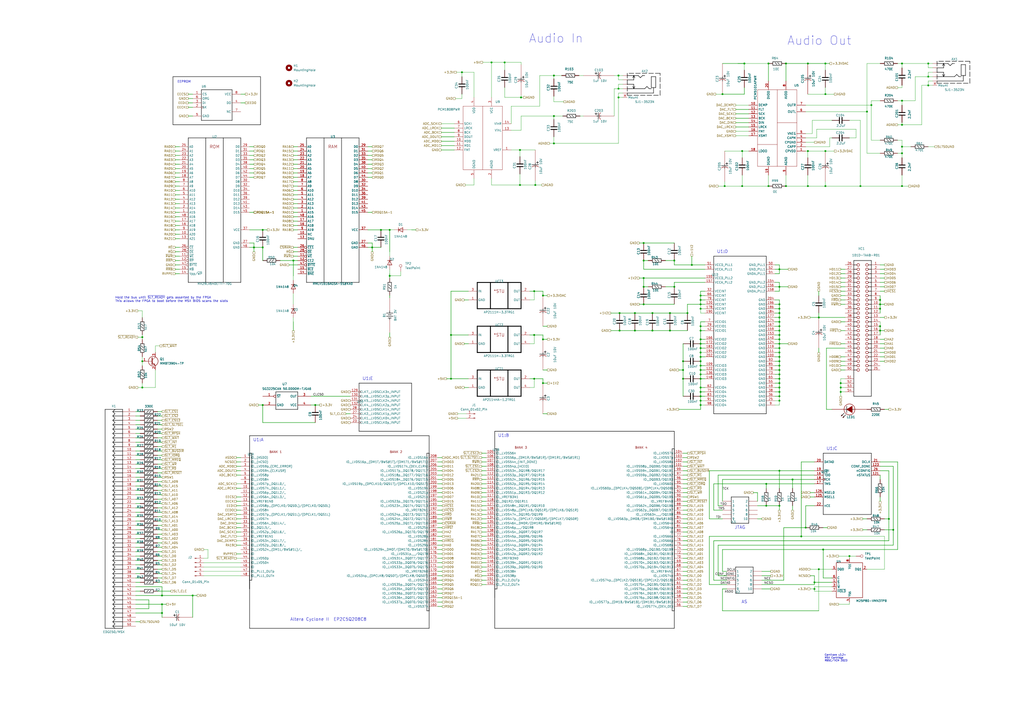
<source format=kicad_sch>
(kicad_sch (version 20250114) (generator "eeschema") (generator_version "9.0")
  (paper "A2")
  (title_block (title "Carnivore2") (rev "B"))
  (lib_symbols
    (symbol "Connector:Conn_01x02_Pin" (pin_names (offset 1.016) (hide yes))
      (property "Reference" "J" (at 0 2.54 0))
      (property "Value" "Conn_01x02_Pin" (at 0 -5.08 0))
      (symbol "Conn_01x02_Pin_1_1"
        (pin passive line (at 5.08 0 180) (length 3.81) (name "Pin_1") (number "1"))
        (pin passive line (at 5.08 -2.54 180) (length 3.81) (name "Pin_2") (number "2"))
      )
    )
    (symbol "Connector:Conn_01x05_Pin" (pin_names (offset 1.016) (hide yes))
      (property "Reference" "J" (at 0 7.62 0))
      (property "Value" "Conn_01x05_Pin" (at 0 -7.62 0))
      (symbol "Conn_01x05_Pin_1_1"
        (pin passive line (at 5.08 5.08 180) (length 3.81) (name "Pin_1") (number "1"))
        (pin passive line (at 5.08 2.54 180) (length 3.81) (name "Pin_2") (number "2"))
        (pin passive line (at 5.08 0 180) (length 3.81) (name "Pin_3") (number "3"))
        (pin passive line (at 5.08 -2.54 180) (length 3.81) (name "Pin_4") (number "4"))
        (pin passive line (at 5.08 -5.08 180) (length 3.81) (name "Pin_5") (number "5"))
      )
    )
    (symbol "Connector:TestPoint" (pin_numbers (hide yes)) (pin_names (offset 0.762) (hide yes))
      (property "Reference" "TP" (at 0 6.858 0))
      (property "Value" "TestPoint" (at 0 5.08 0))
      (symbol "TestPoint_1_1"
        (pin passive line (at 0 0 90) (length 2.54) (name "1") (number "1"))
      )
    )
    (symbol "Diode:1N4148" (pin_numbers (hide yes)) (pin_names (hide yes))
      (property "Reference" "D" (at 0 2.54 0))
      (property "Value" "1N4148" (at 0 -2.54 0))
      (symbol "1N4148_1_1"
        (pin passive line (at -3.81 0 0) (length 2.54) (name "K") (number "1"))
        (pin passive line (at 3.81 0 180) (length 2.54) (name "A") (number "2"))
      )
    )
    (symbol "EP2C8Q208C8_1"
      (property "Reference" "U" (at 0 0 0))
      (property "COMPONENTLINK1URL" "http://www.altera.com/products/devices/cyclone2/cy2-index.jsp" (at 0 0 0))
      (symbol "EP2C8Q208C8_1_1_0"
        (text "BANK 1" (at 11.43 -10.16 0) (effects (font (size 1.27 1.27)) (justify left bottom)))
        (text "BANK 2" (at 81.28 -10.16 0) (effects (font (size 1.27 1.27)) (justify left bottom)))
        (pin bidirectional line (at -5.08 -12.7 0) (length 5.08) (name "IO,_(ASDO)") (number "1"))
        (pin bidirectional line (at -5.08 -15.24 0) (length 5.08) (name "IO,_(nCSO)") (number "2"))
        (pin bidirectional line (at -5.08 -17.78 0) (length 5.08) (name "IO,_LVDS9p_(CRC_ERROR)") (number "3"))
        (pin bidirectional line (at -5.08 -20.32 0) (length 5.08) (name "IO,_LVDS9n_(CLKUSR)") (number "4"))
        (pin bidirectional line (at -5.08 -22.86 0) (length 5.08) (name "IO,_LVDS8p") (number "5"))
        (pin bidirectional line (at -5.08 -25.4 0) (length 5.08) (name "IO,_LVDS8n") (number "6"))
        (pin bidirectional line (at -5.08 -27.94 0) (length 5.08) (name "IO,_LVDS7p,_DQ1L0/_") (number "8"))
        (pin bidirectional line (at -5.08 -30.48 0) (length 5.08) (name "IO,_LVDS7n,_DQ1L1/_") (number "10"))
        (pin bidirectional line (at -5.08 -33.02 0) (length 5.08) (name "IO,_LVDS6p,_DQ1L2/_") (number "11"))
        (pin bidirectional line (at -5.08 -35.56 0) (length 5.08) (name "IO,_LVDS6n,_DQ1L3/_") (number "12"))
        (pin bidirectional line (at -5.08 -38.1 0) (length 5.08) (name "IO,_VREFB1N0") (number "13"))
        (pin bidirectional line (at -5.08 -40.64 0) (length 5.08) (name "IO,_LVDS8p,_(DPCLK0/DQS0L)/(DPCLK0/DQS0L)") (number "14"))
        (pin bidirectional line (at -5.08 -43.18 0) (length 5.08) (name "IO,_LVDS8n") (number "15"))
        (pin bidirectional line (at -5.08 -45.72 0) (length 5.08) (name "IO,_LVDS7p,_(DPCLK1/DQS1L)/(DPCLK1/DQS1L)") (number "30"))
        (pin bidirectional line (at -5.08 -48.26 0) (length 5.08) (name "IO,_LVDS7n") (number "31"))
        (pin bidirectional line (at -5.08 -50.8 0) (length 5.08) (name "IO,_LVDS6n,_DQ1L4/_") (number "33"))
        (pin bidirectional line (at -5.08 -53.34 0) (length 5.08) (name "IO,_DQ1L5/_") (number "34"))
        (pin bidirectional line (at -5.08 -55.88 0) (length 5.08) (name "IO,_LVDS2p,_DQ1L6/_") (number "35"))
        (pin bidirectional line (at -5.08 -58.42 0) (length 5.08) (name "IO,_VREFB1N1") (number "37"))
        (pin bidirectional line (at -5.08 -60.96 0) (length 5.08) (name "IO,_LVDS3n,_DQ1L7/_") (number "39"))
        (pin bidirectional line (at -5.08 -63.5 0) (length 5.08) (name "IO,_LVDS2p,_DQ1L8/_") (number "40"))
        (pin bidirectional line (at -5.08 -66.04 0) (length 5.08) (name "IO,_LVDS2n,_(DM1L/BWS#1L)/_") (number "41"))
        (pin bidirectional line (at -5.08 -68.58 0) (length 5.08) (name "IO") (number "43"))
        (pin bidirectional line (at -5.08 -71.12 0) (length 5.08) (name "IO,_LVDS0p") (number "44"))
        (pin bidirectional line (at -5.08 -73.66 0) (length 5.08) (name "IO,_LVDS0n") (number "45"))
        (pin bidirectional line (at -5.08 -76.2 0) (length 5.08) (name "IO") (number "46"))
        (pin bidirectional line (at -5.08 -78.74 0) (length 5.08) (name "IO,_PLL1_OUTp") (number "47"))
        (pin bidirectional line (at -5.08 -81.28 0) (length 5.08) (name "IO,_PLL1_OUTn") (number "48"))
        (pin bidirectional line (at 109.22 -12.7 180) (length 5.08) (name "IO,_LVDS16n") (number "208"))
        (pin bidirectional line (at 109.22 -15.24 180) (length 5.08) (name "IO,_LVDS16p,_(DM1T/BWS#1T)/(DM1T1/BWS#1T1)") (number "207"))
        (pin bidirectional line (at 109.22 -17.78 180) (length 5.08) (name "IO,_LVDS17n_(DEV_CLRn)") (number "206"))
        (pin bidirectional line (at 109.22 -20.32 180) (length 5.08) (name "IO,_LVDS17p,_DQ1T8/DQ1T17") (number "205"))
        (pin bidirectional line (at 109.22 -22.86 180) (length 5.08) (name "IO,_LVDS18p,_DQ1T7/DQ1T16") (number "203"))
        (pin bidirectional line (at 109.22 -25.4 180) (length 5.08) (name "IO,_LVDS18n,_DQ1T6/DQ1T15") (number "201"))
        (pin bidirectional line (at 109.22 -27.94 180) (length 5.08) (name "IO,_LVDS19p,_(DPCLK10/DQS1T)/(DPCLK10/DQS1T)") (number "200"))
        (pin bidirectional line (at 109.22 -30.48 180) (length 5.08) (name "IO,_LVDS19n") (number "199"))
        (pin bidirectional line (at 109.22 -33.02 180) (length 5.08) (name "IO,_LVDS21p") (number "198"))
        (pin bidirectional line (at 109.22 -35.56 180) (length 5.08) (name "IO,_LVDS21n") (number "197"))
        (pin bidirectional line (at 109.22 -38.1 180) (length 5.08) (name "IO,_LVDS23p,_DQ1T5/DQ1T14") (number "195"))
        (pin bidirectional line (at 109.22 -40.64 180) (length 5.08) (name "IO,_LVDS23n,_DQ1T4/DQ1T13") (number "193"))
        (pin bidirectional line (at 109.22 -43.18 180) (length 5.08) (name "IO,_VREFB2N1") (number "192"))
        (pin bidirectional line (at 109.22 -45.72 180) (length 5.08) (name "IO,_LVDS24p,_DQ1T3/DQ1T12") (number "191"))
        (pin bidirectional line (at 109.22 -48.26 180) (length 5.08) (name "IO,_LVDS24n,_DQ1T2/DQ1T11") (number "189"))
        (pin bidirectional line (at 109.22 -50.8 180) (length 5.08) (name "IO,_LVDS25p,_DQ1T1/DQ1T10") (number "188"))
        (pin bidirectional line (at 109.22 -53.34 180) (length 5.08) (name "IO,_LVDS25n") (number "187"))
        (pin bidirectional line (at 109.22 -55.88 180) (length 5.08) (name "IO,_LVDS26p,_DQ1T0/DQ1T9") (number "185"))
        (pin bidirectional line (at 109.22 -58.42 180) (length 5.08) (name "IO,_LVDS28p") (number "182"))
        (pin bidirectional line (at 109.22 -60.96 180) (length 5.08) (name "IO,_LVDS28n") (number "181"))
        (pin bidirectional line (at 109.22 -63.5 180) (length 5.08) (name "IO,_LVDS29p") (number "180"))
        (pin bidirectional line (at 109.22 -66.04 180) (length 5.08) (name "IO,_LVDS29n,_DM0T/(DM1T0/BWS#1T0)") (number "179"))
        (pin bidirectional line (at 109.22 -68.58 180) (length 5.08) (name "IO,_LVDS31p,__/DQ1T8") (number "176"))
        (pin bidirectional line (at 109.22 -71.12 180) (length 5.08) (name "IO,_LVDS31n,_DQ0T7/DQ1T7") (number "175"))
        (pin bidirectional line (at 109.22 -73.66 180) (length 5.08) (name "IO,_LVDS33p,_DQ0T6/DQ1T6") (number "173"))
        (pin bidirectional line (at 109.22 -76.2 180) (length 5.08) (name "IO,_LVDS33n,_DQ0T5/DQ1T5") (number "171"))
        (pin bidirectional line (at 109.22 -78.74 180) (length 5.08) (name "IO,_VREFB2N0") (number "170"))
        (pin bidirectional line (at 109.22 -81.28 180) (length 5.08) (name "IO,_LVDS34p,_(DPCLK8/DQS0T)/(DPCLK8/DQS0T)") (number "169"))
        (pin bidirectional line (at 109.22 -83.82 180) (length 5.08) (name "IO,_LVDS34n") (number "168"))
        (pin bidirectional line (at 109.22 -86.36 180) (length 5.08) (name "IO,_LVDS35p,_DQ0T4/DQ1T4") (number "165"))
        (pin bidirectional line (at 109.22 -88.9 180) (length 5.08) (name "IO,_LVDS35n,_DQ0T3/DQ1T3") (number "164"))
        (pin bidirectional line (at 109.22 -91.44 180) (length 5.08) (name "IO,_LVDS36p,_DQ0T2/DQ1T2") (number "163"))
        (pin bidirectional line (at 109.22 -93.98 180) (length 5.08) (name "IO,_LVDS36n,_DQ0T1/DQ1T1") (number "162"))
        (pin bidirectional line (at 109.22 -96.52 180) (length 5.08) (name "IO,_LVDS37p,_DQ0T0/DQ1T0") (number "161"))
        (pin bidirectional line (at 109.22 -99.06 180) (length 5.08) (name "IO,_LVDS37n") (number "160"))
      )
      (symbol "EP2C8Q208C8_1_2_0"
        (text "BANK 3" (at 11.43 -10.16 0) (effects (font (size 1.27 1.27)) (justify left bottom)))
        (text "BANK 4" (at 81.28 -10.16 0) (effects (font (size 1.27 1.27)) (justify left bottom)))
        (pin bidirectional line (at -5.08 -12.7 0) (length 5.08) (name "IO,_LVDS56n") (number "105"))
        (pin bidirectional line (at -5.08 -15.24 0) (length 5.08) (name "IO,_LVDS56p,_(DM1R/BWS#1R)/(DM1R1/BWS#1R1)") (number "106"))
        (pin bidirectional line (at -5.08 -17.78 0) (length 5.08) (name "IO,_LVDS54n_(INIT_DONE)") (number "107"))
        (pin bidirectional line (at -5.08 -20.32 0) (length 5.08) (name "IO,_LVDS54p_(nCEO)") (number "108"))
        (pin bidirectional line (at -5.08 -22.86 0) (length 5.08) (name "IO,_LVDS53n,_DQ1R8/DQ1R17") (number "110"))
        (pin bidirectional line (at -5.08 -25.4 0) (length 5.08) (name "IO,_LVDS53p,_DQ1R7/DQ1R16") (number "112"))
        (pin bidirectional line (at -5.08 -27.94 0) (length 5.08) (name "IO,_LVDS52n,_DQ1R6/DQ1R15") (number "113"))
        (pin bidirectional line (at -5.08 -30.48 0) (length 5.08) (name "IO,_LVDS52p,_DQ1R5/DQ1R14") (number "114"))
        (pin bidirectional line (at -5.08 -33.02 0) (length 5.08) (name "IO,_LVDS51n,_DQ1R4/DQ1R13") (number "115"))
        (pin bidirectional line (at -5.08 -35.56 0) (length 5.08) (name "IO,_LVDS51p,_DQ1R3/DQ1R12") (number "116"))
        (pin bidirectional line (at -5.08 -38.1 0) (length 5.08) (name "IO,_VREFB3N1") (number "117"))
        (pin bidirectional line (at -5.08 -40.64 0) (length 5.08) (name "IO,_DQ1R2/DQ1R11") (number "118"))
        (pin bidirectional line (at -5.08 -43.18 0) (length 5.08) (name "IO,_LVDS48n,_DQ1R1/DQ1R10") (number "127"))
        (pin bidirectional line (at -5.08 -45.72 0) (length 5.08) (name "IO,_LVDS48p,_(DPCLK6/DQS1R)/(DPCLK6/DQS1R)") (number "128"))
        (pin bidirectional line (at -5.08 -48.26 0) (length 5.08) (name "IO,_LVDS47n,_DQ1R0/DQ1R9") (number "133"))
        (pin bidirectional line (at -5.08 -50.8 0) (length 5.08) (name "IO,_LVDS47p,_(DPCLK7/DQS0R)/(DPCLK7/DQS0R)") (number "134"))
        (pin bidirectional line (at -5.08 -53.34 0) (length 5.08) (name "IO,_LVDS46n,_DM0R/(DM1R0/BWS#1R0)") (number "135"))
        (pin bidirectional line (at -5.08 -55.88 0) (length 5.08) (name "IO,_LVDS46p,__/DQ1R8") (number "137"))
        (pin bidirectional line (at -5.08 -58.42 0) (length 5.08) (name "IO,_LVDS45n,_DQ0R7/DQ1R7") (number "138"))
        (pin bidirectional line (at -5.08 -60.96 0) (length 5.08) (name "IO,_LVDS45p,_DQ0R6/DQ1R6") (number "139"))
        (pin bidirectional line (at -5.08 -63.5 0) (length 5.08) (name "IO,_LVDS44n,_DQ0R5/DQ1R5") (number "141"))
        (pin bidirectional line (at -5.08 -66.04 0) (length 5.08) (name "IO,_LVDS44p,_DQ0R4/DQ1R4") (number "142"))
        (pin bidirectional line (at -5.08 -68.58 0) (length 5.08) (name "IO,_LVDS42n,_DQ0R3/DQ1R3") (number "143"))
        (pin bidirectional line (at -5.08 -71.12 0) (length 5.08) (name "IO,_LVDS42p,_DQ0R2/DQ1R2") (number "144"))
        (pin bidirectional line (at -5.08 -73.66 0) (length 5.08) (name "IO,_VREFB3N0") (number "145"))
        (pin bidirectional line (at -5.08 -76.2 0) (length 5.08) (name "IO,_LVDS39n,_DQ0R1/DQ1R1") (number "146"))
        (pin bidirectional line (at -5.08 -78.74 0) (length 5.08) (name "IO,_LVDS39p,_DQ0R0/DQ1R0") (number "147"))
        (pin bidirectional line (at -5.08 -81.28 0) (length 5.08) (name "IO,_LVDS38n") (number "149"))
        (pin bidirectional line (at -5.08 -83.82 0) (length 5.08) (name "IO,_LVDS38p") (number "150"))
        (pin bidirectional line (at -5.08 -86.36 0) (length 5.08) (name "IO,_PLL2_OUTp") (number "151"))
        (pin bidirectional line (at -5.08 -88.9 0) (length 5.08) (name "IO,_PLL2_OUTn") (number "152"))
        (pin bidirectional line (at 109.22 -12.7 180) (length 5.08) (name "IO,_LVDS57n") (number "104"))
        (pin bidirectional line (at 109.22 -15.24 180) (length 5.08) (name "IO,_LVDS57p") (number "103"))
        (pin bidirectional line (at 109.22 -17.78 180) (length 5.08) (name "IO,_LVDS58n") (number "102"))
        (pin bidirectional line (at 109.22 -20.32 180) (length 5.08) (name "IO,_LVDS58p,_DQ0B0/DQ1B0") (number "101"))
        (pin bidirectional line (at 109.22 -22.86 180) (length 5.08) (name "IO,_LVDS59n,_DQ0B1/DQ1B1") (number "99"))
        (pin bidirectional line (at 109.22 -25.4 180) (length 5.08) (name "IO,_LVDS59p,_DQ0B2/DQ1B2") (number "97"))
        (pin bidirectional line (at 109.22 -27.94 180) (length 5.08) (name "IO,_DQ0B3/DQ1B3") (number "96"))
        (pin bidirectional line (at 109.22 -30.48 180) (length 5.08) (name "IO,_LVDS60n") (number "95"))
        (pin bidirectional line (at 109.22 -33.02 180) (length 5.08) (name "IO,_LVDS60p,_(DPCLK4/DQS0B)/(DPCLK4/DQS0B)") (number "94"))
        (pin bidirectional line (at 109.22 -35.56 180) (length 5.08) (name "IO,_LVDS61n,_DQ0B4/DQ1B4") (number "92"))
        (pin bidirectional line (at 109.22 -38.1 180) (length 5.08) (name "IO,_LVDS61p,_DQ0B5/DQ1B5") (number "90"))
        (pin bidirectional line (at 109.22 -40.64 180) (length 5.08) (name "IO,_VREFB4N0") (number "89"))
        (pin bidirectional line (at 109.22 -43.18 180) (length 5.08) (name "IO,_LVDS62n,_DQ0B6/DQ1B6") (number "88"))
        (pin bidirectional line (at 109.22 -45.72 180) (length 5.08) (name "IO,_LVDS62p,_DQ0B7/DQ1B7") (number "87"))
        (pin bidirectional line (at 109.22 -48.26 180) (length 5.08) (name "IO,_LVDS63n,__/DQ1B8") (number "86"))
        (pin bidirectional line (at 109.22 -50.8 180) (length 5.08) (name "IO,_LVDS63p,_DM0B/(DM1B0/BWS#1B0)") (number "84"))
        (pin bidirectional line (at 109.22 -53.34 180) (length 5.08) (name "IO,_LVDS64n") (number "82"))
        (pin bidirectional line (at 109.22 -55.88 180) (length 5.08) (name "IO,_LVDS64p") (number "81"))
        (pin bidirectional line (at 109.22 -58.42 180) (length 5.08) (name "IO") (number "80"))
        (pin bidirectional line (at 109.22 -60.96 180) (length 5.08) (name "IO,_LVDS66n") (number "77"))
        (pin bidirectional line (at 109.22 -63.5 180) (length 5.08) (name "IO,_LVDS66p") (number "76"))
        (pin bidirectional line (at 109.22 -66.04 180) (length 5.08) (name "IO,_LVDS68n") (number "75"))
        (pin bidirectional line (at 109.22 -68.58 180) (length 5.08) (name "IO,_LVDS68p,_DQ1B0/DQ1B9") (number "74"))
        (pin bidirectional line (at 109.22 -71.12 180) (length 5.08) (name "IO,_LVDS68n,_DQ1B1/DQ1B10") (number "72"))
        (pin bidirectional line (at 109.22 -73.66 180) (length 5.08) (name "IO,_LVDS68p,_DQ1B2/DQ1B11") (number "70"))
        (pin bidirectional line (at 109.22 -76.2 180) (length 5.08) (name "IO,_LVDS70n,_DQ1B3/DQ1B12") (number "69"))
        (pin bidirectional line (at 109.22 -78.74 180) (length 5.08) (name "IO,_LVDS70p,_DQ1B4/DQ1B13") (number "68"))
        (pin bidirectional line (at 109.22 -81.28 180) (length 5.08) (name "IO,_VREFB4N1") (number "67"))
        (pin bidirectional line (at 109.22 -83.82 180) (length 5.08) (name "IO,_LVDS74n") (number "64"))
        (pin bidirectional line (at 109.22 -86.36 180) (length 5.08) (name "IO,_LVDS74p,_(DPCLK2/DQS1B)/(DPCLK2/DQS1B)") (number "63"))
        (pin bidirectional line (at 109.22 -88.9 180) (length 5.08) (name "IO,_LVDS75n,_DQ1B5/DQ1B14") (number "61"))
        (pin bidirectional line (at 109.22 -91.44 180) (length 5.08) (name "IO,_LVDS75p,_DQ1B6/DQ1B15") (number "60"))
        (pin bidirectional line (at 109.22 -93.98 180) (length 5.08) (name "IO,_LVDS76n,_DQ1B7/DQ1B16") (number "59"))
        (pin bidirectional line (at 109.22 -96.52 180) (length 5.08) (name "IO,_LVDS76p,_DQ1B8/DQ1B17") (number "58"))
        (pin bidirectional line (at 109.22 -99.06 180) (length 5.08) (name "IO,_LVDS77p,_(DM1B/BWS#1B)/(DM1B1/BWS#1B1)") (number "57"))
        (pin bidirectional line (at 109.22 -101.6 180) (length 5.08) (name "IO,_LVDS77n_(DEV_OE)") (number "56"))
      )
      (symbol "EP2C8Q208C8_1_3_0"
        (pin bidirectional line (at -5.08 -5.08 0) (length 5.08) (name "DATA0") (number "20"))
        (pin input line (at -5.08 -10.16 0) (length 5.08) (name "TDI") (number "19"))
        (pin output line (at -5.08 -12.7 0) (length 5.08) (name "TDO") (number "16"))
        (pin input clock (at -5.08 -15.24 0) (length 5.08) (name "TCK") (number "18"))
        (pin input line (at -5.08 -17.78 0) (length 5.08) (name "TMS") (number "17"))
        (pin input line (at -5.08 -22.86 0) (length 5.08) (name "MSEL0") (number "126"))
        (pin input line (at -5.08 -25.4 0) (length 5.08) (name "MSEL1") (number "125"))
        (pin input line (at -5.08 -30.48 0) (length 5.08) (name "nCE") (number "22"))
        (pin bidirectional line (at 33.02 -5.08 180) (length 5.08) (name "DCLK") (number "21"))
        (pin bidirectional line (at 33.02 -7.62 180) (length 5.08) (name "CONF_DONE") (number "123"))
        (pin input line (at 33.02 -10.16 180) (length 5.08) (name "nCONFIG") (number "26"))
        (pin bidirectional line (at 33.02 -12.7 180) (length 5.08) (name "nSTATUS") (number "121"))
      )
      (symbol "EP2C8Q208C8_1_4_0"
        (pin power_in line (at -5.08 -5.08 0) (length 5.08) (name "VCCD_PLL1") (number "51"))
        (pin power_in line (at -5.08 -7.62 0) (length 5.08) (name "VCCA_PLL1") (number "53"))
        (pin power_in line (at -5.08 -12.7 0) (length 5.08) (name "VCCD_PLL2") (number "155"))
        (pin power_in line (at -5.08 -15.24 0) (length 5.08) (name "VCCA_PLL2") (number "157"))
        (pin power_in line (at -5.08 -20.32 0) (length 5.08) (name "VCCINT") (number "32"))
        (pin power_in line (at -5.08 -22.86 0) (length 5.08) (name "VCCINT") (number "66"))
        (pin power_in line (at -5.08 -25.4 0) (length 5.08) (name "VCCINT") (number "79"))
        (pin power_in line (at -5.08 -27.94 0) (length 5.08) (name "VCCINT") (number "120"))
        (pin power_in line (at -5.08 -30.48 0) (length 5.08) (name "VCCINT") (number "178"))
        (pin power_in line (at -5.08 -33.02 0) (length 5.08) (name "VCCINT") (number "190"))
        (pin power_in line (at -5.08 -38.1 0) (length 5.08) (name "VCCIO1") (number "7"))
        (pin power_in line (at -5.08 -40.64 0) (length 5.08) (name "VCCIO1") (number "29"))
        (pin power_in line (at -5.08 -43.18 0) (length 5.08) (name "VCCIO1") (number "42"))
        (pin power_in line (at -5.08 -48.26 0) (length 5.08) (name "VCCIO2") (number "166"))
        (pin power_in line (at -5.08 -50.8 0) (length 5.08) (name "VCCIO2") (number "172"))
        (pin power_in line (at -5.08 -53.34 0) (length 5.08) (name "VCCIO2") (number "183"))
        (pin power_in line (at -5.08 -55.88 0) (length 5.08) (name "VCCIO2") (number "194"))
        (pin power_in line (at -5.08 -58.42 0) (length 5.08) (name "VCCIO2") (number "202"))
        (pin power_in line (at -5.08 -63.5 0) (length 5.08) (name "VCCIO3") (number "109"))
        (pin power_in line (at -5.08 -66.04 0) (length 5.08) (name "VCCIO3") (number "122"))
        (pin power_in line (at -5.08 -68.58 0) (length 5.08) (name "VCCIO3") (number "136"))
        (pin power_in line (at -5.08 -71.12 0) (length 5.08) (name "VCCIO3") (number "148"))
        (pin power_in line (at -5.08 -76.2 0) (length 5.08) (name "VCCIO4") (number "62"))
        (pin power_in line (at -5.08 -78.74 0) (length 5.08) (name "VCCIO4") (number "71"))
        (pin power_in line (at -5.08 -81.28 0) (length 5.08) (name "VCCIO4") (number "83"))
        (pin power_in line (at -5.08 -83.82 0) (length 5.08) (name "VCCIO4") (number "91"))
        (pin power_in line (at -5.08 -86.36 0) (length 5.08) (name "VCCIO4") (number "98"))
        (pin power_in line (at 35.56 -5.08 180) (length 5.08) (name "GND_PLL1") (number "50"))
        (pin power_in line (at 35.56 -7.62 180) (length 5.08) (name "GND_PLL1") (number "52"))
        (pin power_in line (at 35.56 -10.16 180) (length 5.08) (name "GNDA_PLL1") (number "54"))
        (pin power_in line (at 35.56 -15.24 180) (length 5.08) (name "GND_PLL2") (number "154"))
        (pin power_in line (at 35.56 -17.78 180) (length 5.08) (name "GND_PLL2") (number "156"))
        (pin power_in line (at 35.56 -20.32 180) (length 5.08) (name "GNDA_PLL2") (number "158"))
        (pin power_in line (at 35.56 -25.4 180) (length 5.08) (name "GND") (number "204"))
        (pin power_in line (at 35.56 -27.94 180) (length 5.08) (name "GND") (number "196"))
        (pin power_in line (at 35.56 -30.48 180) (length 5.08) (name "GND") (number "186"))
        (pin power_in line (at 35.56 -33.02 180) (length 5.08) (name "GND") (number "184"))
        (pin power_in line (at 35.56 -35.56 180) (length 5.08) (name "GND") (number "177"))
        (pin power_in line (at 35.56 -38.1 180) (length 5.08) (name "GND") (number "174"))
        (pin power_in line (at 35.56 -40.64 180) (length 5.08) (name "GND") (number "167"))
        (pin power_in line (at 35.56 -43.18 180) (length 5.08) (name "GND") (number "159"))
        (pin power_in line (at 35.56 -45.72 180) (length 5.08) (name "GND") (number "153"))
        (pin power_in line (at 35.56 -48.26 180) (length 5.08) (name "GND") (number "140"))
        (pin power_in line (at 35.56 -50.8 180) (length 5.08) (name "GND") (number "124"))
        (pin power_in line (at 35.56 -53.34 180) (length 5.08) (name "GND") (number "119"))
        (pin power_in line (at 35.56 -55.88 180) (length 5.08) (name "GND") (number "111"))
        (pin power_in line (at 35.56 -58.42 180) (length 5.08) (name "GND") (number "100"))
        (pin power_in line (at 35.56 -60.96 180) (length 5.08) (name "GND") (number "93"))
        (pin power_in line (at 35.56 -63.5 180) (length 5.08) (name "GND") (number "85"))
        (pin power_in line (at 35.56 -66.04 180) (length 5.08) (name "GND") (number "78"))
        (pin power_in line (at 35.56 -68.58 180) (length 5.08) (name "GND") (number "73"))
        (pin power_in line (at 35.56 -71.12 180) (length 5.08) (name "GND") (number "65"))
        (pin power_in line (at 35.56 -73.66 180) (length 5.08) (name "GND") (number "55"))
        (pin power_in line (at 35.56 -76.2 180) (length 5.08) (name "GND") (number "49"))
        (pin power_in line (at 35.56 -78.74 180) (length 5.08) (name "GND") (number "38"))
        (pin power_in line (at 35.56 -81.28 180) (length 5.08) (name "GND") (number "36"))
        (pin power_in line (at 35.56 -83.82 180) (length 5.08) (name "GND") (number "25"))
        (pin power_in line (at 35.56 -86.36 180) (length 5.08) (name "GND") (number "9"))
      )
      (symbol "EP2C8Q208C8_1_5_0"
        (pin input clock (at -5.08 -5.08 0) (length 5.08) (name "CLK7,_LVDSCLK3n_INPUT") (number "129"))
        (pin input clock (at -5.08 -7.62 0) (length 5.08) (name "CLK6,_LVDSCLK3p_INPUT") (number "130"))
        (pin input clock (at -5.08 -10.16 0) (length 5.08) (name "CLK5,_LVDSCLK2n_INPUT") (number "131"))
        (pin input clock (at -5.08 -12.7 0) (length 5.08) (name "CLK4,_LVDSCLK2p_INPUT") (number "132"))
        (pin input clock (at -5.08 -15.24 0) (length 5.08) (name "CLK3,_LVDSCLK1n_INPUT") (number "28"))
        (pin input clock (at -5.08 -17.78 0) (length 5.08) (name "CLK2,_LVDSCLK1p_INPUT") (number "27"))
        (pin input clock (at -5.08 -20.32 0) (length 5.08) (name "CLK1,_LVDSCLK0n_INPUT") (number "24"))
        (pin input clock (at -5.08 -22.86 0) (length 5.08) (name "CLK0,_LVDSCLK0p_INPUT") (number "23"))
      )
    )
    (symbol "EP2C8Q208C8_2"
      (property "Reference" "U" (at 0 0 0))
      (property "COMPONENTLINK1URL" "http://www.altera.com/products/devices/cyclone2/cy2-index.jsp" (at 0 0 0))
      (symbol "EP2C8Q208C8_2_1_0"
        (text "BANK 1" (at 11.43 -10.16 0) (effects (font (size 1.27 1.27)) (justify left bottom)))
        (text "BANK 2" (at 81.28 -10.16 0) (effects (font (size 1.27 1.27)) (justify left bottom)))
        (pin bidirectional line (at -5.08 -12.7 0) (length 5.08) (name "IO,_(ASDO)") (number "1"))
        (pin bidirectional line (at -5.08 -15.24 0) (length 5.08) (name "IO,_(nCSO)") (number "2"))
        (pin bidirectional line (at -5.08 -17.78 0) (length 5.08) (name "IO,_LVDS9p_(CRC_ERROR)") (number "3"))
        (pin bidirectional line (at -5.08 -20.32 0) (length 5.08) (name "IO,_LVDS9n_(CLKUSR)") (number "4"))
        (pin bidirectional line (at -5.08 -22.86 0) (length 5.08) (name "IO,_LVDS8p") (number "5"))
        (pin bidirectional line (at -5.08 -25.4 0) (length 5.08) (name "IO,_LVDS8n") (number "6"))
        (pin bidirectional line (at -5.08 -27.94 0) (length 5.08) (name "IO,_LVDS7p,_DQ1L0/_") (number "8"))
        (pin bidirectional line (at -5.08 -30.48 0) (length 5.08) (name "IO,_LVDS7n,_DQ1L1/_") (number "10"))
        (pin bidirectional line (at -5.08 -33.02 0) (length 5.08) (name "IO,_LVDS6p,_DQ1L2/_") (number "11"))
        (pin bidirectional line (at -5.08 -35.56 0) (length 5.08) (name "IO,_LVDS6n,_DQ1L3/_") (number "12"))
        (pin bidirectional line (at -5.08 -38.1 0) (length 5.08) (name "IO,_VREFB1N0") (number "13"))
        (pin bidirectional line (at -5.08 -40.64 0) (length 5.08) (name "IO,_LVDS8p,_(DPCLK0/DQS0L)/(DPCLK0/DQS0L)") (number "14"))
        (pin bidirectional line (at -5.08 -43.18 0) (length 5.08) (name "IO,_LVDS8n") (number "15"))
        (pin bidirectional line (at -5.08 -45.72 0) (length 5.08) (name "IO,_LVDS7p,_(DPCLK1/DQS1L)/(DPCLK1/DQS1L)") (number "30"))
        (pin bidirectional line (at -5.08 -48.26 0) (length 5.08) (name "IO,_LVDS7n") (number "31"))
        (pin bidirectional line (at -5.08 -50.8 0) (length 5.08) (name "IO,_LVDS6n,_DQ1L4/_") (number "33"))
        (pin bidirectional line (at -5.08 -53.34 0) (length 5.08) (name "IO,_DQ1L5/_") (number "34"))
        (pin bidirectional line (at -5.08 -55.88 0) (length 5.08) (name "IO,_LVDS2p,_DQ1L6/_") (number "35"))
        (pin bidirectional line (at -5.08 -58.42 0) (length 5.08) (name "IO,_VREFB1N1") (number "37"))
        (pin bidirectional line (at -5.08 -60.96 0) (length 5.08) (name "IO,_LVDS3n,_DQ1L7/_") (number "39"))
        (pin bidirectional line (at -5.08 -63.5 0) (length 5.08) (name "IO,_LVDS2p,_DQ1L8/_") (number "40"))
        (pin bidirectional line (at -5.08 -66.04 0) (length 5.08) (name "IO,_LVDS2n,_(DM1L/BWS#1L)/_") (number "41"))
        (pin bidirectional line (at -5.08 -68.58 0) (length 5.08) (name "IO") (number "43"))
        (pin bidirectional line (at -5.08 -71.12 0) (length 5.08) (name "IO,_LVDS0p") (number "44"))
        (pin bidirectional line (at -5.08 -73.66 0) (length 5.08) (name "IO,_LVDS0n") (number "45"))
        (pin bidirectional line (at -5.08 -76.2 0) (length 5.08) (name "IO") (number "46"))
        (pin bidirectional line (at -5.08 -78.74 0) (length 5.08) (name "IO,_PLL1_OUTp") (number "47"))
        (pin bidirectional line (at -5.08 -81.28 0) (length 5.08) (name "IO,_PLL1_OUTn") (number "48"))
        (pin bidirectional line (at 109.22 -12.7 180) (length 5.08) (name "IO,_LVDS16n") (number "208"))
        (pin bidirectional line (at 109.22 -15.24 180) (length 5.08) (name "IO,_LVDS16p,_(DM1T/BWS#1T)/(DM1T1/BWS#1T1)") (number "207"))
        (pin bidirectional line (at 109.22 -17.78 180) (length 5.08) (name "IO,_LVDS17n_(DEV_CLRn)") (number "206"))
        (pin bidirectional line (at 109.22 -20.32 180) (length 5.08) (name "IO,_LVDS17p,_DQ1T8/DQ1T17") (number "205"))
        (pin bidirectional line (at 109.22 -22.86 180) (length 5.08) (name "IO,_LVDS18p,_DQ1T7/DQ1T16") (number "203"))
        (pin bidirectional line (at 109.22 -25.4 180) (length 5.08) (name "IO,_LVDS18n,_DQ1T6/DQ1T15") (number "201"))
        (pin bidirectional line (at 109.22 -27.94 180) (length 5.08) (name "IO,_LVDS19p,_(DPCLK10/DQS1T)/(DPCLK10/DQS1T)") (number "200"))
        (pin bidirectional line (at 109.22 -30.48 180) (length 5.08) (name "IO,_LVDS19n") (number "199"))
        (pin bidirectional line (at 109.22 -33.02 180) (length 5.08) (name "IO,_LVDS21p") (number "198"))
        (pin bidirectional line (at 109.22 -35.56 180) (length 5.08) (name "IO,_LVDS21n") (number "197"))
        (pin bidirectional line (at 109.22 -38.1 180) (length 5.08) (name "IO,_LVDS23p,_DQ1T5/DQ1T14") (number "195"))
        (pin bidirectional line (at 109.22 -40.64 180) (length 5.08) (name "IO,_LVDS23n,_DQ1T4/DQ1T13") (number "193"))
        (pin bidirectional line (at 109.22 -43.18 180) (length 5.08) (name "IO,_VREFB2N1") (number "192"))
        (pin bidirectional line (at 109.22 -45.72 180) (length 5.08) (name "IO,_LVDS24p,_DQ1T3/DQ1T12") (number "191"))
        (pin bidirectional line (at 109.22 -48.26 180) (length 5.08) (name "IO,_LVDS24n,_DQ1T2/DQ1T11") (number "189"))
        (pin bidirectional line (at 109.22 -50.8 180) (length 5.08) (name "IO,_LVDS25p,_DQ1T1/DQ1T10") (number "188"))
        (pin bidirectional line (at 109.22 -53.34 180) (length 5.08) (name "IO,_LVDS25n") (number "187"))
        (pin bidirectional line (at 109.22 -55.88 180) (length 5.08) (name "IO,_LVDS26p,_DQ1T0/DQ1T9") (number "185"))
        (pin bidirectional line (at 109.22 -58.42 180) (length 5.08) (name "IO,_LVDS28p") (number "182"))
        (pin bidirectional line (at 109.22 -60.96 180) (length 5.08) (name "IO,_LVDS28n") (number "181"))
        (pin bidirectional line (at 109.22 -63.5 180) (length 5.08) (name "IO,_LVDS29p") (number "180"))
        (pin bidirectional line (at 109.22 -66.04 180) (length 5.08) (name "IO,_LVDS29n,_DM0T/(DM1T0/BWS#1T0)") (number "179"))
        (pin bidirectional line (at 109.22 -68.58 180) (length 5.08) (name "IO,_LVDS31p,__/DQ1T8") (number "176"))
        (pin bidirectional line (at 109.22 -71.12 180) (length 5.08) (name "IO,_LVDS31n,_DQ0T7/DQ1T7") (number "175"))
        (pin bidirectional line (at 109.22 -73.66 180) (length 5.08) (name "IO,_LVDS33p,_DQ0T6/DQ1T6") (number "173"))
        (pin bidirectional line (at 109.22 -76.2 180) (length 5.08) (name "IO,_LVDS33n,_DQ0T5/DQ1T5") (number "171"))
        (pin bidirectional line (at 109.22 -78.74 180) (length 5.08) (name "IO,_VREFB2N0") (number "170"))
        (pin bidirectional line (at 109.22 -81.28 180) (length 5.08) (name "IO,_LVDS34p,_(DPCLK8/DQS0T)/(DPCLK8/DQS0T)") (number "169"))
        (pin bidirectional line (at 109.22 -83.82 180) (length 5.08) (name "IO,_LVDS34n") (number "168"))
        (pin bidirectional line (at 109.22 -86.36 180) (length 5.08) (name "IO,_LVDS35p,_DQ0T4/DQ1T4") (number "165"))
        (pin bidirectional line (at 109.22 -88.9 180) (length 5.08) (name "IO,_LVDS35n,_DQ0T3/DQ1T3") (number "164"))
        (pin bidirectional line (at 109.22 -91.44 180) (length 5.08) (name "IO,_LVDS36p,_DQ0T2/DQ1T2") (number "163"))
        (pin bidirectional line (at 109.22 -93.98 180) (length 5.08) (name "IO,_LVDS36n,_DQ0T1/DQ1T1") (number "162"))
        (pin bidirectional line (at 109.22 -96.52 180) (length 5.08) (name "IO,_LVDS37p,_DQ0T0/DQ1T0") (number "161"))
        (pin bidirectional line (at 109.22 -99.06 180) (length 5.08) (name "IO,_LVDS37n") (number "160"))
      )
      (symbol "EP2C8Q208C8_2_2_0"
        (text "BANK 3" (at 11.43 -10.16 0) (effects (font (size 1.27 1.27)) (justify left bottom)))
        (text "BANK 4" (at 81.28 -10.16 0) (effects (font (size 1.27 1.27)) (justify left bottom)))
        (pin bidirectional line (at -5.08 -12.7 0) (length 5.08) (name "IO,_LVDS56n") (number "105"))
        (pin bidirectional line (at -5.08 -15.24 0) (length 5.08) (name "IO,_LVDS56p,_(DM1R/BWS#1R)/(DM1R1/BWS#1R1)") (number "106"))
        (pin bidirectional line (at -5.08 -17.78 0) (length 5.08) (name "IO,_LVDS54n_(INIT_DONE)") (number "107"))
        (pin bidirectional line (at -5.08 -20.32 0) (length 5.08) (name "IO,_LVDS54p_(nCEO)") (number "108"))
        (pin bidirectional line (at -5.08 -22.86 0) (length 5.08) (name "IO,_LVDS53n,_DQ1R8/DQ1R17") (number "110"))
        (pin bidirectional line (at -5.08 -25.4 0) (length 5.08) (name "IO,_LVDS53p,_DQ1R7/DQ1R16") (number "112"))
        (pin bidirectional line (at -5.08 -27.94 0) (length 5.08) (name "IO,_LVDS52n,_DQ1R6/DQ1R15") (number "113"))
        (pin bidirectional line (at -5.08 -30.48 0) (length 5.08) (name "IO,_LVDS52p,_DQ1R5/DQ1R14") (number "114"))
        (pin bidirectional line (at -5.08 -33.02 0) (length 5.08) (name "IO,_LVDS51n,_DQ1R4/DQ1R13") (number "115"))
        (pin bidirectional line (at -5.08 -35.56 0) (length 5.08) (name "IO,_LVDS51p,_DQ1R3/DQ1R12") (number "116"))
        (pin bidirectional line (at -5.08 -38.1 0) (length 5.08) (name "IO,_VREFB3N1") (number "117"))
        (pin bidirectional line (at -5.08 -40.64 0) (length 5.08) (name "IO,_DQ1R2/DQ1R11") (number "118"))
        (pin bidirectional line (at -5.08 -43.18 0) (length 5.08) (name "IO,_LVDS48n,_DQ1R1/DQ1R10") (number "127"))
        (pin bidirectional line (at -5.08 -45.72 0) (length 5.08) (name "IO,_LVDS48p,_(DPCLK6/DQS1R)/(DPCLK6/DQS1R)") (number "128"))
        (pin bidirectional line (at -5.08 -48.26 0) (length 5.08) (name "IO,_LVDS47n,_DQ1R0/DQ1R9") (number "133"))
        (pin bidirectional line (at -5.08 -50.8 0) (length 5.08) (name "IO,_LVDS47p,_(DPCLK7/DQS0R)/(DPCLK7/DQS0R)") (number "134"))
        (pin bidirectional line (at -5.08 -53.34 0) (length 5.08) (name "IO,_LVDS46n,_DM0R/(DM1R0/BWS#1R0)") (number "135"))
        (pin bidirectional line (at -5.08 -55.88 0) (length 5.08) (name "IO,_LVDS46p,__/DQ1R8") (number "137"))
        (pin bidirectional line (at -5.08 -58.42 0) (length 5.08) (name "IO,_LVDS45n,_DQ0R7/DQ1R7") (number "138"))
        (pin bidirectional line (at -5.08 -60.96 0) (length 5.08) (name "IO,_LVDS45p,_DQ0R6/DQ1R6") (number "139"))
        (pin bidirectional line (at -5.08 -63.5 0) (length 5.08) (name "IO,_LVDS44n,_DQ0R5/DQ1R5") (number "141"))
        (pin bidirectional line (at -5.08 -66.04 0) (length 5.08) (name "IO,_LVDS44p,_DQ0R4/DQ1R4") (number "142"))
        (pin bidirectional line (at -5.08 -68.58 0) (length 5.08) (name "IO,_LVDS42n,_DQ0R3/DQ1R3") (number "143"))
        (pin bidirectional line (at -5.08 -71.12 0) (length 5.08) (name "IO,_LVDS42p,_DQ0R2/DQ1R2") (number "144"))
        (pin bidirectional line (at -5.08 -73.66 0) (length 5.08) (name "IO,_VREFB3N0") (number "145"))
        (pin bidirectional line (at -5.08 -76.2 0) (length 5.08) (name "IO,_LVDS39n,_DQ0R1/DQ1R1") (number "146"))
        (pin bidirectional line (at -5.08 -78.74 0) (length 5.08) (name "IO,_LVDS39p,_DQ0R0/DQ1R0") (number "147"))
        (pin bidirectional line (at -5.08 -81.28 0) (length 5.08) (name "IO,_LVDS38n") (number "149"))
        (pin bidirectional line (at -5.08 -83.82 0) (length 5.08) (name "IO,_LVDS38p") (number "150"))
        (pin bidirectional line (at -5.08 -86.36 0) (length 5.08) (name "IO,_PLL2_OUTp") (number "151"))
        (pin bidirectional line (at -5.08 -88.9 0) (length 5.08) (name "IO,_PLL2_OUTn") (number "152"))
        (pin bidirectional line (at 109.22 -12.7 180) (length 5.08) (name "IO,_LVDS57n") (number "104"))
        (pin bidirectional line (at 109.22 -15.24 180) (length 5.08) (name "IO,_LVDS57p") (number "103"))
        (pin bidirectional line (at 109.22 -17.78 180) (length 5.08) (name "IO,_LVDS58n") (number "102"))
        (pin bidirectional line (at 109.22 -20.32 180) (length 5.08) (name "IO,_LVDS58p,_DQ0B0/DQ1B0") (number "101"))
        (pin bidirectional line (at 109.22 -22.86 180) (length 5.08) (name "IO,_LVDS59n,_DQ0B1/DQ1B1") (number "99"))
        (pin bidirectional line (at 109.22 -25.4 180) (length 5.08) (name "IO,_LVDS59p,_DQ0B2/DQ1B2") (number "97"))
        (pin bidirectional line (at 109.22 -27.94 180) (length 5.08) (name "IO,_DQ0B3/DQ1B3") (number "96"))
        (pin bidirectional line (at 109.22 -30.48 180) (length 5.08) (name "IO,_LVDS60n") (number "95"))
        (pin bidirectional line (at 109.22 -33.02 180) (length 5.08) (name "IO,_LVDS60p,_(DPCLK4/DQS0B)/(DPCLK4/DQS0B)") (number "94"))
        (pin bidirectional line (at 109.22 -35.56 180) (length 5.08) (name "IO,_LVDS61n,_DQ0B4/DQ1B4") (number "92"))
        (pin bidirectional line (at 109.22 -38.1 180) (length 5.08) (name "IO,_LVDS61p,_DQ0B5/DQ1B5") (number "90"))
        (pin bidirectional line (at 109.22 -40.64 180) (length 5.08) (name "IO,_VREFB4N0") (number "89"))
        (pin bidirectional line (at 109.22 -43.18 180) (length 5.08) (name "IO,_LVDS62n,_DQ0B6/DQ1B6") (number "88"))
        (pin bidirectional line (at 109.22 -45.72 180) (length 5.08) (name "IO,_LVDS62p,_DQ0B7/DQ1B7") (number "87"))
        (pin bidirectional line (at 109.22 -48.26 180) (length 5.08) (name "IO,_LVDS63n,__/DQ1B8") (number "86"))
        (pin bidirectional line (at 109.22 -50.8 180) (length 5.08) (name "IO,_LVDS63p,_DM0B/(DM1B0/BWS#1B0)") (number "84"))
        (pin bidirectional line (at 109.22 -53.34 180) (length 5.08) (name "IO,_LVDS64n") (number "82"))
        (pin bidirectional line (at 109.22 -55.88 180) (length 5.08) (name "IO,_LVDS64p") (number "81"))
        (pin bidirectional line (at 109.22 -58.42 180) (length 5.08) (name "IO") (number "80"))
        (pin bidirectional line (at 109.22 -60.96 180) (length 5.08) (name "IO,_LVDS66n") (number "77"))
        (pin bidirectional line (at 109.22 -63.5 180) (length 5.08) (name "IO,_LVDS66p") (number "76"))
        (pin bidirectional line (at 109.22 -66.04 180) (length 5.08) (name "IO,_LVDS68n") (number "75"))
        (pin bidirectional line (at 109.22 -68.58 180) (length 5.08) (name "IO,_LVDS68p,_DQ1B0/DQ1B9") (number "74"))
        (pin bidirectional line (at 109.22 -71.12 180) (length 5.08) (name "IO,_LVDS68n,_DQ1B1/DQ1B10") (number "72"))
        (pin bidirectional line (at 109.22 -73.66 180) (length 5.08) (name "IO,_LVDS68p,_DQ1B2/DQ1B11") (number "70"))
        (pin bidirectional line (at 109.22 -76.2 180) (length 5.08) (name "IO,_LVDS70n,_DQ1B3/DQ1B12") (number "69"))
        (pin bidirectional line (at 109.22 -78.74 180) (length 5.08) (name "IO,_LVDS70p,_DQ1B4/DQ1B13") (number "68"))
        (pin bidirectional line (at 109.22 -81.28 180) (length 5.08) (name "IO,_VREFB4N1") (number "67"))
        (pin bidirectional line (at 109.22 -83.82 180) (length 5.08) (name "IO,_LVDS74n") (number "64"))
        (pin bidirectional line (at 109.22 -86.36 180) (length 5.08) (name "IO,_LVDS74p,_(DPCLK2/DQS1B)/(DPCLK2/DQS1B)") (number "63"))
        (pin bidirectional line (at 109.22 -88.9 180) (length 5.08) (name "IO,_LVDS75n,_DQ1B5/DQ1B14") (number "61"))
        (pin bidirectional line (at 109.22 -91.44 180) (length 5.08) (name "IO,_LVDS75p,_DQ1B6/DQ1B15") (number "60"))
        (pin bidirectional line (at 109.22 -93.98 180) (length 5.08) (name "IO,_LVDS76n,_DQ1B7/DQ1B16") (number "59"))
        (pin bidirectional line (at 109.22 -96.52 180) (length 5.08) (name "IO,_LVDS76p,_DQ1B8/DQ1B17") (number "58"))
        (pin bidirectional line (at 109.22 -99.06 180) (length 5.08) (name "IO,_LVDS77p,_(DM1B/BWS#1B)/(DM1B1/BWS#1B1)") (number "57"))
        (pin bidirectional line (at 109.22 -101.6 180) (length 5.08) (name "IO,_LVDS77n_(DEV_OE)") (number "56"))
      )
      (symbol "EP2C8Q208C8_2_3_0"
        (pin bidirectional line (at -5.08 -5.08 0) (length 5.08) (name "DATA0") (number "20"))
        (pin input line (at -5.08 -10.16 0) (length 5.08) (name "TDI") (number "19"))
        (pin output line (at -5.08 -12.7 0) (length 5.08) (name "TDO") (number "16"))
        (pin input clock (at -5.08 -15.24 0) (length 5.08) (name "TCK") (number "18"))
        (pin input line (at -5.08 -17.78 0) (length 5.08) (name "TMS") (number "17"))
        (pin input line (at -5.08 -22.86 0) (length 5.08) (name "MSEL0") (number "126"))
        (pin input line (at -5.08 -25.4 0) (length 5.08) (name "MSEL1") (number "125"))
        (pin input line (at -5.08 -30.48 0) (length 5.08) (name "nCE") (number "22"))
        (pin bidirectional line (at 33.02 -5.08 180) (length 5.08) (name "DCLK") (number "21"))
        (pin bidirectional line (at 33.02 -7.62 180) (length 5.08) (name "CONF_DONE") (number "123"))
        (pin input line (at 33.02 -10.16 180) (length 5.08) (name "nCONFIG") (number "26"))
        (pin bidirectional line (at 33.02 -12.7 180) (length 5.08) (name "nSTATUS") (number "121"))
      )
      (symbol "EP2C8Q208C8_2_4_0"
        (pin power_in line (at -5.08 -5.08 0) (length 5.08) (name "VCCD_PLL1") (number "51"))
        (pin power_in line (at -5.08 -7.62 0) (length 5.08) (name "VCCA_PLL1") (number "53"))
        (pin power_in line (at -5.08 -12.7 0) (length 5.08) (name "VCCD_PLL2") (number "155"))
        (pin power_in line (at -5.08 -15.24 0) (length 5.08) (name "VCCA_PLL2") (number "157"))
        (pin power_in line (at -5.08 -20.32 0) (length 5.08) (name "VCCINT") (number "32"))
        (pin power_in line (at -5.08 -22.86 0) (length 5.08) (name "VCCINT") (number "66"))
        (pin power_in line (at -5.08 -25.4 0) (length 5.08) (name "VCCINT") (number "79"))
        (pin power_in line (at -5.08 -27.94 0) (length 5.08) (name "VCCINT") (number "120"))
        (pin power_in line (at -5.08 -30.48 0) (length 5.08) (name "VCCINT") (number "178"))
        (pin power_in line (at -5.08 -33.02 0) (length 5.08) (name "VCCINT") (number "190"))
        (pin power_in line (at -5.08 -38.1 0) (length 5.08) (name "VCCIO1") (number "7"))
        (pin power_in line (at -5.08 -40.64 0) (length 5.08) (name "VCCIO1") (number "29"))
        (pin power_in line (at -5.08 -43.18 0) (length 5.08) (name "VCCIO1") (number "42"))
        (pin power_in line (at -5.08 -48.26 0) (length 5.08) (name "VCCIO2") (number "166"))
        (pin power_in line (at -5.08 -50.8 0) (length 5.08) (name "VCCIO2") (number "172"))
        (pin power_in line (at -5.08 -53.34 0) (length 5.08) (name "VCCIO2") (number "183"))
        (pin power_in line (at -5.08 -55.88 0) (length 5.08) (name "VCCIO2") (number "194"))
        (pin power_in line (at -5.08 -58.42 0) (length 5.08) (name "VCCIO2") (number "202"))
        (pin power_in line (at -5.08 -63.5 0) (length 5.08) (name "VCCIO3") (number "109"))
        (pin power_in line (at -5.08 -66.04 0) (length 5.08) (name "VCCIO3") (number "122"))
        (pin power_in line (at -5.08 -68.58 0) (length 5.08) (name "VCCIO3") (number "136"))
        (pin power_in line (at -5.08 -71.12 0) (length 5.08) (name "VCCIO3") (number "148"))
        (pin power_in line (at -5.08 -76.2 0) (length 5.08) (name "VCCIO4") (number "62"))
        (pin power_in line (at -5.08 -78.74 0) (length 5.08) (name "VCCIO4") (number "71"))
        (pin power_in line (at -5.08 -81.28 0) (length 5.08) (name "VCCIO4") (number "83"))
        (pin power_in line (at -5.08 -83.82 0) (length 5.08) (name "VCCIO4") (number "91"))
        (pin power_in line (at -5.08 -86.36 0) (length 5.08) (name "VCCIO4") (number "98"))
        (pin power_in line (at 35.56 -5.08 180) (length 5.08) (name "GND_PLL1") (number "50"))
        (pin power_in line (at 35.56 -7.62 180) (length 5.08) (name "GND_PLL1") (number "52"))
        (pin power_in line (at 35.56 -10.16 180) (length 5.08) (name "GNDA_PLL1") (number "54"))
        (pin power_in line (at 35.56 -15.24 180) (length 5.08) (name "GND_PLL2") (number "154"))
        (pin power_in line (at 35.56 -17.78 180) (length 5.08) (name "GND_PLL2") (number "156"))
        (pin power_in line (at 35.56 -20.32 180) (length 5.08) (name "GNDA_PLL2") (number "158"))
        (pin power_in line (at 35.56 -25.4 180) (length 5.08) (name "GND") (number "204"))
        (pin power_in line (at 35.56 -27.94 180) (length 5.08) (name "GND") (number "196"))
        (pin power_in line (at 35.56 -30.48 180) (length 5.08) (name "GND") (number "186"))
        (pin power_in line (at 35.56 -33.02 180) (length 5.08) (name "GND") (number "184"))
        (pin power_in line (at 35.56 -35.56 180) (length 5.08) (name "GND") (number "177"))
        (pin power_in line (at 35.56 -38.1 180) (length 5.08) (name "GND") (number "174"))
        (pin power_in line (at 35.56 -40.64 180) (length 5.08) (name "GND") (number "167"))
        (pin power_in line (at 35.56 -43.18 180) (length 5.08) (name "GND") (number "159"))
        (pin power_in line (at 35.56 -45.72 180) (length 5.08) (name "GND") (number "153"))
        (pin power_in line (at 35.56 -48.26 180) (length 5.08) (name "GND") (number "140"))
        (pin power_in line (at 35.56 -50.8 180) (length 5.08) (name "GND") (number "124"))
        (pin power_in line (at 35.56 -53.34 180) (length 5.08) (name "GND") (number "119"))
        (pin power_in line (at 35.56 -55.88 180) (length 5.08) (name "GND") (number "111"))
        (pin power_in line (at 35.56 -58.42 180) (length 5.08) (name "GND") (number "100"))
        (pin power_in line (at 35.56 -60.96 180) (length 5.08) (name "GND") (number "93"))
        (pin power_in line (at 35.56 -63.5 180) (length 5.08) (name "GND") (number "85"))
        (pin power_in line (at 35.56 -66.04 180) (length 5.08) (name "GND") (number "78"))
        (pin power_in line (at 35.56 -68.58 180) (length 5.08) (name "GND") (number "73"))
        (pin power_in line (at 35.56 -71.12 180) (length 5.08) (name "GND") (number "65"))
        (pin power_in line (at 35.56 -73.66 180) (length 5.08) (name "GND") (number "55"))
        (pin power_in line (at 35.56 -76.2 180) (length 5.08) (name "GND") (number "49"))
        (pin power_in line (at 35.56 -78.74 180) (length 5.08) (name "GND") (number "38"))
        (pin power_in line (at 35.56 -81.28 180) (length 5.08) (name "GND") (number "36"))
        (pin power_in line (at 35.56 -83.82 180) (length 5.08) (name "GND") (number "25"))
        (pin power_in line (at 35.56 -86.36 180) (length 5.08) (name "GND") (number "9"))
      )
      (symbol "EP2C8Q208C8_2_5_0"
        (pin input clock (at -5.08 -5.08 0) (length 5.08) (name "CLK7,_LVDSCLK3n_INPUT") (number "129"))
        (pin input clock (at -5.08 -7.62 0) (length 5.08) (name "CLK6,_LVDSCLK3p_INPUT") (number "130"))
        (pin input clock (at -5.08 -10.16 0) (length 5.08) (name "CLK5,_LVDSCLK2n_INPUT") (number "131"))
        (pin input clock (at -5.08 -12.7 0) (length 5.08) (name "CLK4,_LVDSCLK2p_INPUT") (number "132"))
        (pin input clock (at -5.08 -15.24 0) (length 5.08) (name "CLK3,_LVDSCLK1n_INPUT") (number "28"))
        (pin input clock (at -5.08 -17.78 0) (length 5.08) (name "CLK2,_LVDSCLK1p_INPUT") (number "27"))
        (pin input clock (at -5.08 -20.32 0) (length 5.08) (name "CLK1,_LVDSCLK0n_INPUT") (number "24"))
        (pin input clock (at -5.08 -22.86 0) (length 5.08) (name "CLK0,_LVDSCLK0p_INPUT") (number "23"))
      )
    )
    (symbol "Library:AT93C46DN"
      (property "Reference" "U6" (at 0 1.27 0))
      (property "Value" "AT93C46DN" (at 3.81 -20.32 0))
      (symbol "AT93C46DN_1_0"
        (pin input line (at -5.08 -2.54 0) (length 5.08) (name "CS") (number "1"))
        (pin passive line (at -5.08 -5.08 0) (length 5.08) (name "ORG") (number "6"))
        (pin input line (at -5.08 -7.62 0) (length 5.08) (name "DI") (number "3"))
        (pin input clock (at -5.08 -10.16 0) (length 5.08) (name "SK") (number "2"))
        (pin power_in line (at -5.08 -15.24 0) (length 5.08) (name "GND") (number "5"))
        (pin power_in line (at 22.86 -2.54 180) (length 5.08) (name "VCC") (number "8"))
        (pin output line (at 22.86 -7.62 180) (length 5.08) (name "DO") (number "4"))
        (pin passive line (at 22.86 -12.7 180) (length 5.08) (name "NC") (number "7"))
      )
    )
    (symbol "Library:EP2C8Q208C8"
      (property "Reference" "U1" (at 0 0 0))
      (symbol "EP2C8Q208C8_1_0"
        (text "BANK 1" (at 11.43 -10.16 0) (effects (font (size 1.27 1.27)) (justify left bottom)))
        (text "BANK 2" (at 81.28 -10.16 0) (effects (font (size 1.27 1.27)) (justify left bottom)))
        (pin bidirectional line (at -5.08 -12.7 0) (length 5.08) (name "IO,_(ASDO)") (number "1"))
        (pin bidirectional line (at -5.08 -15.24 0) (length 5.08) (name "IO,_(nCSO)") (number "2"))
        (pin bidirectional line (at -5.08 -17.78 0) (length 5.08) (name "IO,_LVDS9p_(CRC_ERROR)") (number "3"))
        (pin bidirectional line (at -5.08 -20.32 0) (length 5.08) (name "IO,_LVDS9n_(CLKUSR)") (number "4"))
        (pin bidirectional line (at -5.08 -22.86 0) (length 5.08) (name "IO,_LVDS8p") (number "5"))
        (pin bidirectional line (at -5.08 -25.4 0) (length 5.08) (name "IO,_LVDS8n") (number "6"))
        (pin bidirectional line (at -5.08 -27.94 0) (length 5.08) (name "IO,_LVDS7p,_DQ1L0/_") (number "8"))
        (pin bidirectional line (at -5.08 -30.48 0) (length 5.08) (name "IO,_LVDS7n,_DQ1L1/_") (number "10"))
        (pin bidirectional line (at -5.08 -33.02 0) (length 5.08) (name "IO,_LVDS6p,_DQ1L2/_") (number "11"))
        (pin bidirectional line (at -5.08 -35.56 0) (length 5.08) (name "IO,_LVDS6n,_DQ1L3/_") (number "12"))
        (pin bidirectional line (at -5.08 -38.1 0) (length 5.08) (name "IO,_VREFB1N0") (number "13"))
        (pin bidirectional line (at -5.08 -40.64 0) (length 5.08) (name "IO,_LVDS8p,_(DPCLK0/DQS0L)/(DPCLK0/DQS0L)") (number "14"))
        (pin bidirectional line (at -5.08 -43.18 0) (length 5.08) (name "IO,_LVDS8n") (number "15"))
        (pin bidirectional line (at -5.08 -45.72 0) (length 5.08) (name "IO,_LVDS7p,_(DPCLK1/DQS1L)/(DPCLK1/DQS1L)") (number "30"))
        (pin bidirectional line (at -5.08 -48.26 0) (length 5.08) (name "IO,_LVDS7n") (number "31"))
        (pin bidirectional line (at -5.08 -50.8 0) (length 5.08) (name "IO,_LVDS6n,_DQ1L4/_") (number "33"))
        (pin bidirectional line (at -5.08 -53.34 0) (length 5.08) (name "IO,_DQ1L5/_") (number "34"))
        (pin bidirectional line (at -5.08 -55.88 0) (length 5.08) (name "IO,_LVDS2p,_DQ1L6/_") (number "35"))
        (pin bidirectional line (at -5.08 -58.42 0) (length 5.08) (name "IO,_VREFB1N1") (number "37"))
        (pin bidirectional line (at -5.08 -60.96 0) (length 5.08) (name "IO,_LVDS3n,_DQ1L7/_") (number "39"))
        (pin bidirectional line (at -5.08 -63.5 0) (length 5.08) (name "IO,_LVDS2p,_DQ1L8/_") (number "40"))
        (pin bidirectional line (at -5.08 -66.04 0) (length 5.08) (name "IO,_LVDS2n,_(DM1L/BWS#1L)/_") (number "41"))
        (pin bidirectional line (at -5.08 -68.58 0) (length 5.08) (name "IO") (number "43"))
        (pin bidirectional line (at -5.08 -71.12 0) (length 5.08) (name "IO,_LVDS0p") (number "44"))
        (pin bidirectional line (at -5.08 -73.66 0) (length 5.08) (name "IO,_LVDS0n") (number "45"))
        (pin bidirectional line (at -5.08 -76.2 0) (length 5.08) (name "IO") (number "46"))
        (pin bidirectional line (at -5.08 -78.74 0) (length 5.08) (name "IO,_PLL1_OUTp") (number "47"))
        (pin bidirectional line (at -5.08 -81.28 0) (length 5.08) (name "IO,_PLL1_OUTn") (number "48"))
        (pin bidirectional line (at 109.22 -12.7 180) (length 5.08) (name "IO,_LVDS16n") (number "208"))
        (pin bidirectional line (at 109.22 -15.24 180) (length 5.08) (name "IO,_LVDS16p,_(DM1T/BWS#1T)/(DM1T1/BWS#1T1)") (number "207"))
        (pin bidirectional line (at 109.22 -17.78 180) (length 5.08) (name "IO,_LVDS17n_(DEV_CLRn)") (number "206"))
        (pin bidirectional line (at 109.22 -20.32 180) (length 5.08) (name "IO,_LVDS17p,_DQ1T8/DQ1T17") (number "205"))
        (pin bidirectional line (at 109.22 -22.86 180) (length 5.08) (name "IO,_LVDS18p,_DQ1T7/DQ1T16") (number "203"))
        (pin bidirectional line (at 109.22 -25.4 180) (length 5.08) (name "IO,_LVDS18n,_DQ1T6/DQ1T15") (number "201"))
        (pin bidirectional line (at 109.22 -27.94 180) (length 5.08) (name "IO,_LVDS19p,_(DPCLK10/DQS1T)/(DPCLK10/DQS1T)") (number "200"))
        (pin bidirectional line (at 109.22 -30.48 180) (length 5.08) (name "IO,_LVDS19n") (number "199"))
        (pin bidirectional line (at 109.22 -33.02 180) (length 5.08) (name "IO,_LVDS21p") (number "198"))
        (pin bidirectional line (at 109.22 -35.56 180) (length 5.08) (name "IO,_LVDS21n") (number "197"))
        (pin bidirectional line (at 109.22 -38.1 180) (length 5.08) (name "IO,_LVDS23p,_DQ1T5/DQ1T14") (number "195"))
        (pin bidirectional line (at 109.22 -40.64 180) (length 5.08) (name "IO,_LVDS23n,_DQ1T4/DQ1T13") (number "193"))
        (pin bidirectional line (at 109.22 -43.18 180) (length 5.08) (name "IO,_VREFB2N1") (number "192"))
        (pin bidirectional line (at 109.22 -45.72 180) (length 5.08) (name "IO,_LVDS24p,_DQ1T3/DQ1T12") (number "191"))
        (pin bidirectional line (at 109.22 -48.26 180) (length 5.08) (name "IO,_LVDS24n,_DQ1T2/DQ1T11") (number "189"))
        (pin bidirectional line (at 109.22 -50.8 180) (length 5.08) (name "IO,_LVDS25p,_DQ1T1/DQ1T10") (number "188"))
        (pin bidirectional line (at 109.22 -53.34 180) (length 5.08) (name "IO,_LVDS25n") (number "187"))
        (pin bidirectional line (at 109.22 -55.88 180) (length 5.08) (name "IO,_LVDS26p,_DQ1T0/DQ1T9") (number "185"))
        (pin bidirectional line (at 109.22 -58.42 180) (length 5.08) (name "IO,_LVDS28p") (number "182"))
        (pin bidirectional line (at 109.22 -60.96 180) (length 5.08) (name "IO,_LVDS28n") (number "181"))
        (pin bidirectional line (at 109.22 -63.5 180) (length 5.08) (name "IO,_LVDS29p") (number "180"))
        (pin bidirectional line (at 109.22 -66.04 180) (length 5.08) (name "IO,_LVDS29n,_DM0T/(DM1T0/BWS#1T0)") (number "179"))
        (pin bidirectional line (at 109.22 -68.58 180) (length 5.08) (name "IO,_LVDS31p,__/DQ1T8") (number "176"))
        (pin bidirectional line (at 109.22 -71.12 180) (length 5.08) (name "IO,_LVDS31n,_DQ0T7/DQ1T7") (number "175"))
        (pin bidirectional line (at 109.22 -73.66 180) (length 5.08) (name "IO,_LVDS33p,_DQ0T6/DQ1T6") (number "173"))
        (pin bidirectional line (at 109.22 -76.2 180) (length 5.08) (name "IO,_LVDS33n,_DQ0T5/DQ1T5") (number "171"))
        (pin bidirectional line (at 109.22 -78.74 180) (length 5.08) (name "IO,_VREFB2N0") (number "170"))
        (pin bidirectional line (at 109.22 -81.28 180) (length 5.08) (name "IO,_LVDS34p,_(DPCLK8/DQS0T)/(DPCLK8/DQS0T)") (number "169"))
        (pin bidirectional line (at 109.22 -83.82 180) (length 5.08) (name "IO,_LVDS34n") (number "168"))
        (pin bidirectional line (at 109.22 -86.36 180) (length 5.08) (name "IO,_LVDS35p,_DQ0T4/DQ1T4") (number "165"))
        (pin bidirectional line (at 109.22 -88.9 180) (length 5.08) (name "IO,_LVDS35n,_DQ0T3/DQ1T3") (number "164"))
        (pin bidirectional line (at 109.22 -91.44 180) (length 5.08) (name "IO,_LVDS36p,_DQ0T2/DQ1T2") (number "163"))
        (pin bidirectional line (at 109.22 -93.98 180) (length 5.08) (name "IO,_LVDS36n,_DQ0T1/DQ1T1") (number "162"))
        (pin bidirectional line (at 109.22 -96.52 180) (length 5.08) (name "IO,_LVDS37p,_DQ0T0/DQ1T0") (number "161"))
        (pin bidirectional line (at 109.22 -99.06 180) (length 5.08) (name "IO,_LVDS37n") (number "160"))
      )
      (symbol "EP2C8Q208C8_2_0"
        (text "BANK 3" (at 11.43 -10.16 0) (effects (font (size 1.27 1.27)) (justify left bottom)))
        (text "BANK 4" (at 81.28 -10.16 0) (effects (font (size 1.27 1.27)) (justify left bottom)))
        (pin bidirectional line (at -5.08 -12.7 0) (length 5.08) (name "IO,_LVDS56n") (number "105"))
        (pin bidirectional line (at -5.08 -15.24 0) (length 5.08) (name "IO,_LVDS56p,_(DM1R/BWS#1R)/(DM1R1/BWS#1R1)") (number "106"))
        (pin bidirectional line (at -5.08 -17.78 0) (length 5.08) (name "IO,_LVDS54n_(INIT_DONE)") (number "107"))
        (pin bidirectional line (at -5.08 -20.32 0) (length 5.08) (name "IO,_LVDS54p_(nCEO)") (number "108"))
        (pin bidirectional line (at -5.08 -22.86 0) (length 5.08) (name "IO,_LVDS53n,_DQ1R8/DQ1R17") (number "110"))
        (pin bidirectional line (at -5.08 -25.4 0) (length 5.08) (name "IO,_LVDS53p,_DQ1R7/DQ1R16") (number "112"))
        (pin bidirectional line (at -5.08 -27.94 0) (length 5.08) (name "IO,_LVDS52n,_DQ1R6/DQ1R15") (number "113"))
        (pin bidirectional line (at -5.08 -30.48 0) (length 5.08) (name "IO,_LVDS52p,_DQ1R5/DQ1R14") (number "114"))
        (pin bidirectional line (at -5.08 -33.02 0) (length 5.08) (name "IO,_LVDS51n,_DQ1R4/DQ1R13") (number "115"))
        (pin bidirectional line (at -5.08 -35.56 0) (length 5.08) (name "IO,_LVDS51p,_DQ1R3/DQ1R12") (number "116"))
        (pin bidirectional line (at -5.08 -38.1 0) (length 5.08) (name "IO,_VREFB3N1") (number "117"))
        (pin bidirectional line (at -5.08 -40.64 0) (length 5.08) (name "IO,_DQ1R2/DQ1R11") (number "118"))
        (pin bidirectional line (at -5.08 -43.18 0) (length 5.08) (name "IO,_LVDS48n,_DQ1R1/DQ1R10") (number "127"))
        (pin bidirectional line (at -5.08 -45.72 0) (length 5.08) (name "IO,_LVDS48p,_(DPCLK6/DQS1R)/(DPCLK6/DQS1R)") (number "128"))
        (pin bidirectional line (at -5.08 -48.26 0) (length 5.08) (name "IO,_LVDS47n,_DQ1R0/DQ1R9") (number "133"))
        (pin bidirectional line (at -5.08 -50.8 0) (length 5.08) (name "IO,_LVDS47p,_(DPCLK7/DQS0R)/(DPCLK7/DQS0R)") (number "134"))
        (pin bidirectional line (at -5.08 -53.34 0) (length 5.08) (name "IO,_LVDS46n,_DM0R/(DM1R0/BWS#1R0)") (number "135"))
        (pin bidirectional line (at -5.08 -55.88 0) (length 5.08) (name "IO,_LVDS46p,__/DQ1R8") (number "137"))
        (pin bidirectional line (at -5.08 -58.42 0) (length 5.08) (name "IO,_LVDS45n,_DQ0R7/DQ1R7") (number "138"))
        (pin bidirectional line (at -5.08 -60.96 0) (length 5.08) (name "IO,_LVDS45p,_DQ0R6/DQ1R6") (number "139"))
        (pin bidirectional line (at -5.08 -63.5 0) (length 5.08) (name "IO,_LVDS44n,_DQ0R5/DQ1R5") (number "141"))
        (pin bidirectional line (at -5.08 -66.04 0) (length 5.08) (name "IO,_LVDS44p,_DQ0R4/DQ1R4") (number "142"))
        (pin bidirectional line (at -5.08 -68.58 0) (length 5.08) (name "IO,_LVDS42n,_DQ0R3/DQ1R3") (number "143"))
        (pin bidirectional line (at -5.08 -71.12 0) (length 5.08) (name "IO,_LVDS42p,_DQ0R2/DQ1R2") (number "144"))
        (pin bidirectional line (at -5.08 -73.66 0) (length 5.08) (name "IO,_VREFB3N0") (number "145"))
        (pin bidirectional line (at -5.08 -76.2 0) (length 5.08) (name "IO,_LVDS39n,_DQ0R1/DQ1R1") (number "146"))
        (pin bidirectional line (at -5.08 -78.74 0) (length 5.08) (name "IO,_LVDS39p,_DQ0R0/DQ1R0") (number "147"))
        (pin bidirectional line (at -5.08 -81.28 0) (length 5.08) (name "IO,_LVDS38n") (number "149"))
        (pin bidirectional line (at -5.08 -83.82 0) (length 5.08) (name "IO,_LVDS38p") (number "150"))
        (pin bidirectional line (at -5.08 -86.36 0) (length 5.08) (name "IO,_PLL2_OUTp") (number "151"))
        (pin bidirectional line (at -5.08 -88.9 0) (length 5.08) (name "IO,_PLL2_OUTn") (number "152"))
        (pin bidirectional line (at 109.22 -12.7 180) (length 5.08) (name "IO,_LVDS57n") (number "104"))
        (pin bidirectional line (at 109.22 -15.24 180) (length 5.08) (name "IO,_LVDS57p") (number "103"))
        (pin bidirectional line (at 109.22 -17.78 180) (length 5.08) (name "IO,_LVDS58n") (number "102"))
        (pin bidirectional line (at 109.22 -20.32 180) (length 5.08) (name "IO,_LVDS58p,_DQ0B0/DQ1B0") (number "101"))
        (pin bidirectional line (at 109.22 -22.86 180) (length 5.08) (name "IO,_LVDS59n,_DQ0B1/DQ1B1") (number "99"))
        (pin bidirectional line (at 109.22 -25.4 180) (length 5.08) (name "IO,_LVDS59p,_DQ0B2/DQ1B2") (number "97"))
        (pin bidirectional line (at 109.22 -27.94 180) (length 5.08) (name "IO,_DQ0B3/DQ1B3") (number "96"))
        (pin bidirectional line (at 109.22 -30.48 180) (length 5.08) (name "IO,_LVDS60n") (number "95"))
        (pin bidirectional line (at 109.22 -33.02 180) (length 5.08) (name "IO,_LVDS60p,_(DPCLK4/DQS0B)/(DPCLK4/DQS0B)") (number "94"))
        (pin bidirectional line (at 109.22 -35.56 180) (length 5.08) (name "IO,_LVDS61n,_DQ0B4/DQ1B4") (number "92"))
        (pin bidirectional line (at 109.22 -38.1 180) (length 5.08) (name "IO,_LVDS61p,_DQ0B5/DQ1B5") (number "90"))
        (pin bidirectional line (at 109.22 -40.64 180) (length 5.08) (name "IO,_VREFB4N0") (number "89"))
        (pin bidirectional line (at 109.22 -43.18 180) (length 5.08) (name "IO,_LVDS62n,_DQ0B6/DQ1B6") (number "88"))
        (pin bidirectional line (at 109.22 -45.72 180) (length 5.08) (name "IO,_LVDS62p,_DQ0B7/DQ1B7") (number "87"))
        (pin bidirectional line (at 109.22 -48.26 180) (length 5.08) (name "IO,_LVDS63n,__/DQ1B8") (number "86"))
        (pin bidirectional line (at 109.22 -50.8 180) (length 5.08) (name "IO,_LVDS63p,_DM0B/(DM1B0/BWS#1B0)") (number "84"))
        (pin bidirectional line (at 109.22 -53.34 180) (length 5.08) (name "IO,_LVDS64n") (number "82"))
        (pin bidirectional line (at 109.22 -55.88 180) (length 5.08) (name "IO,_LVDS64p") (number "81"))
        (pin bidirectional line (at 109.22 -58.42 180) (length 5.08) (name "IO") (number "80"))
        (pin bidirectional line (at 109.22 -60.96 180) (length 5.08) (name "IO,_LVDS66n") (number "77"))
        (pin bidirectional line (at 109.22 -63.5 180) (length 5.08) (name "IO,_LVDS66p") (number "76"))
        (pin bidirectional line (at 109.22 -66.04 180) (length 5.08) (name "IO,_LVDS68n") (number "75"))
        (pin bidirectional line (at 109.22 -68.58 180) (length 5.08) (name "IO,_LVDS68p,_DQ1B0/DQ1B9") (number "74"))
        (pin bidirectional line (at 109.22 -71.12 180) (length 5.08) (name "IO,_LVDS68n,_DQ1B1/DQ1B10") (number "72"))
        (pin bidirectional line (at 109.22 -73.66 180) (length 5.08) (name "IO,_LVDS68p,_DQ1B2/DQ1B11") (number "70"))
        (pin bidirectional line (at 109.22 -76.2 180) (length 5.08) (name "IO,_LVDS70n,_DQ1B3/DQ1B12") (number "69"))
        (pin bidirectional line (at 109.22 -78.74 180) (length 5.08) (name "IO,_LVDS70p,_DQ1B4/DQ1B13") (number "68"))
        (pin bidirectional line (at 109.22 -81.28 180) (length 5.08) (name "IO,_VREFB4N1") (number "67"))
        (pin bidirectional line (at 109.22 -83.82 180) (length 5.08) (name "IO,_LVDS74n") (number "64"))
        (pin bidirectional line (at 109.22 -86.36 180) (length 5.08) (name "IO,_LVDS74p,_(DPCLK2/DQS1B)/(DPCLK2/DQS1B)") (number "63"))
        (pin bidirectional line (at 109.22 -88.9 180) (length 5.08) (name "IO,_LVDS75n,_DQ1B5/DQ1B14") (number "61"))
        (pin bidirectional line (at 109.22 -91.44 180) (length 5.08) (name "IO,_LVDS75p,_DQ1B6/DQ1B15") (number "60"))
        (pin bidirectional line (at 109.22 -93.98 180) (length 5.08) (name "IO,_LVDS76n,_DQ1B7/DQ1B16") (number "59"))
        (pin bidirectional line (at 109.22 -96.52 180) (length 5.08) (name "IO,_LVDS76p,_DQ1B8/DQ1B17") (number "58"))
        (pin bidirectional line (at 109.22 -99.06 180) (length 5.08) (name "IO,_LVDS77p,_(DM1B/BWS#1B)/(DM1B1/BWS#1B1)") (number "57"))
        (pin bidirectional line (at 109.22 -101.6 180) (length 5.08) (name "IO,_LVDS77n_(DEV_OE)") (number "56"))
      )
      (symbol "EP2C8Q208C8_3_0"
        (pin bidirectional line (at -5.08 -5.08 0) (length 5.08) (name "DATA0") (number "20"))
        (pin input line (at -5.08 -10.16 0) (length 5.08) (name "TDI") (number "19"))
        (pin output line (at -5.08 -12.7 0) (length 5.08) (name "TDO") (number "16"))
        (pin input clock (at -5.08 -15.24 0) (length 5.08) (name "TCK") (number "18"))
        (pin input line (at -5.08 -17.78 0) (length 5.08) (name "TMS") (number "17"))
        (pin input line (at -5.08 -22.86 0) (length 5.08) (name "MSEL0") (number "126"))
        (pin input line (at -5.08 -25.4 0) (length 5.08) (name "MSEL1") (number "125"))
        (pin input line (at -5.08 -30.48 0) (length 5.08) (name "nCE") (number "22"))
        (pin bidirectional line (at 33.02 -5.08 180) (length 5.08) (name "DCLK") (number "21"))
        (pin bidirectional line (at 33.02 -7.62 180) (length 5.08) (name "CONF_DONE") (number "123"))
        (pin input line (at 33.02 -10.16 180) (length 5.08) (name "nCONFIG") (number "26"))
        (pin bidirectional line (at 33.02 -12.7 180) (length 5.08) (name "nSTATUS") (number "121"))
      )
      (symbol "EP2C8Q208C8_4_0"
        (pin power_in line (at -5.08 -5.08 0) (length 5.08) (name "VCCD_PLL1") (number "51"))
        (pin power_in line (at -5.08 -7.62 0) (length 5.08) (name "VCCA_PLL1") (number "53"))
        (pin power_in line (at -5.08 -12.7 0) (length 5.08) (name "VCCD_PLL2") (number "155"))
        (pin power_in line (at -5.08 -15.24 0) (length 5.08) (name "VCCA_PLL2") (number "157"))
        (pin power_in line (at -5.08 -20.32 0) (length 5.08) (name "VCCINT") (number "32"))
        (pin power_in line (at -5.08 -22.86 0) (length 5.08) (name "VCCINT") (number "66"))
        (pin power_in line (at -5.08 -25.4 0) (length 5.08) (name "VCCINT") (number "79"))
        (pin power_in line (at -5.08 -27.94 0) (length 5.08) (name "VCCINT") (number "120"))
        (pin power_in line (at -5.08 -30.48 0) (length 5.08) (name "VCCINT") (number "178"))
        (pin power_in line (at -5.08 -33.02 0) (length 5.08) (name "VCCINT") (number "190"))
        (pin power_in line (at -5.08 -38.1 0) (length 5.08) (name "VCCIO1") (number "7"))
        (pin power_in line (at -5.08 -40.64 0) (length 5.08) (name "VCCIO1") (number "29"))
        (pin power_in line (at -5.08 -43.18 0) (length 5.08) (name "VCCIO1") (number "42"))
        (pin power_in line (at -5.08 -48.26 0) (length 5.08) (name "VCCIO2") (number "166"))
        (pin power_in line (at -5.08 -50.8 0) (length 5.08) (name "VCCIO2") (number "172"))
        (pin power_in line (at -5.08 -53.34 0) (length 5.08) (name "VCCIO2") (number "183"))
        (pin power_in line (at -5.08 -55.88 0) (length 5.08) (name "VCCIO2") (number "194"))
        (pin power_in line (at -5.08 -58.42 0) (length 5.08) (name "VCCIO2") (number "202"))
        (pin power_in line (at -5.08 -63.5 0) (length 5.08) (name "VCCIO3") (number "109"))
        (pin power_in line (at -5.08 -66.04 0) (length 5.08) (name "VCCIO3") (number "122"))
        (pin power_in line (at -5.08 -68.58 0) (length 5.08) (name "VCCIO3") (number "136"))
        (pin power_in line (at -5.08 -71.12 0) (length 5.08) (name "VCCIO3") (number "148"))
        (pin power_in line (at -5.08 -76.2 0) (length 5.08) (name "VCCIO4") (number "62"))
        (pin power_in line (at -5.08 -78.74 0) (length 5.08) (name "VCCIO4") (number "71"))
        (pin power_in line (at -5.08 -81.28 0) (length 5.08) (name "VCCIO4") (number "83"))
        (pin power_in line (at -5.08 -83.82 0) (length 5.08) (name "VCCIO4") (number "91"))
        (pin power_in line (at -5.08 -86.36 0) (length 5.08) (name "VCCIO4") (number "98"))
        (pin power_in line (at 35.56 -5.08 180) (length 5.08) (name "GND_PLL1") (number "50"))
        (pin power_in line (at 35.56 -7.62 180) (length 5.08) (name "GND_PLL1") (number "52"))
        (pin power_in line (at 35.56 -10.16 180) (length 5.08) (name "GNDA_PLL1") (number "54"))
        (pin power_in line (at 35.56 -15.24 180) (length 5.08) (name "GND_PLL2") (number "154"))
        (pin power_in line (at 35.56 -17.78 180) (length 5.08) (name "GND_PLL2") (number "156"))
        (pin power_in line (at 35.56 -20.32 180) (length 5.08) (name "GNDA_PLL2") (number "158"))
        (pin power_in line (at 35.56 -25.4 180) (length 5.08) (name "GND") (number "204"))
        (pin power_in line (at 35.56 -27.94 180) (length 5.08) (name "GND") (number "196"))
        (pin power_in line (at 35.56 -30.48 180) (length 5.08) (name "GND") (number "186"))
        (pin power_in line (at 35.56 -33.02 180) (length 5.08) (name "GND") (number "184"))
        (pin power_in line (at 35.56 -35.56 180) (length 5.08) (name "GND") (number "177"))
        (pin power_in line (at 35.56 -38.1 180) (length 5.08) (name "GND") (number "174"))
        (pin power_in line (at 35.56 -40.64 180) (length 5.08) (name "GND") (number "167"))
        (pin power_in line (at 35.56 -43.18 180) (length 5.08) (name "GND") (number "159"))
        (pin power_in line (at 35.56 -45.72 180) (length 5.08) (name "GND") (number "153"))
        (pin power_in line (at 35.56 -48.26 180) (length 5.08) (name "GND") (number "140"))
        (pin power_in line (at 35.56 -50.8 180) (length 5.08) (name "GND") (number "124"))
        (pin power_in line (at 35.56 -53.34 180) (length 5.08) (name "GND") (number "119"))
        (pin power_in line (at 35.56 -55.88 180) (length 5.08) (name "GND") (number "111"))
        (pin power_in line (at 35.56 -58.42 180) (length 5.08) (name "GND") (number "100"))
        (pin power_in line (at 35.56 -60.96 180) (length 5.08) (name "GND") (number "93"))
        (pin power_in line (at 35.56 -63.5 180) (length 5.08) (name "GND") (number "85"))
        (pin power_in line (at 35.56 -66.04 180) (length 5.08) (name "GND") (number "78"))
        (pin power_in line (at 35.56 -68.58 180) (length 5.08) (name "GND") (number "73"))
        (pin power_in line (at 35.56 -71.12 180) (length 5.08) (name "GND") (number "65"))
        (pin power_in line (at 35.56 -73.66 180) (length 5.08) (name "GND") (number "55"))
        (pin power_in line (at 35.56 -76.2 180) (length 5.08) (name "GND") (number "49"))
        (pin power_in line (at 35.56 -78.74 180) (length 5.08) (name "GND") (number "38"))
        (pin power_in line (at 35.56 -81.28 180) (length 5.08) (name "GND") (number "36"))
        (pin power_in line (at 35.56 -83.82 180) (length 5.08) (name "GND") (number "25"))
        (pin power_in line (at 35.56 -86.36 180) (length 5.08) (name "GND") (number "9"))
      )
      (symbol "EP2C8Q208C8_5_0"
        (pin input clock (at -5.08 -5.08 0) (length 5.08) (name "CLK7,_LVDSCLK3n_INPUT") (number "129"))
        (pin input clock (at -5.08 -7.62 0) (length 5.08) (name "CLK6,_LVDSCLK3p_INPUT") (number "130"))
        (pin input clock (at -5.08 -10.16 0) (length 5.08) (name "CLK5,_LVDSCLK2n_INPUT") (number "131"))
        (pin input clock (at -5.08 -12.7 0) (length 5.08) (name "CLK4,_LVDSCLK2p_INPUT") (number "132"))
        (pin input clock (at -5.08 -15.24 0) (length 5.08) (name "CLK3,_LVDSCLK1n_INPUT") (number "28"))
        (pin input clock (at -5.08 -17.78 0) (length 5.08) (name "CLK2,_LVDSCLK1p_INPUT") (number "27"))
        (pin input clock (at -5.08 -20.32 0) (length 5.08) (name "CLK1,_LVDSCLK0n_INPUT") (number "24"))
        (pin input clock (at -5.08 -22.86 0) (length 5.08) (name "CLK0,_LVDSCLK0p_INPUT") (number "23"))
      )
    )
    (symbol "Library:M25P80-VMN"
      (property "Reference" "U" (at -10.16 10.16 0))
      (property "Value" "M25P80-VMN" (at 8.89 11.43 0))
      (symbol "M25P80-VMN_1_1"
        (pin bidirectional line (at -10.16 6.35 0) (length 2.54) (name "DQ0") (number "5"))
        (pin input line (at -10.16 1.27 0) (length 2.54) (name "C") (number "6"))
        (pin input line (at -10.16 -1.27 0) (length 2.54) (name "~{S}") (number "1"))
        (pin input line (at -10.16 -3.81 0) (length 2.54) (name "~{W}") (number "3"))
        (pin input line (at -10.16 -6.35 0) (length 2.54) (name "~{HOLD}") (number "7"))
        (pin power_in line (at 0 12.7 270) (length 2.54) (name "V_{CC}") (number "8"))
        (pin power_in line (at 0 -12.7 90) (length 2.54) (name "V_{SS}") (number "4"))
        (pin bidirectional line (at 10.16 6.35 180) (length 2.54) (name "DQ1") (number "2"))
      )
    )
    (symbol "Library:PCM1808"
      (property "Reference" "U" (at 11.43 1.27 0))
      (symbol "PCM1808_1_1"
        (pin input line (at -5.08 -10.16 0) (length 5.08) (name "SCKI") (number "6"))
        (pin input line (at -5.08 -12.7 0) (length 5.08) (name "LRCK") (number "7"))
        (pin input line (at -5.08 -15.24 0) (length 5.08) (name "BCK") (number "8"))
        (pin output line (at -5.08 -17.78 0) (length 5.08) (name "DOUT") (number "9"))
        (pin input line (at -5.08 -20.32 0) (length 5.08) (name "MD0") (number "10"))
        (pin input line (at -5.08 -22.86 0) (length 5.08) (name "MD1") (number "11"))
        (pin input line (at -5.08 -25.4 0) (length 5.08) (name "FMT") (number "12"))
        (pin power_in line (at 6.35 5.08 270) (length 5.08) (name "VDD") (number "4"))
        (pin power_in line (at 6.35 -41.91 90) (length 5.08) (name "DGND") (number "5"))
        (pin power_in line (at 16.51 5.08 270) (length 5.08) (name "VCC") (number "3"))
        (pin power_in line (at 16.51 -41.91 90) (length 5.08) (name "AGND") (number "2"))
        (pin passive line (at 27.94 -10.16 180) (length 5.08) (name "VinR") (number "14"))
        (pin passive line (at 27.94 -13.97 180) (length 5.08) (name "VinL") (number "13"))
        (pin passive line (at 27.94 -25.4 180) (length 5.08) (name "VREF") (number "1"))
      )
    )
    (symbol "Library:PCM510xA"
      (property "Reference" "U" (at 11.43 1.27 0))
      (symbol "PCM510xA_1_1"
        (pin input line (at -5.08 -8.89 0) (length 5.08) (name "DEMP") (number "10"))
        (pin input line (at -5.08 -11.43 0) (length 5.08) (name "FLT") (number "11"))
        (pin input line (at -5.08 -13.97 0) (length 5.08) (name "SCK") (number "12"))
        (pin input line (at -5.08 -16.51 0) (length 5.08) (name "BCK") (number "13"))
        (pin input line (at -5.08 -19.05 0) (length 5.08) (name "DIN") (number "14"))
        (pin input line (at -5.08 -21.59 0) (length 5.08) (name "LRCK") (number "15"))
        (pin input line (at -5.08 -24.13 0) (length 5.08) (name "FMT") (number "16"))
        (pin input line (at -5.08 -26.67 0) (length 5.08) (name "XSMT") (number "17"))
        (pin input line (at -5.08 -35.56 0) (length 5.08) (name "LDOO") (number "18"))
        (pin input line (at 6.35 5.08 270) (length 5.08) (name "DVDD") (number "20"))
        (pin input line (at 6.35 -49.53 90) (length 5.08) (name "DGND") (number "19"))
        (pin input line (at 16.51 5.08 270) (length 5.08) (name "AVDD") (number "8"))
        (pin input line (at 16.51 -49.53 90) (length 5.08) (name "AGND") (number "9"))
        (pin input line (at 27.94 -8.89 180) (length 5.08) (name "OUTR") (number "7"))
        (pin input line (at 27.94 -12.7 180) (length 5.08) (name "OUTL") (number "6"))
        (pin input line (at 27.94 -25.4 180) (length 5.08) (name "VNEG") (number "5"))
        (pin input line (at 27.94 -27.94 180) (length 5.08) (name "CAPM") (number "4"))
        (pin input line (at 27.94 -30.48 180) (length 5.08) (name "CPGND") (number "3"))
        (pin input line (at 27.94 -33.02 180) (length 5.08) (name "CAPP") (number "2"))
        (pin input line (at 27.94 -35.56 180) (length 5.08) (name "CPVDD") (number "1"))
      )
    )
    (symbol "Mechanical:MountingHole" (pin_names (offset 1.016))
      (property "Reference" "H" (at 0 5.08 0))
      (property "Value" "MountingHole" (at 0 3.175 0))
    )
    (symbol "Sheet1-altium-import:root_0_ADP3338"
      (property "Reference" "UCT3" (at 17.78 5.08 0))
      (symbol "root_0_ADP3338_1_0"
        (text "*STU" (at 17.78 0 0) (effects (font (size 1.778 1.778))))
        (pin passive line (at -0.08 0 0) (length 5.08) (name "IN") (number "3"))
        (pin passive line (at 0 -5.08 0) (length 5.08) (name "GND") (number "1"))
        (pin passive line (at 35.56 0 180) (length 5.08) (name "OUT") (number "2"))
        (pin passive line (at 35.56 -5.08 180) (length 5.08) (name "OUT") (number "4"))
      )
    )
    (symbol "Sheet1-altium-import:root_0_CAP100RP"
      (property "Reference" "C203" (at 8.89 2.438 0))
      (property "ALTIUM_VALUE" "4,7uF 25v" (at 8.89 -2.642 0))
      (symbol "root_0_CAP100RP_1_0"
        (pin passive line (at 0 0 0) (length 7.62) (name "PLUS") (number "1"))
        (pin passive line (at 17.78 0 180) (length 7.62) (name "MINUS") (number "2"))
      )
    )
    (symbol "Sheet1-altium-import:root_0_CY62167DV30"
      (symbol "root_0_CY62167DV30_1_0"
        (text "RAM" (at 20.32 0 0) (effects (font (size 1.778 1.778))))
        (pin passive line (at 0 0 0) (length 5) (name "A0") (number "25"))
        (pin passive line (at 0 -2.54 0) (length 5.08) (name "A1") (number "24"))
        (pin passive line (at 0 -5.08 0) (length 5.08) (name "A2") (number "23"))
        (pin passive line (at 0 -7.62 0) (length 5.08) (name "A3") (number "22"))
        (pin passive line (at 0 -10.16 0) (length 5.08) (name "A4") (number "21"))
        (pin passive line (at 0 -12.7 0) (length 5.08) (name "A5") (number "20"))
        (pin passive line (at 0 -15.24 0) (length 5.08) (name "A6") (number "19"))
        (pin passive line (at 0 -17.78 0) (length 5.08) (name "A7") (number "18"))
        (pin passive line (at 0 -20.32 0) (length 5.08) (name "A8") (number "8"))
        (pin passive line (at 0 -22.86 0) (length 5.08) (name "A9") (number "7"))
        (pin passive line (at 0 -25.4 0) (length 5.08) (name "A10") (number "6"))
        (pin passive line (at 0 -27.94 0) (length 5.08) (name "A11") (number "5"))
        (pin passive line (at 0 -30.48 0) (length 5.08) (name "A12") (number "4"))
        (pin passive line (at 0 -33.02 0) (length 5.08) (name "A13") (number "3"))
        (pin passive line (at 0 -35.56 0) (length 5.08) (name "A14") (number "2"))
        (pin passive line (at 0 -38.1 0) (length 5.08) (name "A15") (number "1"))
        (pin passive line (at 0 -40.64 0) (length 5.08) (name "A16") (number "48"))
        (pin passive line (at 0 -43.18 0) (length 5.08) (name "A17") (number "17"))
        (pin passive line (at 0 -45.72 0) (length 5.08) (name "A18") (number "16"))
        (pin passive line (at 0 -48.26 0) (length 5.08) (name "A19") (number "9"))
        (pin passive line (at 0 -50.8 0) (length 5.08) (name "NC") (number "10"))
        (pin passive line (at 0 -53.34 0) (length 5.08) (name "DNU") (number "13"))
        (pin passive inverted (at 0 -58.42 0) (length 5.08) (name "~{CE1}") (number "26"))
        (pin passive inverted (at 0 -60.96 0) (length 5.08) (name "~{OE}") (number "28"))
        (pin passive inverted (at 0 -63.5 0) (length 5.08) (name "~{WE}") (number "11"))
        (pin passive inverted (at 0 -66.04 0) (length 5.08) (name "CE2") (number "12"))
        (pin passive inverted (at 0 -68.58 0) (length 5.08) (name "~{BYTE}") (number "47"))
        (pin passive line (at 0 -71.12 0) (length 5.08) (name "~{BLE}") (number "15"))
        (pin passive line (at 0 -73.66 0) (length 5.08) (name "~{BNE}") (number "14"))
        (pin passive line (at 40.56 -35.56 180) (length 5) (name "D14") (number "43"))
        (pin passive line (at 40.64 0 180) (length 5.08) (name "D0") (number "29"))
        (pin passive line (at 40.64 -2.54 180) (length 5.08) (name "D1") (number "31"))
        (pin passive line (at 40.64 -5.08 180) (length 5.08) (name "D2") (number "33"))
        (pin passive line (at 40.64 -7.62 180) (length 5.08) (name "D3") (number "35"))
        (pin passive line (at 40.64 -10.16 180) (length 5.08) (name "D4") (number "38"))
        (pin passive line (at 40.64 -12.7 180) (length 5.08) (name "D5") (number "40"))
        (pin passive line (at 40.64 -15.24 180) (length 5.08) (name "D6") (number "42"))
        (pin passive line (at 40.64 -17.78 180) (length 5.08) (name "D7") (number "44"))
        (pin passive line (at 40.64 -20.32 180) (length 5.08) (name "D8") (number "30"))
        (pin passive line (at 40.64 -22.86 180) (length 5.08) (name "D9") (number "32"))
        (pin passive line (at 40.64 -25.4 180) (length 5.08) (name "D10") (number "34"))
        (pin passive line (at 40.64 -27.94 180) (length 5.08) (name "D11") (number "36"))
        (pin passive line (at 40.64 -30.48 180) (length 5.08) (name "D12") (number "39"))
        (pin passive line (at 40.64 -33.02 180) (length 5.08) (name "D13") (number "41"))
        (pin passive line (at 40.64 -38.1 180) (length 5.08) (name "D15") (number "45"))
        (pin passive line (at 40.64 -48.26 180) (length 5.08) (name "VCC") (number "37"))
        (pin passive line (at 40.64 -55.88 180) (length 5.08) (name "GND") (number "27"))
        (pin passive line (at 40.64 -58.42 180) (length 5.08) (name "GND") (number "46"))
      )
    )
    (symbol "Sheet1-altium-import:root_0_C_0805"
      (symbol "root_0_C_0805_1_0"
        (pin passive line (at 0 0 0) (length 4.318) (name "") (number "1"))
        (pin passive line (at 10.16 0 180) (length 4.318) (name "") (number "2"))
      )
    )
    (symbol "Sheet1-altium-import:root_0_EDGE50/MSX"
      (symbol "root_0_EDGE50/MSX_1_0"
        (pin passive line (at 0 124.46 180) (length 7.62) (name "1") (number "1"))
        (pin passive line (at 0 121.92 180) (length 7.62) (name "2") (number "2"))
        (pin passive line (at 0 119.38 180) (length 7.62) (name "3") (number "3"))
        (pin passive line (at 0 116.84 180) (length 7.62) (name "4") (number "4"))
        (pin passive line (at 0 114.3 180) (length 7.62) (name "5") (number "5"))
        (pin passive line (at 0 111.76 180) (length 7.62) (name "6") (number "6"))
        (pin passive line (at 0 109.22 180) (length 7.62) (name "7") (number "7"))
        (pin passive line (at 0 106.68 180) (length 7.62) (name "8") (number "8"))
        (pin passive line (at 0 104.14 180) (length 7.62) (name "9") (number "9"))
        (pin passive line (at 0 101.6 180) (length 7.62) (name "10") (number "10"))
        (pin passive line (at 0 99.06 180) (length 7.62) (name "11") (number "11"))
        (pin passive line (at 0 96.52 180) (length 7.62) (name "12") (number "12"))
        (pin passive line (at 0 93.98 180) (length 7.62) (name "13") (number "13"))
        (pin passive line (at 0 91.44 180) (length 7.62) (name "14") (number "14"))
        (pin passive line (at 0 88.9 180) (length 7.62) (name "15") (number "15"))
        (pin passive line (at 0 86.36 180) (length 7.62) (name "16") (number "16"))
        (pin passive line (at 0 83.82 180) (length 7.62) (name "17") (number "17"))
        (pin passive line (at 0 81.28 180) (length 7.62) (name "18") (number "18"))
        (pin passive line (at 0 78.74 180) (length 7.62) (name "19") (number "19"))
        (pin passive line (at 0 76.2 180) (length 7.62) (name "20") (number "20"))
        (pin passive line (at 0 73.66 180) (length 7.62) (name "21") (number "21"))
        (pin passive line (at 0 71.12 180) (length 7.62) (name "22") (number "22"))
        (pin passive line (at 0 68.58 180) (length 7.62) (name "23") (number "23"))
        (pin passive line (at 0 66.04 180) (length 7.62) (name "24") (number "24"))
        (pin passive line (at 0 63.5 180) (length 7.62) (name "25") (number "25"))
        (pin passive line (at 0 60.96 180) (length 7.62) (name "26") (number "26"))
        (pin passive line (at 0 58.42 180) (length 7.62) (name "27") (number "27"))
        (pin passive line (at 0 55.88 180) (length 7.62) (name "28") (number "28"))
        (pin passive line (at 0 53.34 180) (length 7.62) (name "29") (number "29"))
        (pin passive line (at 0 50.8 180) (length 7.62) (name "30") (number "30"))
        (pin passive line (at 0 48.26 180) (length 7.62) (name "31") (number "31"))
        (pin passive line (at 0 45.72 180) (length 7.62) (name "32") (number "32"))
        (pin passive line (at 0 43.18 180) (length 7.62) (name "33") (number "33"))
        (pin passive line (at 0 40.64 180) (length 7.62) (name "34") (number "34"))
        (pin passive line (at 0 38.1 180) (length 7.62) (name "35") (number "35"))
        (pin passive line (at 0 35.56 180) (length 7.62) (name "36") (number "36"))
        (pin passive line (at 0 33.02 180) (length 7.62) (name "37") (number "37"))
        (pin passive line (at 0 30.48 180) (length 7.62) (name "38") (number "38"))
        (pin passive line (at 0 27.94 180) (length 7.62) (name "39") (number "39"))
        (pin passive line (at 0 25.4 180) (length 7.62) (name "40") (number "40"))
        (pin passive line (at 0 22.86 180) (length 7.62) (name "41") (number "41"))
        (pin passive line (at 0 20.32 180) (length 7.62) (name "42") (number "42"))
        (pin passive line (at 0 17.78 180) (length 7.62) (name "43") (number "43"))
        (pin passive line (at 0 15.24 180) (length 7.62) (name "44") (number "44"))
        (pin passive line (at 0 12.7 180) (length 7.62) (name "45") (number "45"))
        (pin passive line (at 0 10.16 180) (length 7.62) (name "46") (number "46"))
        (pin passive line (at 0 7.62 180) (length 7.62) (name "47") (number "47"))
        (pin passive line (at 0 5.08 180) (length 7.62) (name "48") (number "48"))
        (pin passive line (at 0 2.54 180) (length 7.62) (name "49") (number "49"))
        (pin passive line (at 0 0 180) (length 7.62) (name "50") (number "50"))
      )
    )
    (symbol "Sheet1-altium-import:root_0_HEADER_5X2"
      (symbol "root_0_HEADER_5X2_1_0"
        (pin passive line (at -5.08 -2.54 0) (length 5.08) (name "1") (number "1"))
        (pin passive line (at -5.08 -5.08 0) (length 5.08) (name "3") (number "3"))
        (pin passive line (at -5.08 -7.62 0) (length 5.08) (name "5") (number "5"))
        (pin passive line (at -5.08 -10.16 0) (length 5.08) (name "7") (number "7"))
        (pin passive line (at -5.08 -12.7 0) (length 5.08) (name "9") (number "9"))
        (pin passive line (at 15.24 -2.54 180) (length 5.08) (name "2") (number "2"))
        (pin passive line (at 15.24 -5.08 180) (length 5.08) (name "4") (number "4"))
        (pin passive line (at 15.24 -7.62 180) (length 5.08) (name "6") (number "6"))
        (pin passive line (at 15.24 -10.16 180) (length 5.08) (name "8") (number "8"))
        (pin passive line (at 15.24 -12.7 180) (length 5.08) (name "10") (number "10"))
      )
    )
    (symbol "Sheet1-altium-import:root_0_M29W640GB_TSOP48"
      (symbol "root_0_M29W640GB_TSOP48_1_0"
        (text "ROM" (at 20.32 0 0) (effects (font (size 1.778 1.778))))
        (pin passive line (at 0 0 0) (length 5) (name "A0") (number "25"))
        (pin passive line (at 0 -2.54 0) (length 5.08) (name "A1") (number "24"))
        (pin passive line (at 0 -5.08 0) (length 5.08) (name "A2") (number "23"))
        (pin passive line (at 0 -7.62 0) (length 5.08) (name "A3") (number "22"))
        (pin passive line (at 0 -10.16 0) (length 5.08) (name "A4") (number "21"))
        (pin passive line (at 0 -12.7 0) (length 5.08) (name "A5") (number "20"))
        (pin passive line (at 0 -15.24 0) (length 5.08) (name "A6") (number "19"))
        (pin passive line (at 0 -17.78 0) (length 5.08) (name "A7") (number "18"))
        (pin passive line (at 0 -20.32 0) (length 5.08) (name "A8") (number "8"))
        (pin passive line (at 0 -22.86 0) (length 5.08) (name "A9") (number "7"))
        (pin passive line (at 0 -25.4 0) (length 5.08) (name "A10") (number "6"))
        (pin passive line (at 0 -27.94 0) (length 5.08) (name "A11") (number "5"))
        (pin passive line (at 0 -30.48 0) (length 5.08) (name "A12") (number "4"))
        (pin passive line (at 0 -33.02 0) (length 5.08) (name "A13") (number "3"))
        (pin passive line (at 0 -35.56 0) (length 5.08) (name "A14") (number "2"))
        (pin passive line (at 0 -38.1 0) (length 5.08) (name "A15") (number "1"))
        (pin passive line (at 0 -40.64 0) (length 5.08) (name "A16") (number "48"))
        (pin passive line (at 0 -43.18 0) (length 5.08) (name "A17") (number "17"))
        (pin passive line (at 0 -45.72 0) (length 5.08) (name "A18") (number "16"))
        (pin passive line (at 0 -48.26 0) (length 5.08) (name "A19") (number "9"))
        (pin passive line (at 0 -50.8 0) (length 5.08) (name "A20") (number "10"))
        (pin passive line (at 0 -53.34 0) (length 5.08) (name "A21") (number "13"))
        (pin passive inverted (at 0 -58.42 0) (length 5.08) (name "~{CE}") (number "26"))
        (pin passive inverted (at 0 -60.96 0) (length 5.08) (name "~{OE}") (number "28"))
        (pin passive inverted (at 0 -63.5 0) (length 5.08) (name "~{WE}") (number "11"))
        (pin passive inverted (at 0 -66.04 0) (length 5.08) (name "~{RP}") (number "12"))
        (pin passive inverted (at 0 -68.58 0) (length 5.08) (name "~{BYTE}") (number "47"))
        (pin passive line (at 0 -71.12 0) (length 5.08) (name "R~{B}") (number "15"))
        (pin passive line (at 0 -73.66 0) (length 5.08) (name "Vpp/~{WP}") (number "14"))
        (pin passive line (at 40.56 -35.56 180) (length 5) (name "D14") (number "43"))
        (pin passive line (at 40.64 0 180) (length 5.08) (name "D0") (number "29"))
        (pin passive line (at 40.64 -2.54 180) (length 5.08) (name "D1") (number "31"))
        (pin passive line (at 40.64 -5.08 180) (length 5.08) (name "D2") (number "33"))
        (pin passive line (at 40.64 -7.62 180) (length 5.08) (name "D3") (number "35"))
        (pin passive line (at 40.64 -10.16 180) (length 5.08) (name "D4") (number "38"))
        (pin passive line (at 40.64 -12.7 180) (length 5.08) (name "D5") (number "40"))
        (pin passive line (at 40.64 -15.24 180) (length 5.08) (name "D6") (number "42"))
        (pin passive line (at 40.64 -17.78 180) (length 5.08) (name "D7") (number "44"))
        (pin passive line (at 40.64 -20.32 180) (length 5.08) (name "D8") (number "30"))
        (pin passive line (at 40.64 -22.86 180) (length 5.08) (name "D9") (number "32"))
        (pin passive line (at 40.64 -25.4 180) (length 5.08) (name "D10") (number "34"))
        (pin passive line (at 40.64 -27.94 180) (length 5.08) (name "D11") (number "36"))
        (pin passive line (at 40.64 -30.48 180) (length 5.08) (name "D12") (number "39"))
        (pin passive line (at 40.64 -33.02 180) (length 5.08) (name "D13") (number "41"))
        (pin passive line (at 40.64 -38.1 180) (length 5.08) (name "D15") (number "45"))
        (pin passive line (at 40.64 -48.26 180) (length 5.08) (name "VCC") (number "37"))
        (pin passive line (at 40.64 -55.88 180) (length 5.08) (name "GND") (number "27"))
        (pin passive line (at 40.64 -58.42 180) (length 5.08) (name "GND") (number "46"))
      )
    )
    (symbol "Sheet1-altium-import:root_0_R_0805"
      (symbol "root_0_R_0805_1_0"
        (pin passive line (at 0 0 0) (length 2.54) (name "") (number "1"))
        (pin passive line (at 10.16 0 180) (length 2.54) (name "") (number "2"))
      )
    )
    (symbol "Sheet1-altium-import:root_0_SG-310"
      (symbol "root_0_SG-310_1_0"
        (pin input inverted (at 0 0 0) (length 7.62) (name "~{ST}") (number "1"))
        (pin power_in line (at 0 -5.08 0) (length 7.62) (name "GND") (number "2"))
        (pin output line (at 27.94 0 180) (length 7.62) (name "OUT") (number "3"))
        (pin power_in line (at 27.94 -5.08 180) (length 7.62) (name "VCC") (number "4"))
      )
    )
    (symbol "Sheet1-altium-import:root_0_mirrored_ST-222"
      (property "Reference" "AX1" (at 12.7 12.7 0))
      (symbol "root_0_mirrored_ST-222_1_0"
        (pin passive line (at 0 10.16 0) (length 2.54) (name "5") (number "5"))
        (pin passive line (at 0 7.62 0) (length 2.54) (name "4") (number "4"))
        (pin passive line (at 0 5.08 0) (length 2.54) (name "3") (number "3"))
        (pin passive line (at 0 2.54 0) (length 2.54) (name "2") (number "2"))
        (pin passive line (at 0 0 0) (length 2.54) (name "1") (number "1"))
      )
      (symbol "root_0_mirrored_ST-222_1_1"
        (pin input line (at 0 -2.54 0) (length 2.54) (name "Mount") (number "M"))
      )
    )
    (symbol "Sheet1-altium-import:root_1_BAT"
      (symbol "root_1_BAT_1_0"
        (pin passive line (at 0 20.32 270) (length 7.62) (name "POS") (number "POS"))
        (pin passive line (at 0 0 90) (length 7.62) (name "NEG") (number "NEG"))
      )
    )
    (symbol "Sheet1-altium-import:root_1_C_0805"
      (symbol "root_1_C_0805_1_0"
        (pin passive line (at 0 10.16 270) (length 4.318) (name "") (number "2"))
        (pin passive line (at 0 0 90) (length 4.318) (name "") (number "1"))
      )
    )
    (symbol "Sheet1-altium-import:root_1_R_0805"
      (symbol "root_1_R_0805_1_0"
        (pin passive line (at 0 10.16 270) (length 2.54) (name "") (number "2"))
        (pin passive line (at 0 0 90) (length 2.54) (name "") (number "1"))
      )
    )
    (symbol "Sheet1-altium-import:root_2_CAP100RP"
      (property "Reference" "C28" (at -8.89 -2.438 0))
      (property "ALTIUM_VALUE" "10uF 10v" (at -8.89 2.642 0))
      (symbol "root_2_CAP100RP_1_0"
        (pin passive line (at -17.78 0 0) (length 7.62) (name "MINUS") (number "1"))
        (pin passive line (at 0 0 180) (length 7.62) (name "PLUS") (number "2"))
      )
    )
    (symbol "Sheet1-altium-import:root_2_LED"
      (property "Reference" "LED1" (at -11.735 -3.708 0))
      (symbol "root_2_LED_1_0"
        (pin passive line (at -20.32 0 0) (length 7.62) (name "K") (number "1"))
        (pin passive line (at 0 0 180) (length 7.62) (name "A") (number "2"))
      )
    )
    (symbol "Sheet1-altium-import:root_2_R_0805"
      (symbol "root_2_R_0805_1_0"
        (pin passive line (at -10.16 0 0) (length 2.54) (name "") (number "2"))
        (pin passive line (at 0 0 180) (length 2.54) (name "") (number "1"))
      )
    )
    (symbol "Sheet1-altium-import:root_3_CAP100RP"
      (property "Reference" "C26" (at 2.438 -8.89 90))
      (property "ALTIUM_VALUE" "10uF16v" (at -2.642 -8.89 90))
      (symbol "root_3_CAP100RP_1_0"
        (pin passive line (at 0 0 270) (length 7.62) (name "PLUS") (number "2"))
        (pin passive line (at 0 -17.78 90) (length 7.62) (name "MINUS") (number "1"))
      )
    )
    (symbol "Sheet1-altium-import:root_3_CF-50-001"
      (property "Reference" "XC1" (at -25.4 0 90))
      (symbol "root_3_CF-50-001_1_0"
        (pin passive line (at -15.24 -2.54 0) (length 5.08) (name "26") (number "26"))
        (pin passive line (at -15.24 -5.08 0) (length 5.08) (name "27") (number "27"))
        (pin passive line (at -15.24 -7.62 0) (length 5.08) (name "28") (number "28"))
        (pin passive line (at -15.24 -10.16 0) (length 5.08) (name "29") (number "29"))
        (pin passive line (at -15.24 -12.7 0) (length 5.08) (name "30") (number "30"))
        (pin passive line (at -15.24 -15.24 0) (length 5.08) (name "31") (number "31"))
        (pin passive line (at -15.24 -17.78 0) (length 5.08) (name "32") (number "32"))
        (pin passive line (at -15.24 -20.32 0) (length 5.08) (name "33") (number "33"))
        (pin passive line (at -15.24 -22.86 0) (length 5.08) (name "34") (number "34"))
        (pin passive line (at -15.24 -25.4 0) (length 5.08) (name "35") (number "35"))
        (pin passive line (at -15.24 -27.94 0) (length 5.08) (name "36") (number "36"))
        (pin passive line (at -15.24 -30.48 0) (length 5.08) (name "37") (number "37"))
        (pin passive line (at -15.24 -33.02 0) (length 5.08) (name "38") (number "38"))
        (pin passive line (at -15.24 -35.56 0) (length 5.08) (name "39") (number "39"))
        (pin passive line (at -15.24 -38.1 0) (length 5.08) (name "40") (number "40"))
        (pin passive line (at -15.24 -40.64 0) (length 5.08) (name "41") (number "41"))
        (pin passive line (at -15.24 -43.18 0) (length 5.08) (name "42") (number "42"))
        (pin passive line (at -15.24 -45.72 0) (length 5.08) (name "43") (number "43"))
        (pin passive line (at -15.24 -48.26 0) (length 5.08) (name "44") (number "44"))
        (pin passive line (at -15.24 -50.8 0) (length 5.08) (name "45") (number "45"))
        (pin passive line (at -15.24 -53.34 0) (length 5.08) (name "46") (number "46"))
        (pin passive line (at -15.24 -55.88 0) (length 5.08) (name "47") (number "47"))
        (pin passive line (at -15.24 -58.42 0) (length 5.08) (name "48") (number "48"))
        (pin passive line (at -15.24 -60.96 0) (length 5.08) (name "49") (number "49"))
        (pin passive line (at -15.24 -63.5 0) (length 5.08) (name "50") (number "50"))
        (pin passive line (at -15.24 -68.58 0) (length 5.08) (name "MH1") (number "51"))
        (pin passive line (at -15.24 -71.12 0) (length 5.08) (name "MH2") (number "52"))
        (pin passive line (at -15.24 -73.66 0) (length 5.08) (name "MH3") (number "53"))
        (pin passive line (at -15.24 -76.2 0) (length 5.08) (name "MH4") (number "54"))
        (pin passive line (at 5.08 -2.54 180) (length 5.08) (name "1") (number "1"))
        (pin passive line (at 5.08 -5.08 180) (length 5.08) (name "2") (number "2"))
        (pin passive line (at 5.08 -7.62 180) (length 5.08) (name "3") (number "3"))
        (pin passive line (at 5.08 -10.16 180) (length 5.08) (name "4") (number "4"))
        (pin passive line (at 5.08 -12.7 180) (length 5.08) (name "5") (number "5"))
        (pin passive line (at 5.08 -15.24 180) (length 5.08) (name "6") (number "6"))
        (pin passive line (at 5.08 -17.78 180) (length 5.08) (name "7") (number "7"))
        (pin passive line (at 5.08 -20.32 180) (length 5.08) (name "8") (number "8"))
        (pin passive line (at 5.08 -22.86 180) (length 5.08) (name "9") (number "9"))
        (pin passive line (at 5.08 -25.4 180) (length 5.08) (name "10") (number "10"))
        (pin passive line (at 5.08 -27.94 180) (length 5.08) (name "11") (number "11"))
        (pin passive line (at 5.08 -30.48 180) (length 5.08) (name "12") (number "12"))
        (pin passive line (at 5.08 -33.02 180) (length 5.08) (name "13") (number "13"))
        (pin passive line (at 5.08 -35.56 180) (length 5.08) (name "14") (number "14"))
        (pin passive line (at 5.08 -38.1 180) (length 5.08) (name "15") (number "15"))
        (pin passive line (at 5.08 -40.64 180) (length 5.08) (name "16") (number "16"))
        (pin passive line (at 5.08 -43.18 180) (length 5.08) (name "17") (number "17"))
        (pin passive line (at 5.08 -45.72 180) (length 5.08) (name "18") (number "18"))
        (pin passive line (at 5.08 -48.26 180) (length 5.08) (name "19") (number "19"))
        (pin passive line (at 5.08 -50.8 180) (length 5.08) (name "20") (number "20"))
        (pin passive line (at 5.08 -53.34 180) (length 5.08) (name "21") (number "21"))
        (pin passive line (at 5.08 -55.88 180) (length 5.08) (name "22") (number "22"))
        (pin passive line (at 5.08 -58.42 180) (length 5.08) (name "23") (number "23"))
        (pin passive line (at 5.08 -60.96 180) (length 5.08) (name "24") (number "24"))
        (pin passive line (at 5.08 -63.5 180) (length 5.08) (name "25") (number "25"))
      )
    )
    (symbol "Sheet1-altium-import:root_3_R_0805"
      (symbol "root_3_R_0805_1_0"
        (pin passive line (at 0 0 270) (length 2.54) (name "") (number "1"))
        (pin passive line (at 0 -10.16 90) (length 2.54) (name "") (number "2"))
      )
    )
    (symbol "Transistor_BJT:MMBT2222A" (pin_names (offset 0) (hide yes))
      (property "Reference" "Q" (at 5.08 1.905 0))
      (property "Value" "MMBT2222A" (at 5.08 0 0))
      (symbol "MMBT2222A_1_1"
        (pin input line (at -5.08 0 0) (length 2.54) (name "B") (number "1"))
        (pin passive line (at 2.54 5.08 270) (length 2.54) (name "C") (number "3"))
        (pin passive line (at 2.54 -5.08 90) (length 2.54) (name "E") (number "2"))
      )
    )
    (symbol "root_0_ADP3338_1"
      (property "Reference" "UCT1" (at 17.78 5.08 0))
      (symbol "root_0_ADP3338_1_1_0"
        (text "*STU" (at 17.78 0 0) (effects (font (size 1.778 1.778))))
        (pin passive line (at -0.08 0 0) (length 5.08) (name "IN") (number "3"))
        (pin passive line (at 0 -5.08 0) (length 5.08) (name "GND") (number "1"))
        (pin passive line (at 35.56 0 180) (length 5.08) (name "OUT") (number "2"))
        (pin passive line (at 35.56 -5.08 180) (length 5.08) (name "OUT") (number "4"))
      )
    )
    (symbol "root_0_ADP3338_2"
      (property "Reference" "UCT2" (at 17.78 5.08 0))
      (symbol "root_0_ADP3338_2_1_0"
        (text "*STU" (at 17.78 0 0) (effects (font (size 1.778 1.778))))
        (pin passive line (at -0.08 0 0) (length 5.08) (name "IN") (number "3"))
        (pin passive line (at 0 -5.08 0) (length 5.08) (name "GND") (number "1"))
        (pin passive line (at 35.56 0 180) (length 5.08) (name "OUT") (number "2"))
        (pin passive line (at 35.56 -5.08 180) (length 5.08) (name "OUT") (number "4"))
      )
    )
    (symbol "root_0_CAP100RP_1"
      (property "Reference" "C105" (at 8.89 2.438 0))
      (property "ALTIUM_VALUE" "4,7uF 25v" (at 8.89 -2.642 0))
      (symbol "root_0_CAP100RP_1_1_0"
        (pin passive line (at 0 0 0) (length 7.62) (name "PLUS") (number "1"))
        (pin passive line (at 17.78 0 180) (length 7.62) (name "MINUS") (number "2"))
      )
    )
    (symbol "root_0_CAP100RP_2"
      (property "Reference" "C205" (at 8.89 2.438 0))
      (property "ALTIUM_VALUE" "4,7uF 25v" (at 8.89 -2.642 0))
      (symbol "root_0_CAP100RP_2_1_0"
        (pin passive line (at 0 0 0) (length 7.62) (name "PLUS") (number "1"))
        (pin passive line (at 17.78 0 180) (length 7.62) (name "MINUS") (number "2"))
      )
    )
    (symbol "root_0_CAP100RP_3"
      (property "Reference" "C1" (at 8.89 2.438 0))
      (property "ALTIUM_VALUE" "10uF 16v" (at 8.89 -2.642 0))
      (symbol "root_0_CAP100RP_3_1_0"
        (pin passive line (at 0 0 0) (length 7.62) (name "PLUS") (number "2"))
        (pin passive line (at 17.78 0 180) (length 7.62) (name "MINUS") (number "1"))
      )
    )
    (symbol "root_0_CAP100RP_4"
      (property "Reference" "C29" (at 8.89 2.438 0))
      (property "ALTIUM_VALUE" "22uF 10v" (at 8.89 -2.642 0))
      (symbol "root_0_CAP100RP_4_1_0"
        (pin passive line (at 0 0 0) (length 7.62) (name "PLUS") (number "2"))
        (pin passive line (at 17.78 0 180) (length 7.62) (name "MINUS") (number "1"))
      )
    )
    (symbol "root_0_CAP100RP_5"
      (property "Reference" "C103" (at 8.89 2.438 0))
      (property "ALTIUM_VALUE" "4,7uF 25v" (at 8.89 -2.642 0))
      (symbol "root_0_CAP100RP_5_1_0"
        (pin passive line (at 0 0 0) (length 7.62) (name "PLUS") (number "1"))
        (pin passive line (at 17.78 0 180) (length 7.62) (name "MINUS") (number "2"))
      )
    )
    (symbol "root_3_CAP100RP_1"
      (property "Reference" "C23" (at 2.438 -8.89 90))
      (property "ALTIUM_VALUE" "10uF 16v" (at -2.642 -8.89 90))
      (symbol "root_3_CAP100RP_1_1_0"
        (pin passive line (at 0 0 270) (length 7.62) (name "PLUS") (number "2"))
        (pin passive line (at 0 -17.78 90) (length 7.62) (name "MINUS") (number "1"))
      )
    )
    (symbol "root_3_CAP100RP_2"
      (property "Reference" "C2" (at 2.438 -8.89 90))
      (property "ALTIUM_VALUE" "10uF 16v" (at -2.642 -8.89 90))
      (symbol "root_3_CAP100RP_2_1_0"
        (pin passive line (at 0 0 270) (length 7.62) (name "PLUS") (number "2"))
        (pin passive line (at 0 -17.78 90) (length 7.62) (name "MINUS") (number "1"))
      )
    )
    (symbol "root_3_CAP100RP_3"
      (property "Reference" "C3" (at 2.438 -8.89 90))
      (property "ALTIUM_VALUE" "10uF 16v" (at -2.642 -8.89 90))
      (symbol "root_3_CAP100RP_3_1_0"
        (pin passive line (at 0 0 270) (length 7.62) (name "PLUS") (number "2"))
        (pin passive line (at 0 -17.78 90) (length 7.62) (name "MINUS") (number "1"))
      )
    )
    (symbol "root_3_CAP100RP_4"
      (property "Reference" "C4" (at 2.438 -8.89 90))
      (property "ALTIUM_VALUE" "10uF 16v" (at -2.642 -8.89 90))
      (symbol "root_3_CAP100RP_4_1_0"
        (pin passive line (at 0 0 270) (length 7.62) (name "PLUS") (number "2"))
        (pin passive line (at 0 -17.78 90) (length 7.62) (name "MINUS") (number "1"))
      )
    )
    (symbol "root_3_CAP100RP_7"
      (property "Reference" "C22" (at 2.438 -8.89 90))
      (property "ALTIUM_VALUE" "10uF 16v" (at -2.642 -8.89 90))
      (symbol "root_3_CAP100RP_7_1_0"
        (pin passive line (at 0 0 270) (length 7.62) (name "PLUS") (number "2"))
        (pin passive line (at 0 -17.78 90) (length 7.62) (name "MINUS") (number "1"))
      )
    )
  )
  (polyline (pts (xy 151.13 72.39) (xy 100.33 72.39) (xy 100.33 44.45) (xy 151.13 44.45) (xy 151.13 72.39)) (stroke (width 0.254) (type solid) (color 0 0 0 1)))
  (text "U1:D" (at 419.1 146.05 0) (effects (font (size 1.778 1.778))))
  (text "U1:B" (at 292.1 252.73 0) (effects (font (size 1.778 1.778))))
  (text "EEPROM" (at 102.87 48.26 0) (effects (font (size 1.27 1.27)) (justify left bottom)))
  (text "AS" (at 431.8 349.25 0) (effects (font (size 1.778 1.778))))
  (text "JTAG" (at 429.26 306.07 0) (effects (font (size 1.778 1.778))))
  (text "U1:C" (at 482.6 260.35 0) (effects (font (size 1.778 1.778))))
  (text "U1:E" (at 213.36 219.71 0) (effects (font (size 1.778 1.778))))
  (text "U1:A" (at 149.86 255.27 0) (effects (font (size 1.778 1.778))))
  (text "Audio In" (at 306.705 25.4 0) (effects (font (size 5.08 5.08)) (justify left bottom)))
  (text "Audio Out" (at 456.565 26.67 0) (effects (font (size 5.08 5.08)) (justify left bottom)))
  (text "Altera Cyclone II  EP2C5Q208C8" (at 190.5 359.41 0) (effects (font (size 1.778 1.778))))
  (text "Hold the bus until ~{SLT_READY} gets asserted by the FPGA\nThis allows the FPGA to boot before the MSX BIOS scans the slots" (at 66.802 173.736 0) (effects (font (size 1.27 1.27)) (justify left)))
  (text_box "Carnivore v2.2+\nMSX Cartridge\nRBSC/TICM 2023" (at 477.52 378.46 0) (size 25.4 11.24) (margins 0.7619 0.7619 0.7619 0.7619) (stroke (width -0.0001) (color 0 0 0 1)) (effects (font (size 1.016 1.016)) (justify left top)))
  (junction (at 452.12 156.21))
  (junction (at 93.98 355.6))
  (junction (at 430.53 107.95))
  (junction (at 359.41 181.61))
  (junction (at 310.515 107.315))
  (junction (at 406.4 199.39))
  (junction (at 285.115 36.195))
  (junction (at 523.24 72.39))
  (junction (at 396.24 209.55))
  (junction (at 358.775 43.815))
  (junction (at 406.4 217.17))
  (junction (at 373.38 176.53))
  (junction (at 452.12 219.71))
  (junction (at 474.98 330.2))
  (junction (at 455.93 107.95))
  (junction (at 478.79 36.83))
  (junction (at 468.63 107.95))
  (junction (at 314.96 196.85))
  (junction (at 510.54 173.99))
  (junction (at 523.24 88.9))
  (junction (at 373.38 161.29))
  (junction (at 321.31 43.815))
  (junction (at 321.31 67.31))
  (junction (at 523.24 85.09))
  (junction (at 261.62 194.31))
  (junction (at 468.63 36.83))
  (junction (at 452.12 222.25))
  (junction (at 430.53 87.63))
  (junction (at 373.38 166.37))
  (junction (at 452.12 179.07))
  (junction (at 478.79 87.63))
  (junction (at 152.4 234.95))
  (junction (at 538.48 44.45))
  (junction (at 309.88 168.91))
  (junction (at 420.37 107.95))
  (junction (at 406.4 232.41))
  (junction (at 378.46 191.77))
  (junction (at 523.24 58.42))
  (junction (at 452.12 186.69))
  (junction (at 478.79 54.61))
  (junction (at 487.68 224.79))
  (junction (at 267.97 41.91))
  (junction (at 452.12 189.23))
  (junction (at 314.96 171.45))
  (junction (at 406.4 191.77))
  (junction (at 452.12 293.37))
  (junction (at 373.38 151.13))
  (junction (at 452.12 209.55))
  (junction (at 510.54 191.77))
  (junction (at 388.62 191.77))
  (junction (at 226.06 160.02))
  (junction (at 321.31 83.185))
  (junction (at 359.41 191.77))
  (junction (at 406.4 171.45))
  (junction (at 444.5 293.37))
  (junction (at 472.44 337.82))
  (junction (at 452.12 207.01))
  (junction (at 502.92 64.77))
  (junction (at 505.46 60.96))
  (junction (at 358.775 56.515))
  (junction (at 452.12 191.77))
  (junction (at 472.44 341.63))
  (junction (at 487.68 227.33))
  (junction (at 378.46 181.61))
  (junction (at 396.24 219.71))
  (junction (at 510.54 189.23))
  (junction (at 445.77 107.95))
  (junction (at 406.4 214.63))
  (junction (at 452.12 212.09))
  (junction (at 373.38 140.97))
  (junction (at 368.3 191.77))
  (junction (at 452.12 201.93))
  (junction (at 452.12 184.15))
  (junction (at 309.88 194.31))
  (junction (at 538.48 36.83))
  (junction (at 170.18 151.13))
  (junction (at 406.4 204.47))
  (junction (at 215.9 143.51))
  (junction (at 406.4 207.01))
  (junction (at 452.12 176.53))
  (junction (at 406.4 179.07))
  (junction (at 518.16 307.34))
  (junction (at 182.88 234.95))
  (junction (at 398.78 181.61))
  (junction (at 477.52 318.77))
  (junction (at 406.4 224.79))
  (junction (at 431.8 36.83))
  (junction (at 474.98 184.15))
  (junction (at 538.48 49.53))
  (junction (at 452.12 204.47))
  (junction (at 459.74 278.13))
  (junction (at 406.4 173.99))
  (junction (at 510.54 179.07))
  (junction (at 455.93 36.83))
  (junction (at 147.32 143.51))
  (junction (at 467.36 306.07))
  (junction (at 396.24 214.63))
  (junction (at 301.625 107.315))
  (junction (at 388.62 181.61))
  (junction (at 452.12 214.63))
  (junction (at 452.12 217.17))
  (junction (at 220.98 133.35))
  (junction (at 406.4 212.09))
  (junction (at 452.12 194.31))
  (junction (at 406.4 189.23))
  (junction (at 82.55 224.79))
  (junction (at 368.3 181.61))
  (junction (at 452.12 229.87))
  (junction (at 406.4 196.85))
  (junction (at 452.12 196.85))
  (junction (at 419.1 54.61))
  (junction (at 523.24 107.95))
  (junction (at 406.4 229.87))
  (junction (at 487.68 222.25))
  (junction (at 93.98 350.52))
  (junction (at 309.88 219.71))
  (junction (at 314.96 222.25))
  (junction (at 406.4 209.55))
  (junction (at 111.76 345.44))
  (junction (at 444.5 280.67))
  (junction (at 523.24 36.83))
  (junction (at 452.12 232.41))
  (junction (at 226.06 133.35))
  (junction (at 406.4 227.33))
  (junction (at 452.12 273.05))
  (junction (at 499.11 107.95))
  (junction (at 452.12 166.37))
  (junction (at 468.63 87.63))
  (junction (at 152.4 143.51))
  (junction (at 406.4 201.93))
  (junction (at 406.4 176.53))
  (junction (at 452.12 181.61))
  (junction (at 292.735 36.195))
  (junction (at 445.77 36.83))
  (junction (at 452.12 227.33))
  (junction (at 492.76 322.58))
  (junction (at 478.79 107.95))
  (junction (at 302.26 56.515))
  (junction (at 261.62 219.71))
  (junction (at 452.12 224.79))
  (junction (at 452.12 199.39))
  (junction (at 391.16 151.13))
  (junction (at 464.82 311.15))
  (junction (at 406.4 219.71))
  (junction (at 510.54 176.53))
  (junction (at 358.775 51.435))
  (junction (at 82.55 209.55))
  (junction (at 93.98 345.44))
  (junction (at 82.55 195.58))
  (junction (at 515.62 300.99))
  (junction (at 301.625 86.995))
  (junction (at 406.4 234.95))
  (junction (at 401.32 153.67))
  (junction (at 391.16 166.37))
  (junction (at 152.4 133.35))
  (wire (pts (xy 430.53 107.95) (xy 445.77 107.95)))
  (wire (pts (xy 255.905 76.835) (xy 263.525 76.835)) (stroke (width 0.254)))
  (wire (pts (xy 256.54 316.23) (xy 254 316.23)) (stroke (width 0.254)))
  (wire (pts (xy 256.54 295.91) (xy 254 295.91)) (stroke (width 0.254)))
  (wire (pts (xy 120.65 318.77) (xy 118.11 318.77)))
  (wire (pts (xy 92.71 200.66) (xy 90.17 200.66)))
  (wire (pts (xy 510.54 194.31) (xy 510.54 191.77)) (stroke (width 0.254)))
  (wire (pts (xy 487.68 224.79) (xy 487.68 227.33)))
  (wire (pts (xy 279.4 334.01) (xy 281.94 334.01)) (stroke (width 0.254)))
  (wire (pts (xy 93.98 350.52) (xy 96.52 350.52)) (stroke (width 0.254)))
  (wire (pts (xy 406.4 201.93) (xy 408.94 201.93)) (stroke (width 0.254)))
  (wire (pts (xy 406.4 214.63) (xy 406.4 212.09)) (stroke (width 0.254)))
  (wire (pts (xy 502.92 36.83) (xy 510.54 36.83)))
  (wire (pts (xy 93.98 246.38) (xy 91.44 246.38)) (stroke (width 0.254)))
  (wire (pts (xy 325.755 43.815) (xy 321.31 43.815)))
  (wire (pts (xy 373.38 161.29) (xy 408.94 161.29)) (stroke (width 0.254)))
  (wire (pts (xy 93.98 299.72) (xy 91.44 299.72)) (stroke (width 0.254)))
  (wire (pts (xy 373.38 156.21) (xy 373.38 151.13)) (stroke (width 0.254)))
  (wire (pts (xy 398.78 334.01) (xy 396.24 334.01)) (stroke (width 0.254)))
  (wire (pts (xy 101.6 135.89) (xy 104.14 135.89)) (stroke (width 0.254)))
  (wire (pts (xy 510.54 278.13) (xy 510.54 275.59)) (stroke (width 0.254)))
  (wire (pts (xy 302.26 67.31) (xy 321.31 67.31)))
  (wire (pts (xy 361.315 48.895) (xy 358.775 48.895)))
  (wire (pts (xy 513.08 199.39) (xy 510.54 199.39)) (stroke (width 0.254)))
  (wire (pts (xy 452.12 153.67) (xy 452.12 156.21)) (stroke (width 0.254)))
  (wire (pts (xy 496.57 74.93) (xy 473.71 74.93)))
  (wire (pts (xy 426.72 76.2) (xy 434.34 76.2)))
  (wire (pts (xy 78.74 289.56) (xy 81.28 289.56)) (stroke (width 0.254)))
  (wire (pts (xy 398.78 295.91) (xy 396.24 295.91)) (stroke (width 0.254)))
  (wire (pts (xy 510.54 181.61) (xy 510.54 179.07)) (stroke (width 0.254)))
  (wire (pts (xy 279.4 278.13) (xy 281.94 278.13)) (stroke (width 0.254)))
  (wire (pts (xy 91.44 322.58) (xy 93.98 322.58)) (stroke (width 0.254)))
  (wire (pts (xy 147.32 143.51) (xy 147.32 140.97)) (stroke (width 0.254)))
  (wire (pts (xy 469.9 285.75) (xy 472.44 285.75)) (stroke (width 0.254)))
  (wire (pts (xy 285.115 107.315) (xy 285.115 103.505)))
  (wire (pts (xy 307.34 168.91) (xy 309.88 168.91)) (stroke (width 0.254)))
  (wire (pts (xy 430.53 87.63) (xy 434.34 87.63)))
  (wire (pts (xy 370.84 176.53) (xy 373.38 176.53)) (stroke (width 0.254)))
  (wire (pts (xy 137.16 280.67) (xy 139.7 280.67)))
  (wire (pts (xy 391.16 151.13) (xy 386.08 151.13)) (stroke (width 0.254)))
  (wire (pts (xy 482.6 342.9) (xy 472.44 342.9)))
  (wire (pts (xy 518.16 270.51) (xy 518.16 307.34)) (stroke (width 0.254)))
  (wire (pts (xy 101.6 113.03) (xy 104.14 113.03)) (stroke (width 0.254)))
  (wire (pts (xy 541.02 41.91) (xy 538.48 41.91)))
  (wire (pts (xy 472.44 273.05) (xy 452.12 273.05)) (stroke (width 0.254)))
  (wire (pts (xy 358.775 56.515) (xy 358.775 53.975)))
  (wire (pts (xy 408.94 156.21) (xy 373.38 156.21)) (stroke (width 0.254)))
  (wire (pts (xy 93.98 340.36) (xy 78.74 340.36)) (stroke (width 0.254)))
  (wire (pts (xy 464.82 267.97) (xy 472.44 267.97)) (stroke (width 0.254)))
  (wire (pts (xy 406.4 237.49) (xy 406.4 234.95)) (stroke (width 0.254)))
  (wire (pts (xy 473.71 80.01) (xy 467.36 80.01)))
  (wire (pts (xy 118.11 331.47) (xy 139.7 331.47)))
  (wire (pts (xy 267.97 57.15) (xy 264.16 57.15)))
  (wire (pts (xy 78.74 243.84) (xy 81.28 243.84)) (stroke (width 0.254)))
  (wire (pts (xy 78.74 355.6) (xy 93.98 355.6)) (stroke (width 0.254)))
  (wire (pts (xy 373.38 151.13) (xy 375.92 151.13)) (stroke (width 0.254)))
  (wire (pts (xy 398.78 300.99) (xy 396.24 300.99)) (stroke (width 0.254)))
  (wire (pts (xy 309.88 199.39) (xy 309.88 194.31)))
  (wire (pts (xy 279.4 288.29) (xy 281.94 288.29)) (stroke (width 0.254)))
  (wire (pts (xy 78.74 284.48) (xy 81.28 284.48)) (stroke (width 0.254)))
  (wire (pts (xy 220.98 133.35) (xy 226.06 133.35)) (stroke (width 0.254)))
  (wire (pts (xy 144.78 133.35) (xy 152.4 133.35)) (stroke (width 0.254)))
  (wire (pts (xy 137.16 273.05) (xy 139.7 273.05)) (stroke (width 0.254)))
  (wire (pts (xy 426.72 63.5) (xy 434.34 63.5)) (stroke (width 0.254)))
  (wire (pts (xy 93.98 279.4) (xy 91.44 279.4)) (stroke (width 0.254)))
  (wire (pts (xy 256.54 293.37) (xy 254 293.37)) (stroke (width 0.254)))
  (wire (pts (xy 226.06 160.02) (xy 226.06 161.29)) (stroke (width 0.254)))
  (wire (pts (xy 499.11 69.85) (xy 499.11 107.95)))
  (wire (pts (xy 101.6 87.63) (xy 104.14 87.63)) (stroke (width 0.254)))
  (wire (pts (xy 101.6 100.33) (xy 104.14 100.33)) (stroke (width 0.254)))
  (wire (pts (xy 93.98 248.92) (xy 91.44 248.92)) (stroke (width 0.254)))
  (wire (pts (xy 118.11 323.85) (xy 120.65 323.85)))
  (wire (pts (xy 111.76 358.14) (xy 111.76 345.44)) (stroke (width 0.254)))
  (wire (pts (xy 147.32 85.09) (xy 144.78 85.09)) (stroke (width 0.254)))
  (wire (pts (xy 361.315 46.355) (xy 358.775 46.355)))
  (wire (pts (xy 420.37 107.95) (xy 430.53 107.95)))
  (wire (pts (xy 398.78 293.37) (xy 396.24 293.37)) (stroke (width 0.254)))
  (wire (pts (xy 449.58 232.41) (xy 452.12 232.41)))
  (wire (pts (xy 137.16 321.31) (xy 139.7 321.31)) (stroke (width 0.254)))
  (wire (pts (xy 452.12 163.83) (xy 452.12 166.37)) (stroke (width 0.254)))
  (wire (pts (xy 307.34 173.99) (xy 309.88 173.99)))
  (wire (pts (xy 256.54 323.85) (xy 254 323.85)) (stroke (width 0.254)))
  (wire (pts (xy 452.12 283.21) (xy 452.12 273.05)) (stroke (width 0.254)))
  (wire (pts (xy 80.01 180.34) (xy 82.55 180.34)))
  (wire (pts (xy 93.98 241.3) (xy 91.44 241.3)) (stroke (width 0.254)))
  (wire (pts (xy 510.54 191.77) (xy 510.54 189.23)) (stroke (width 0.254)))
  (wire (pts (xy 279.4 308.61) (xy 281.94 308.61)) (stroke (width 0.254)))
  (wire (pts (xy 472.44 342.9) (xy 472.44 341.63)))
  (wire (pts (xy 472.44 337.82) (xy 482.6 337.82)) (stroke (width 0.254)))
  (wire (pts (xy 226.06 133.35) (xy 228.6 133.35)))
  (wire (pts (xy 78.74 271.78) (xy 81.28 271.78)) (stroke (width 0.254)))
  (wire (pts (xy 78.74 335.28) (xy 81.28 335.28)) (stroke (width 0.254)))
  (wire (pts (xy 279.4 328.93) (xy 281.94 328.93)) (stroke (width 0.254)))
  (wire (pts (xy 513.08 161.29) (xy 510.54 161.29)) (stroke (width 0.254)))
  (wire (pts (xy 523.24 101.6) (xy 523.24 107.95)))
  (wire (pts (xy 408.94 179.07) (xy 406.4 179.07)))
  (wire (pts (xy 86.36 347.98) (xy 86.36 353.06)) (stroke (width 0.254)))
  (wire (pts (xy 78.74 274.32) (xy 81.28 274.32)) (stroke (width 0.254)))
  (wire (pts (xy 459.74 278.13) (xy 472.44 278.13)) (stroke (width 0.254)))
  (wire (pts (xy 411.48 300.99) (xy 419.1 300.99)) (stroke (width 0.254)))
  (wire (pts (xy 93.98 292.1) (xy 91.44 292.1)) (stroke (width 0.254)))
  (wire (pts (xy 416.56 316.23) (xy 416.56 334.01)) (stroke (width 0.254)))
  (wire (pts (xy 78.74 302.26) (xy 81.28 302.26)) (stroke (width 0.254)))
  (wire (pts (xy 142.24 59.69) (xy 139.7 59.69)) (stroke (width 0.254)))
  (wire (pts (xy 523.24 88.9) (xy 523.24 91.44)))
  (wire (pts (xy 515.62 237.49) (xy 513.08 237.49)) (stroke (width 0.254)))
  (wire (pts (xy 474.98 204.47) (xy 474.98 201.93)) (stroke (width 0.254)))
  (wire (pts (xy 419.1 341.63) (xy 421.64 341.63)) (stroke (width 0.254)))
  (wire (pts (xy 182.88 234.95) (xy 185.42 234.95)) (stroke (width 0.254)))
  (wire (pts (xy 492.76 349.25) (xy 492.76 350.52)))
  (wire (pts (xy 510.54 176.53) (xy 513.08 176.53)) (stroke (width 0.254)))
  (wire (pts (xy 279.4 321.31) (xy 281.94 321.31)) (stroke (width 0.254)))
  (wire (pts (xy 93.98 337.82) (xy 91.44 337.82)) (stroke (width 0.254)))
  (wire (pts (xy 510.54 186.69) (xy 510.54 189.23)))
  (wire (pts (xy 523.24 50.8) (xy 520.7 50.8)))
  (wire (pts (xy 452.12 166.37) (xy 452.12 168.91)) (stroke (width 0.254)))
  (wire (pts (xy 431.8 36.83) (xy 427.99 36.83)))
  (wire (pts (xy 449.58 158.75) (xy 452.12 158.75)) (stroke (width 0.254)))
  (wire (pts (xy 406.4 227.33) (xy 406.4 224.79)) (stroke (width 0.254)))
  (wire (pts (xy 336.55 67.31) (xy 338.455 67.31)))
  (wire (pts (xy 370.84 161.29) (xy 373.38 161.29)) (stroke (width 0.254)))
  (wire (pts (xy 78.74 254) (xy 81.28 254)) (stroke (width 0.254)))
  (wire (pts (xy 215.9 146.05) (xy 215.9 143.51)) (stroke (width 0.254)))
  (wire (pts (xy 101.6 118.11) (xy 104.14 118.11)) (stroke (width 0.254)))
  (wire (pts (xy 317.5 240.03) (xy 314.96 240.03)) (stroke (width 0.254)))
  (wire (pts (xy 482.6 335.28) (xy 477.52 335.28)) (stroke (width 0.254)))
  (wire (pts (xy 408.94 173.99) (xy 406.4 173.99)) (stroke (width 0.254)))
  (wire (pts (xy 307.34 199.39) (xy 309.88 199.39)))
  (wire (pts (xy 93.98 261.62) (xy 91.44 261.62)) (stroke (width 0.254)))
  (wire (pts (xy 431.8 40.64) (xy 431.8 36.83)))
  (wire (pts (xy 487.68 161.29) (xy 490.22 161.29)) (stroke (width 0.254)))
  (wire (pts (xy 398.78 346.71) (xy 396.24 346.71)) (stroke (width 0.254)))
  (wire (pts (xy 469.9 334.01) (xy 472.44 334.01)) (stroke (width 0.254)))
  (wire (pts (xy 213.36 133.35) (xy 220.98 133.35)) (stroke (width 0.254)))
  (wire (pts (xy 93.98 269.24) (xy 91.44 269.24)) (stroke (width 0.254)))
  (wire (pts (xy 468.63 36.83) (xy 478.79 36.83)) (stroke (width 0.254)))
  (wire (pts (xy 482.6 340.36) (xy 472.44 340.36)))
  (wire (pts (xy 170.18 105.41) (xy 172.72 105.41)) (stroke (width 0.254)))
  (wire (pts (xy 452.12 227.33) (xy 452.12 224.79)) (stroke (width 0.254)))
  (wire (pts (xy 479.425 201.93) (xy 490.22 201.93)) (stroke (width 0.254)))
  (wire (pts (xy 420.37 87.63) (xy 430.53 87.63)))
  (wire (pts (xy 101.6 138.43) (xy 104.14 138.43)) (stroke (width 0.254)))
  (wire (pts (xy 162.56 151.13) (xy 170.18 151.13)) (stroke (width 0.254)))
  (wire (pts (xy 408.94 196.85) (xy 406.4 196.85)) (stroke (width 0.254)))
  (wire (pts (xy 361.315 51.435) (xy 358.775 51.435)))
  (wire (pts (xy 452.12 207.01) (xy 449.58 207.01)) (stroke (width 0.254)))
  (wire (pts (xy 449.58 176.53) (xy 452.12 176.53)) (stroke (width 0.254)))
  (wire (pts (xy 170.18 87.63) (xy 172.72 87.63)) (stroke (width 0.254)))
  (wire (pts (xy 467.36 306.07) (xy 467.36 293.37)) (stroke (width 0.254)))
  (wire (pts (xy 120.65 323.85) (xy 120.65 318.77)))
  (wire (pts (xy 452.12 212.09) (xy 452.12 209.55)) (stroke (width 0.254)))
  (wire (pts (xy 279.4 316.23) (xy 281.94 316.23)) (stroke (width 0.254)))
  (wire (pts (xy 215.9 97.79) (xy 213.36 97.79)) (stroke (width 0.254)))
  (wire (pts (xy 78.74 347.98) (xy 86.36 347.98)) (stroke (width 0.254)))
  (wire (pts (xy 388.62 181.61) (xy 398.78 181.61)) (stroke (width 0.254)))
  (wire (pts (xy 452.12 194.31) (xy 452.12 191.77)) (stroke (width 0.254)))
  (wire (pts (xy 264.795 41.91) (xy 267.97 41.91)))
  (wire (pts (xy 303.53 56.515) (xy 302.26 56.515)))
  (wire (pts (xy 419.1 36.83) (xy 431.8 36.83)) (stroke (width 0.254)))
  (wire (pts (xy 447.04 331.47) (xy 441.96 331.47)) (stroke (width 0.254)))
  (wire (pts (xy 256.54 334.01) (xy 254 334.01)) (stroke (width 0.254)))
  (wire (pts (xy 426.72 60.96) (xy 434.34 60.96)))
  (wire (pts (xy 492.76 69.85) (xy 499.11 69.85)))
  (wire (pts (xy 314.96 222.25) (xy 317.5 222.25)) (stroke (width 0.254)))
  (wire (pts (xy 421.64 339.09) (xy 411.48 339.09)) (stroke (width 0.254)))
  (wire (pts (xy 513.08 163.83) (xy 510.54 163.83)) (stroke (width 0.254)))
  (wire (pts (xy 481.33 80.01) (xy 482.6 80.01)))
  (wire (pts (xy 78.74 342.9) (xy 81.28 342.9)) (stroke (width 0.254)))
  (wire (pts (xy 513.08 166.37) (xy 510.54 166.37)) (stroke (width 0.254)))
  (wire (pts (xy 398.78 278.13) (xy 396.24 278.13)) (stroke (width 0.254)))
  (wire (pts (xy 469.9 288.29) (xy 472.44 288.29)) (stroke (width 0.254)))
  (wire (pts (xy 256.54 326.39) (xy 254 326.39)) (stroke (width 0.254)))
  (wire (pts (xy 147.32 92.71) (xy 144.78 92.71)) (stroke (width 0.254)))
  (wire (pts (xy 296.545 61.595) (xy 296.545 71.755)))
  (wire (pts (xy 398.78 298.45) (xy 396.24 298.45)) (stroke (width 0.254)))
  (wire (pts (xy 515.62 300.99) (xy 515.62 313.69)) (stroke (width 0.254)))
  (wire (pts (xy 200.66 240.03) (xy 203.2 240.03)) (stroke (width 0.254)))
  (wire (pts (xy 215.9 143.51) (xy 215.9 140.97)) (stroke (width 0.254)))
  (wire (pts (xy 513.08 201.93) (xy 510.54 201.93)) (stroke (width 0.254)))
  (wire (pts (xy 505.46 60.96) (xy 505.46 81.28)))
  (wire (pts (xy 170.18 160.02) (xy 170.18 151.13)) (stroke (width 0.254)))
  (wire (pts (xy 468.63 107.95) (xy 478.79 107.95)))
  (wire (pts (xy 468.63 54.61) (xy 478.79 54.61)))
  (wire (pts (xy 449.58 227.33) (xy 452.12 227.33)) (stroke (width 0.254)))
  (wire (pts (xy 487.68 209.55) (xy 490.22 209.55)) (stroke (width 0.254)))
  (wire (pts (xy 406.4 217.17) (xy 406.4 214.63)) (stroke (width 0.254)))
  (wire (pts (xy 520.7 318.77) (xy 520.7 267.97)) (stroke (width 0.254)))
  (wire (pts (xy 398.78 308.61) (xy 396.24 308.61)) (stroke (width 0.254)))
  (wire (pts (xy 452.12 234.95) (xy 452.12 232.41)))
  (wire (pts (xy 518.16 316.23) (xy 416.56 316.23)) (stroke (width 0.254)))
  (wire (pts (xy 398.78 328.93) (xy 396.24 328.93)) (stroke (width 0.254)))
  (wire (pts (xy 492.76 322.58) (xy 496.57 322.58)))
  (wire (pts (xy 147.32 143.51) (xy 152.4 143.51)) (stroke (width 0.254)))
  (wire (pts (xy 541.02 39.37) (xy 538.48 39.37)))
  (wire (pts (xy 82.55 209.55) (xy 82.55 212.09)))
  (wire (pts (xy 137.16 290.83) (xy 139.7 290.83)) (stroke (width 0.254)))
  (wire (pts (xy 137.16 295.91) (xy 139.7 295.91)) (stroke (width 0.254)))
  (wire (pts (xy 301.625 100.965) (xy 301.625 107.315)))
  (wire (pts (xy 101.6 133.35) (xy 104.14 133.35)) (stroke (width 0.254)))
  (wire (pts (xy 439.42 285.75) (xy 436.88 285.75)) (stroke (width 0.254)))
  (wire (pts (xy 408.94 219.71) (xy 406.4 219.71)) (stroke (width 0.254)))
  (wire (pts (xy 256.54 270.51) (xy 254 270.51)) (stroke (width 0.254)))
  (wire (pts (xy 510.54 273.05) (xy 515.62 273.05)) (stroke (width 0.254)))
  (wire (pts (xy 215.9 87.63) (xy 213.36 87.63)) (stroke (width 0.254)))
  (wire (pts (xy 147.32 146.05) (xy 147.32 143.51)) (stroke (width 0.254)))
  (wire (pts (xy 452.12 201.93) (xy 449.58 201.93)) (stroke (width 0.254)))
  (wire (pts (xy 406.4 207.01) (xy 406.4 204.47)) (stroke (width 0.254)))
  (wire (pts (xy 406.4 189.23) (xy 406.4 186.69)) (stroke (width 0.254)))
  (wire (pts (xy 296.545 86.995) (xy 301.625 86.995)))
  (wire (pts (xy 152.4 133.35) (xy 154.94 133.35)) (stroke (width 0.254)))
  (wire (pts (xy 419.1 341.63) (xy 419.1 354.33)) (stroke (width 0.254)))
  (wire (pts (xy 398.78 326.39) (xy 396.24 326.39)) (stroke (width 0.254)))
  (wire (pts (xy 515.62 273.05) (xy 515.62 300.99)) (stroke (width 0.254)))
  (wire (pts (xy 479.425 237.49) (xy 479.425 201.93)) (stroke (width 0.254)))
  (wire (pts (xy 449.58 181.61) (xy 452.12 181.61)) (stroke (width 0.254)))
  (wire (pts (xy 78.74 322.58) (xy 81.28 322.58)) (stroke (width 0.254)))
  (wire (pts (xy 170.18 123.19) (xy 172.72 123.19)) (stroke (width 0.254)))
  (wire (pts (xy 101.6 146.05) (xy 104.14 146.05)) (stroke (width 0.254)))
  (wire (pts (xy 449.58 191.77) (xy 452.12 191.77)) (stroke (width 0.254)))
  (wire (pts (xy 310.515 107.315) (xy 301.625 107.315)))
  (wire (pts (xy 469.9 330.2) (xy 474.98 330.2)))
  (wire (pts (xy 398.78 267.97) (xy 396.24 267.97)) (stroke (width 0.254)))
  (wire (pts (xy 473.71 74.93) (xy 473.71 80.01)))
  (wire (pts (xy 90.17 200.66) (xy 90.17 204.47)))
  (wire (pts (xy 496.57 80.01) (xy 492.76 80.01)))
  (wire (pts (xy 358.775 53.975) (xy 361.315 53.975)))
  (wire (pts (xy 396.24 219.71) (xy 396.24 214.63)) (stroke (width 0.254)))
  (wire (pts (xy 518.16 307.34) (xy 518.16 316.23)) (stroke (width 0.254)))
  (wire (pts (xy 468.63 87.63) (xy 468.63 91.44)))
  (wire (pts (xy 93.98 251.46) (xy 91.44 251.46)) (stroke (width 0.254)))
  (wire (pts (xy 513.08 196.85) (xy 510.54 196.85)) (stroke (width 0.254)))
  (wire (pts (xy 118.11 326.39) (xy 139.7 326.39)))
  (wire (pts (xy 398.78 313.69) (xy 396.24 313.69)) (stroke (width 0.254)))
  (wire (pts (xy 406.4 176.53) (xy 408.94 176.53)) (stroke (width 0.254)))
  (wire (pts (xy 358.775 48.895) (xy 358.775 51.435)))
  (wire (pts (xy 449.58 212.09) (xy 452.12 212.09)) (stroke (width 0.254)))
  (wire (pts (xy 318.77 83.185) (xy 321.31 83.185)))
  (wire (pts (xy 492.76 322.58) (xy 492.76 323.85)))
  (wire (pts (xy 406.4 168.91) (xy 408.94 168.91)) (stroke (width 0.254)))
  (wire (pts (xy 523.24 49.53) (xy 523.24 50.8)))
  (wire (pts (xy 335.915 43.815) (xy 338.455 43.815)))
  (wire (pts (xy 452.12 219.71) (xy 452.12 217.17)) (stroke (width 0.254)))
  (wire (pts (xy 78.74 238.76) (xy 81.28 238.76)) (stroke (width 0.254)))
  (wire (pts (xy 93.98 274.32) (xy 91.44 274.32)) (stroke (width 0.254)))
  (wire (pts (xy 455.93 36.83) (xy 468.63 36.83)) (stroke (width 0.254)))
  (wire (pts (xy 226.06 133.35) (xy 226.06 146.05)) (stroke (width 0.254)))
  (wire (pts (xy 279.4 311.15) (xy 281.94 311.15)) (stroke (width 0.254)))
  (wire (pts (xy 523.24 107.95) (xy 527.05 107.95)))
  (wire (pts (xy 261.62 194.31) (xy 261.62 219.71)) (stroke (width 0.254)))
  (wire (pts (xy 101.6 130.81) (xy 104.14 130.81)) (stroke (width 0.254)))
  (wire (pts (xy 496.57 80.01) (xy 496.57 74.93)))
  (wire (pts (xy 483.87 54.61) (xy 478.79 54.61)))
  (wire (pts (xy 467.36 87.63) (xy 468.63 87.63)))
  (wire (pts (xy 78.74 309.88) (xy 81.28 309.88)) (stroke (width 0.254)))
  (wire (pts (xy 447.04 341.63) (xy 441.96 341.63)) (stroke (width 0.254)))
  (wire (pts (xy 398.78 351.79) (xy 396.24 351.79)) (stroke (width 0.254)))
  (wire (pts (xy 93.98 254) (xy 91.44 254)) (stroke (width 0.254)))
  (wire (pts (xy 256.54 311.15) (xy 254 311.15)) (stroke (width 0.254)))
  (wire (pts (xy 452.12 222.25) (xy 449.58 222.25)) (stroke (width 0.254)))
  (wire (pts (xy 327.025 59.055) (xy 321.31 59.055)))
  (wire (pts (xy 439.42 293.37) (xy 444.5 293.37)) (stroke (width 0.254)))
  (wire (pts (xy 481.33 80.01) (xy 481.33 85.09)))
  (wire (pts (xy 478.79 105.41) (xy 478.79 107.95)))
  (wire (pts (xy 78.74 345.44) (xy 93.98 345.44)) (stroke (width 0.254)))
  (wire (pts (xy 267.97 54.61) (xy 267.97 57.15)))
  (wire (pts (xy 93.98 238.76) (xy 91.44 238.76)) (stroke (width 0.254)))
  (wire (pts (xy 137.16 270.51) (xy 139.7 270.51)) (stroke (width 0.254)))
  (wire (pts (xy 170.18 184.15) (xy 170.18 186.69)))
  (wire (pts (xy 91.44 335.28) (xy 93.98 335.28)) (stroke (width 0.254)))
  (wire (pts (xy 523.24 81.28) (xy 523.24 85.09)))
  (wire (pts (xy 170.18 130.81) (xy 172.72 130.81)) (stroke (width 0.254)))
  (wire (pts (xy 474.98 181.61) (xy 474.98 184.15)) (stroke (width 0.254)))
  (wire (pts (xy 78.74 241.3) (xy 81.28 241.3)) (stroke (width 0.254)))
  (wire (pts (xy 406.4 199.39) (xy 406.4 196.85)) (stroke (width 0.254)))
  (wire (pts (xy 137.16 275.59) (xy 139.7 275.59)) (stroke (width 0.254)))
  (wire (pts (xy 78.74 259.08) (xy 81.28 259.08)) (stroke (width 0.254)))
  (wire (pts (xy 292.735 56.515) (xy 302.26 56.515)))
  (wire (pts (xy 487.68 186.69) (xy 490.22 186.69)) (stroke (width 0.254)))
  (wire (pts (xy 255.905 84.455) (xy 263.525 84.455)) (stroke (width 0.254)))
  (wire (pts (xy 256.54 308.61) (xy 254 308.61)) (stroke (width 0.254)))
  (wire (pts (xy 215.9 90.17) (xy 213.36 90.17)) (stroke (width 0.254)))
  (wire (pts (xy 101.6 92.71) (xy 104.14 92.71)) (stroke (width 0.254)))
  (wire (pts (xy 455.93 101.6) (xy 455.93 107.95)))
  (wire (pts (xy 256.54 283.21) (xy 254 283.21)) (stroke (width 0.254)))
  (wire (pts (xy 408.94 224.79) (xy 406.4 224.79)) (stroke (width 0.254)))
  (wire (pts (xy 101.6 158.75) (xy 104.14 158.75)) (stroke (width 0.254)))
  (wire (pts (xy 147.32 87.63) (xy 144.78 87.63)) (stroke (width 0.254)))
  (wire (pts (xy 213.36 143.51) (xy 215.9 143.51)) (stroke (width 0.254)))
  (wire (pts (xy 479.425 237.49) (xy 482.6 237.49)) (stroke (width 0.254)))
  (wire (pts (xy 279.4 295.91) (xy 281.94 295.91)) (stroke (width 0.254)))
  (wire (pts (xy 449.58 153.67) (xy 452.12 153.67)) (stroke (width 0.254)))
  (wire (pts (xy 78.74 317.5) (xy 81.28 317.5)) (stroke (width 0.254)))
  (wire (pts (xy 411.48 273.05) (xy 411.48 300.99)) (stroke (width 0.254)))
  (wire (pts (xy 279.4 306.07) (xy 281.94 306.07)) (stroke (width 0.254)))
  (wire (pts (xy 538.48 39.37) (xy 538.48 36.83)))
  (wire (pts (xy 444.5 280.67) (xy 472.44 280.67)) (stroke (width 0.254)))
  (wire (pts (xy 513.08 209.55) (xy 510.54 209.55)) (stroke (width 0.254)))
  (wire (pts (xy 255.905 81.915) (xy 263.525 81.915)) (stroke (width 0.254)))
  (wire (pts (xy 255.905 86.995) (xy 263.525 86.995)) (stroke (width 0.254)))
  (wire (pts (xy 101.6 102.87) (xy 104.14 102.87)) (stroke (width 0.254)))
  (wire (pts (xy 452.12 201.93) (xy 452.12 199.39)) (stroke (width 0.254)))
  (wire (pts (xy 499.11 107.95) (xy 523.24 107.95)))
  (wire (pts (xy 520.7 88.9) (xy 523.24 88.9)))
  (wire (pts (xy 467.36 77.47) (xy 471.17 77.47)))
  (wire (pts (xy 302.26 75.565) (xy 302.26 67.31)))
  (wire (pts (xy 414.02 313.69) (xy 414.02 336.55)) (stroke (width 0.254)))
  (wire (pts (xy 472.44 337.82) (xy 472.44 334.01)) (stroke (width 0.254)))
  (wire (pts (xy 406.4 179.07) (xy 406.4 176.53)))
  (wire (pts (xy 471.17 69.85) (xy 471.17 77.47)))
  (wire (pts (xy 256.54 298.45) (xy 254 298.45)) (stroke (width 0.254)))
  (wire (pts (xy 93.98 294.64) (xy 91.44 294.64)) (stroke (width 0.254)))
  (wire (pts (xy 78.74 256.54) (xy 81.28 256.54)) (stroke (width 0.254)))
  (wire (pts (xy 474.98 168.91) (xy 474.98 171.45)) (stroke (width 0.254)))
  (wire (pts (xy 279.4 290.83) (xy 281.94 290.83)) (stroke (width 0.254)))
  (wire (pts (xy 452.12 219.71) (xy 452.12 222.25)) (stroke (width 0.254)))
  (wire (pts (xy 487.68 227.33) (xy 487.68 229.87)))
  (wire (pts (xy 441.96 336.55) (xy 454.66 336.55)) (stroke (width 0.254)))
  (wire (pts (xy 398.78 339.09) (xy 396.24 339.09)) (stroke (width 0.254)))
  (wire (pts (xy 269.24 173.99) (xy 271.78 173.99)) (stroke (width 0.254)))
  (wire (pts (xy 482.6 330.2) (xy 474.98 330.2)))
  (wire (pts (xy 82.55 207.01) (xy 82.55 209.55)))
  (wire (pts (xy 452.12 212.09) (xy 452.12 214.63)) (stroke (width 0.254)))
  (wire (pts (xy 426.72 71.12) (xy 434.34 71.12)) (stroke (width 0.254)))
  (wire (pts (xy 279.4 265.43) (xy 281.94 265.43)) (stroke (width 0.254)))
  (wire (pts (xy 301.625 86.995) (xy 301.625 90.805)))
  (wire (pts (xy 356.235 51.435) (xy 356.235 67.31)))
  (wire (pts (xy 430.53 101.6) (xy 430.53 107.95)))
  (wire (pts (xy 502.92 36.83) (xy 502.92 64.77)))
  (wire (pts (xy 373.38 166.37) (xy 375.92 166.37)) (stroke (width 0.254)))
  (wire (pts (xy 326.39 67.31) (xy 321.31 67.31)))
  (wire (pts (xy 398.78 323.85) (xy 396.24 323.85)) (stroke (width 0.254)))
  (wire (pts (xy 256.54 300.99) (xy 254 300.99)) (stroke (width 0.254)))
  (wire (pts (xy 285.115 36.195) (xy 292.735 36.195)))
  (wire (pts (xy 401.32 153.67) (xy 391.16 153.67)) (stroke (width 0.254)))
  (wire (pts (xy 454.66 336.55) (xy 454.66 306.07)) (stroke (width 0.254)))
  (wire (pts (xy 487.68 168.91) (xy 490.22 168.91)) (stroke (width 0.254)))
  (wire (pts (xy 152.4 245.11) (xy 152.4 234.95)) (stroke (width 0.254)))
  (wire (pts (xy 487.68 219.71) (xy 487.68 222.25)))
  (wire (pts (xy 523.24 36.83) (xy 538.48 36.83)))
  (wire (pts (xy 180.34 234.95) (xy 182.88 234.95)) (stroke (width 0.254)))
  (wire (pts (xy 370.84 140.97) (xy 373.38 140.97)) (stroke (width 0.254)))
  (wire (pts (xy 419.1 354.33) (xy 474.98 354.33)) (stroke (width 0.254)))
  (wire (pts (xy 408.94 214.63) (xy 406.4 214.63)) (stroke (width 0.254)))
  (wire (pts (xy 510.54 81.28) (xy 505.46 81.28)))
  (wire (pts (xy 487.68 171.45) (xy 490.22 171.45)) (stroke (width 0.254)))
  (wire (pts (xy 358.775 56.515) (xy 361.315 56.515)))
  (wire (pts (xy 406.4 176.53) (xy 406.4 173.99)) (stroke (width 0.254)))
  (wire (pts (xy 468.63 87.63) (xy 478.79 87.63)))
  (wire (pts (xy 487.68 191.77) (xy 490.22 191.77)) (stroke (width 0.254)))
  (wire (pts (xy 170.18 115.57) (xy 172.72 115.57)) (stroke (width 0.254)))
  (wire (pts (xy 398.78 285.75) (xy 396.24 285.75)) (stroke (width 0.254)))
  (wire (pts (xy 93.98 243.84) (xy 91.44 243.84)) (stroke (width 0.254)))
  (wire (pts (xy 296.545 75.565) (xy 302.26 75.565)))
  (wire (pts (xy 452.12 156.21) (xy 449.58 156.21)) (stroke (width 0.254)))
  (wire (pts (xy 91.44 314.96) (xy 93.98 314.96)) (stroke (width 0.254)))
  (wire (pts (xy 137.16 265.43) (xy 139.7 265.43)) (stroke (width 0.254)))
  (wire (pts (xy 449.58 234.95) (xy 452.12 234.95)))
  (wire (pts (xy 93.98 287.02) (xy 91.44 287.02)) (stroke (width 0.254)))
  (wire (pts (xy 452.12 273.05) (xy 411.48 273.05)) (stroke (width 0.254)))
  (wire (pts (xy 459.74 283.21) (xy 459.74 278.13)) (stroke (width 0.254)))
  (wire (pts (xy 91.44 312.42) (xy 93.98 312.42)) (stroke (width 0.254)))
  (wire (pts (xy 500.38 300.99) (xy 502.92 300.99)) (stroke (width 0.254)))
  (wire (pts (xy 452.12 179.07) (xy 452.12 176.53)) (stroke (width 0.254)))
  (wire (pts (xy 487.68 199.39) (xy 490.22 199.39)) (stroke (width 0.254)))
  (wire (pts (xy 279.4 303.53) (xy 281.94 303.53)) (stroke (width 0.254)))
  (wire (pts (xy 368.3 191.77) (xy 378.46 191.77)) (stroke (width 0.254)))
  (wire (pts (xy 472.44 341.63) (xy 469.9 341.63)))
  (wire (pts (xy 279.4 267.97) (xy 281.94 267.97)) (stroke (width 0.254)))
  (wire (pts (xy 182.88 245.11) (xy 152.4 245.11)) (stroke (width 0.254)))
  (wire (pts (xy 292.735 50.8) (xy 292.735 56.515)))
  (wire (pts (xy 406.4 234.95) (xy 406.4 232.41)) (stroke (width 0.254)))
  (wire (pts (xy 170.18 120.65) (xy 172.72 120.65)) (stroke (width 0.254)))
  (wire (pts (xy 101.6 85.09) (xy 104.14 85.09)) (stroke (width 0.254)))
  (wire (pts (xy 447.04 334.01) (xy 441.96 334.01)) (stroke (width 0.254)))
  (wire (pts (xy 487.68 214.63) (xy 490.22 214.63)) (stroke (width 0.254)))
  (wire (pts (xy 180.34 229.87) (xy 203.2 229.87)) (stroke (width 0.254)))
  (wire (pts (xy 406.4 232.41) (xy 408.94 232.41)))
  (wire (pts (xy 472.44 337.82) (xy 472.44 339.09)) (stroke (width 0.254)))
  (wire (pts (xy 398.78 316.23) (xy 396.24 316.23)) (stroke (width 0.254)))
  (wire (pts (xy 373.38 161.29) (xy 373.38 166.37)) (stroke (width 0.254)))
  (wire (pts (xy 487.68 163.83) (xy 490.22 163.83)) (stroke (width 0.254)))
  (wire (pts (xy 398.78 318.77) (xy 396.24 318.77)) (stroke (width 0.254)))
  (wire (pts (xy 101.6 97.79) (xy 104.14 97.79)) (stroke (width 0.254)))
  (wire (pts (xy 391.16 166.37) (xy 391.16 163.83)) (stroke (width 0.254)))
  (wire (pts (xy 481.33 85.09) (xy 467.36 85.09)))
  (wire (pts (xy 78.74 246.38) (xy 81.28 246.38)) (stroke (width 0.254)))
  (wire (pts (xy 93.98 307.34) (xy 91.44 307.34)) (stroke (width 0.254)))
  (wire (pts (xy 396.24 229.87) (xy 396.24 219.71)) (stroke (width 0.254)))
  (wire (pts (xy 256.54 328.93) (xy 254 328.93)) (stroke (width 0.254)))
  (wire (pts (xy 215.9 123.19) (xy 213.36 123.19)) (stroke (width 0.254)))
  (wire (pts (xy 454.66 306.07) (xy 467.36 306.07)) (stroke (width 0.254)))
  (wire (pts (xy 398.78 341.63) (xy 396.24 341.63)) (stroke (width 0.254)))
  (wire (pts (xy 137.16 267.97) (xy 139.7 267.97)) (stroke (width 0.254)))
  (wire (pts (xy 487.68 222.25) (xy 487.68 224.79)))
  (wire (pts (xy 307.34 219.71) (xy 309.88 219.71)) (stroke (width 0.254)))
  (wire (pts (xy 406.4 204.47) (xy 406.4 201.93)) (stroke (width 0.254)))
  (wire (pts (xy 279.4 270.51) (xy 281.94 270.51)) (stroke (width 0.254)))
  (wire (pts (xy 467.36 293.37) (xy 472.44 293.37)) (stroke (width 0.254)))
  (wire (pts (xy 170.18 118.11) (xy 172.72 118.11)) (stroke (width 0.254)))
  (wire (pts (xy 486.41 322.58) (xy 492.76 322.58)))
  (wire (pts (xy 147.32 123.19) (xy 144.78 123.19)) (stroke (width 0.254)))
  (wire (pts (xy 78.74 297.18) (xy 81.28 297.18)) (stroke (width 0.254)))
  (wire (pts (xy 78.74 279.4) (xy 81.28 279.4)) (stroke (width 0.254)))
  (wire (pts (xy 91.44 317.5) (xy 93.98 317.5)) (stroke (width 0.254)))
  (wire (pts (xy 274.955 103.505) (xy 274.955 107.315)))
  (wire (pts (xy 82.55 222.25) (xy 82.55 224.79)))
  (wire (pts (xy 419.1 295.91) (xy 414.02 295.91)) (stroke (width 0.254)))
  (wire (pts (xy 416.56 275.59) (xy 472.44 275.59)) (stroke (width 0.254)))
  (wire (pts (xy 147.32 100.33) (xy 144.78 100.33)) (stroke (width 0.254)))
  (wire (pts (xy 93.98 330.2) (xy 91.44 330.2)) (stroke (width 0.254)))
  (wire (pts (xy 452.12 179.07) (xy 449.58 179.07)) (stroke (width 0.254)))
  (wire (pts (xy 523.24 72.39) (xy 534.67 72.39)))
  (wire (pts (xy 541.02 36.83) (xy 538.48 36.83)))
  (wire (pts (xy 354.33 191.77) (xy 359.41 191.77)) (stroke (width 0.254)))
  (wire (pts (xy 78.74 287.02) (xy 81.28 287.02)) (stroke (width 0.254)))
  (wire (pts (xy 530.86 44.45) (xy 530.86 58.42)))
  (wire (pts (xy 445.77 101.6) (xy 445.77 107.95)))
  (wire (pts (xy 398.78 275.59) (xy 396.24 275.59)) (stroke (width 0.254)))
  (wire (pts (xy 408.94 199.39) (xy 406.4 199.39)) (stroke (width 0.254)))
  (wire (pts (xy 416.56 293.37) (xy 416.56 275.59)) (stroke (width 0.254)))
  (wire (pts (xy 452.12 293.37) (xy 452.12 295.91)) (stroke (width 0.254)))
  (wire (pts (xy 520.7 81.28) (xy 523.24 81.28)))
  (wire (pts (xy 452.12 199.39) (xy 457.2 199.39)) (stroke (width 0.254)))
  (wire (pts (xy 510.54 173.99) (xy 510.54 171.45)) (stroke (width 0.254)))
  (wire (pts (xy 391.16 153.67) (xy 391.16 151.13)) (stroke (width 0.254)))
  (wire (pts (xy 523.24 58.42) (xy 523.24 60.96)))
  (wire (pts (xy 93.98 266.7) (xy 91.44 266.7)) (stroke (width 0.254)))
  (wire (pts (xy 101.6 105.41) (xy 104.14 105.41)) (stroke (width 0.254)))
  (wire (pts (xy 147.32 140.97) (xy 144.78 140.97)) (stroke (width 0.254)))
  (wire (pts (xy 279.4 313.69) (xy 281.94 313.69)) (stroke (width 0.254)))
  (wire (pts (xy 314.96 194.31) (xy 314.96 196.85)) (stroke (width 0.254)))
  (wire (pts (xy 137.16 323.85) (xy 139.7 323.85)))
  (wire (pts (xy 520.7 267.97) (xy 510.54 267.97)) (stroke (width 0.254)))
  (wire (pts (xy 534.67 72.39) (xy 534.67 49.53)))
  (wire (pts (xy 255.905 74.295) (xy 263.525 74.295)) (stroke (width 0.254)))
  (wire (pts (xy 419.1 331.47) (xy 419.1 318.77)) (stroke (width 0.254)))
  (wire (pts (xy 93.98 256.54) (xy 91.44 256.54)) (stroke (width 0.254)))
  (wire (pts (xy 538.48 41.91) (xy 538.48 44.45)))
  (wire (pts (xy 398.78 262.89) (xy 396.24 262.89)) (stroke (width 0.254)))
  (wire (pts (xy 271.7 168.91) (xy 261.62 168.91)) (stroke (width 0.254)))
  (wire (pts (xy 226.06 146.05) (xy 226.06 148.59)))
  (wire (pts (xy 170.18 92.71) (xy 172.72 92.71)) (stroke (width 0.254)))
  (wire (pts (xy 530.86 58.42) (xy 523.24 58.42)))
  (wire (pts (xy 513.08 207.01) (xy 510.54 207.01)) (stroke (width 0.254)))
  (wire (pts (xy 238.76 133.35) (xy 241.3 133.35)) (stroke (width 0.254)))
  (wire (pts (xy 406.4 173.99) (xy 406.4 171.45)) (stroke (width 0.254)))
  (wire (pts (xy 510.54 88.9) (xy 502.92 88.9)))
  (wire (pts (xy 406.4 191.77) (xy 406.4 196.85)) (stroke (width 0.254)))
  (wire (pts (xy 317.5 189.23) (xy 314.96 189.23)) (stroke (width 0.254)))
  (wire (pts (xy 215.9 102.87) (xy 213.36 102.87)) (stroke (width 0.254)))
  (wire (pts (xy 406.4 234.95) (xy 408.94 234.95)))
  (wire (pts (xy 510.54 176.53) (xy 510.54 173.99)) (stroke (width 0.254)))
  (wire (pts (xy 388.62 191.77) (xy 398.78 191.77)) (stroke (width 0.254)))
  (wire (pts (xy 406.4 232.41) (xy 406.4 229.87)) (stroke (width 0.254)))
  (wire (pts (xy 170.18 97.79) (xy 172.72 97.79)) (stroke (width 0.254)))
  (wire (pts (xy 416.56 334.01) (xy 421.64 334.01)) (stroke (width 0.254)))
  (wire (pts (xy 170.18 125.73) (xy 172.72 125.73)) (stroke (width 0.254)))
  (wire (pts (xy 82.55 224.79) (xy 80.01 224.79)))
  (wire (pts (xy 137.16 288.29) (xy 139.7 288.29)) (stroke (width 0.254)))
  (wire (pts (xy 279.4 285.75) (xy 281.94 285.75)) (stroke (width 0.254)))
  (wire (pts (xy 426.72 66.04) (xy 434.34 66.04)) (stroke (width 0.254)))
  (wire (pts (xy 416.56 107.95) (xy 420.37 107.95)))
  (wire (pts (xy 502.92 64.77) (xy 502.92 88.9)))
  (wire (pts (xy 78.74 261.62) (xy 81.28 261.62)) (stroke (width 0.254)))
  (wire (pts (xy 534.67 49.53) (xy 538.48 49.53)))
  (wire (pts (xy 510.54 179.07) (xy 510.54 176.53)) (stroke (width 0.254)))
  (wire (pts (xy 431.8 36.83) (xy 445.77 36.83)))
  (wire (pts (xy 152.4 143.51) (xy 152.4 151.13)) (stroke (width 0.254)))
  (wire (pts (xy 170.18 133.35) (xy 172.72 133.35)) (stroke (width 0.254)))
  (wire (pts (xy 137.16 283.21) (xy 139.7 283.21)) (stroke (width 0.254)))
  (wire (pts (xy 256.54 346.71) (xy 254 346.71)) (stroke (width 0.254)))
  (wire (pts (xy 513.08 153.67) (xy 510.54 153.67)) (stroke (width 0.254)))
  (wire (pts (xy 452.12 207.01) (xy 452.12 209.55)) (stroke (width 0.254)))
  (wire (pts (xy 226.06 158.75) (xy 226.06 160.02)) (stroke (width 0.254)))
  (wire (pts (xy 538.48 44.45) (xy 530.86 44.45)))
  (wire (pts (xy 449.58 166.37) (xy 452.12 166.37)) (stroke (width 0.254)))
  (wire (pts (xy 93.98 355.6) (xy 93.98 350.52)) (stroke (width 0.254)))
  (wire (pts (xy 398.78 265.43) (xy 396.24 265.43)) (stroke (width 0.254)))
  (wire (pts (xy 398.78 280.67) (xy 396.24 280.67)) (stroke (width 0.254)))
  (wire (pts (xy 478.79 54.61) (xy 478.79 50.8)))
  (wire (pts (xy 78.74 312.42) (xy 81.28 312.42)) (stroke (width 0.254)))
  (wire (pts (xy 279.4 326.39) (xy 281.94 326.39)) (stroke (width 0.254)))
  (wire (pts (xy 317.5 214.63) (xy 314.96 214.63)) (stroke (width 0.254)))
  (wire (pts (xy 408.94 212.09) (xy 406.4 212.09)) (stroke (width 0.254)))
  (wire (pts (xy 137.16 306.07) (xy 139.7 306.07)) (stroke (width 0.254)))
  (wire (pts (xy 81.28 360.68) (xy 78.74 360.68)) (stroke (width 0.254)))
  (wire (pts (xy 118.11 334.01) (xy 139.7 334.01)))
  (wire (pts (xy 452.12 214.63) (xy 449.58 214.63)) (stroke (width 0.254)))
  (wire (pts (xy 401.32 153.67) (xy 408.94 153.67)) (stroke (width 0.254)))
  (wire (pts (xy 152.4 234.95) (xy 149.86 234.95)) (stroke (width 0.254)))
  (wire (pts (xy 78.74 327.66) (xy 81.28 327.66)) (stroke (width 0.254)))
  (wire (pts (xy 452.12 191.77) (xy 452.12 189.23)) (stroke (width 0.254)))
  (wire (pts (xy 452.12 186.69) (xy 449.58 186.69)) (stroke (width 0.254)))
  (wire (pts (xy 114.3 345.44) (xy 111.76 345.44)) (stroke (width 0.254)))
  (wire (pts (xy 137.16 300.99) (xy 139.7 300.99)) (stroke (width 0.254)))
  (wire (pts (xy 490.22 222.25) (xy 487.68 222.25)))
  (wire (pts (xy 232.41 157.48) (xy 232.41 160.02)))
  (wire (pts (xy 358.775 83.185) (xy 321.31 83.185)))
  (wire (pts (xy 256.54 349.25) (xy 254 349.25)) (stroke (width 0.254)))
  (wire (pts (xy 314.96 196.85) (xy 317.5 196.85)) (stroke (width 0.254)))
  (wire (pts (xy 296.545 61.595) (xy 313.055 61.595)))
  (wire (pts (xy 309.88 173.99) (xy 309.88 168.91)))
  (wire (pts (xy 398.78 331.47) (xy 396.24 331.47)) (stroke (width 0.254)))
  (wire (pts (xy 449.58 199.39) (xy 452.12 199.39)) (stroke (width 0.254)))
  (wire (pts (xy 279.4 318.77) (xy 281.94 318.77)) (stroke (width 0.254)))
  (wire (pts (xy 378.46 191.77) (xy 388.62 191.77)) (stroke (width 0.254)))
  (wire (pts (xy 408.94 171.45) (xy 406.4 171.45)) (stroke (width 0.254)))
  (wire (pts (xy 93.98 358.14) (xy 93.98 355.6)) (stroke (width 0.254)))
  (wire (pts (xy 452.12 186.69) (xy 452.12 184.15)) (stroke (width 0.254)))
  (wire (pts (xy 459.74 295.91) (xy 459.74 293.37)) (stroke (width 0.254)))
  (wire (pts (xy 452.12 184.15) (xy 452.12 181.61)) (stroke (width 0.254)))
  (wire (pts (xy 406.4 191.77) (xy 408.94 191.77)) (stroke (width 0.254)))
  (wire (pts (xy 358.775 43.815) (xy 361.315 43.815)))
  (wire (pts (xy 452.12 173.99) (xy 449.58 173.99)) (stroke (width 0.254)))
  (wire (pts (xy 78.74 276.86) (xy 81.28 276.86)) (stroke (width 0.254)))
  (wire (pts (xy 406.4 181.61) (xy 406.4 179.07)))
  (wire (pts (xy 411.48 339.09) (xy 411.48 311.15)) (stroke (width 0.254)))
  (wire (pts (xy 256.54 318.77) (xy 254 318.77)) (stroke (width 0.254)))
  (wire (pts (xy 232.41 160.02) (xy 226.06 160.02)))
  (wire (pts (xy 452.12 229.87) (xy 449.58 229.87)) (stroke (width 0.254)))
  (wire (pts (xy 78.74 350.52) (xy 93.98 350.52)) (stroke (width 0.254)))
  (wire (pts (xy 279.4 280.67) (xy 281.94 280.67)) (stroke (width 0.254)))
  (wire (pts (xy 468.63 107.95) (xy 455.93 107.95)))
  (wire (pts (xy 398.78 288.29) (xy 396.24 288.29)) (stroke (width 0.254)))
  (wire (pts (xy 265.43 240.03) (xy 270.51 240.03)))
  (wire (pts (xy 515.62 313.69) (xy 414.02 313.69)) (stroke (width 0.254)))
  (wire (pts (xy 256.54 344.17) (xy 254 344.17)) (stroke (width 0.254)))
  (wire (pts (xy 101.6 128.27) (xy 104.14 128.27)) (stroke (width 0.254)))
  (wire (pts (xy 480.06 306.07) (xy 477.52 306.07)) (stroke (width 0.254)))
  (wire (pts (xy 408.94 229.87) (xy 406.4 229.87)) (stroke (width 0.254)))
  (wire (pts (xy 321.31 79.375) (xy 321.31 83.185)))
  (wire (pts (xy 78.74 320.04) (xy 81.28 320.04)) (stroke (width 0.254)))
  (wire (pts (xy 170.18 128.27) (xy 172.72 128.27)) (stroke (width 0.254)))
  (wire (pts (xy 523.24 85.09) (xy 523.24 88.9)))
  (wire (pts (xy 467.36 64.77) (xy 502.92 64.77)))
  (wire (pts (xy 301.625 107.315) (xy 285.115 107.315)))
  (wire (pts (xy 147.32 90.17) (xy 144.78 90.17)) (stroke (width 0.254)))
  (wire (pts (xy 452.12 156.21) (xy 457.2 156.21)) (stroke (width 0.254)))
  (wire (pts (xy 170.18 148.59) (xy 172.72 148.59)) (stroke (width 0.254)))
  (wire (pts (xy 393.7 214.63) (xy 396.24 214.63)) (stroke (width 0.254)))
  (wire (pts (xy 314.96 219.71) (xy 314.96 222.25)) (stroke (width 0.254)))
  (wire (pts (xy 421.64 331.47) (xy 419.1 331.47)) (stroke (width 0.254)))
  (wire (pts (xy 441.96 300.99) (xy 439.42 300.99)) (stroke (width 0.254)))
  (wire (pts (xy 314.325 107.315) (xy 310.515 107.315)))
  (wire (pts (xy 401.32 148.59) (xy 401.32 153.67)) (stroke (width 0.254)))
  (wire (pts (xy 487.68 207.01) (xy 490.22 207.01)) (stroke (width 0.254)))
  (wire (pts (xy 419.1 293.37) (xy 416.56 293.37)) (stroke (width 0.254)))
  (wire (pts (xy 406.4 201.93) (xy 406.4 199.39)) (stroke (width 0.254)))
  (wire (pts (xy 314.96 168.91) (xy 314.96 171.45)) (stroke (width 0.254)))
  (wire (pts (xy 170.18 160.02) (xy 170.18 162.56)))
  (wire (pts (xy 267.97 41.91) (xy 267.97 44.45)))
  (wire (pts (xy 170.18 151.13) (xy 172.72 151.13)) (stroke (width 0.254)))
  (wire (pts (xy 279.4 300.99) (xy 281.94 300.99)) (stroke (width 0.254)))
  (wire (pts (xy 408.94 207.01) (xy 406.4 207.01)) (stroke (width 0.254)))
  (wire (pts (xy 91.44 325.12) (xy 93.98 325.12)) (stroke (width 0.254)))
  (wire (pts (xy 78.74 325.12) (xy 81.28 325.12)) (stroke (width 0.254)))
  (wire (pts (xy 398.78 311.15) (xy 396.24 311.15)) (stroke (width 0.254)))
  (wire (pts (xy 256.54 331.47) (xy 254 331.47)) (stroke (width 0.254)))
  (wire (pts (xy 538.48 46.99) (xy 541.02 46.99)))
  (wire (pts (xy 505.46 58.42) (xy 510.54 58.42)))
  (wire (pts (xy 426.72 73.66) (xy 434.34 73.66)) (stroke (width 0.254)))
  (wire (pts (xy 452.12 222.25) (xy 452.12 224.79)) (stroke (width 0.254)))
  (wire (pts (xy 408.94 227.33) (xy 406.4 227.33)) (stroke (width 0.254)))
  (wire (pts (xy 455.93 36.83) (xy 455.93 46.99)) (stroke (width 0.254)))
  (wire (pts (xy 452.12 209.55) (xy 449.58 209.55)) (stroke (width 0.254)))
  (wire (pts (xy 449.58 184.15) (xy 452.12 184.15)) (stroke (width 0.254)))
  (wire (pts (xy 93.98 284.48) (xy 91.44 284.48)) (stroke (width 0.254)))
  (wire (pts (xy 101.6 153.67) (xy 104.14 153.67)) (stroke (width 0.254)))
  (wire (pts (xy 406.4 189.23) (xy 408.94 189.23)))
  (wire (pts (xy 170.18 170.18) (xy 170.18 176.53)))
  (wire (pts (xy 170.18 85.09) (xy 172.72 85.09)) (stroke (width 0.254)))
  (wire (pts (xy 321.31 67.31) (xy 321.31 69.215)))
  (wire (pts (xy 513.08 307.34) (xy 518.16 307.34)) (stroke (width 0.254)))
  (wire (pts (xy 449.58 189.23) (xy 452.12 189.23)) (stroke (width 0.254)))
  (wire (pts (xy 513.08 330.2) (xy 513.08 311.15)))
  (wire (pts (xy 426.72 68.58) (xy 434.34 68.58)) (stroke (width 0.254)))
  (wire (pts (xy 492.76 350.52) (xy 486.41 350.52)))
  (wire (pts (xy 472.44 339.09) (xy 441.96 339.09)) (stroke (width 0.254)))
  (wire (pts (xy 358.775 56.515) (xy 358.775 83.185)))
  (wire (pts (xy 279.4 298.45) (xy 281.94 298.45)) (stroke (width 0.254)))
  (wire (pts (xy 261.62 219.71) (xy 259.08 219.71)) (stroke (width 0.254)))
  (wire (pts (xy 101.6 115.57) (xy 104.14 115.57)) (stroke (width 0.254)))
  (wire (pts (xy 358.775 46.355) (xy 358.775 43.815)))
  (wire (pts (xy 93.98 345.44) (xy 93.98 340.36)) (stroke (width 0.254)))
  (wire (pts (xy 314.96 171.45) (xy 317.5 171.45)) (stroke (width 0.254)))
  (wire (pts (xy 398.78 273.05) (xy 396.24 273.05)) (stroke (width 0.254)))
  (wire (pts (xy 93.98 297.18) (xy 91.44 297.18)) (stroke (width 0.254)))
  (wire (pts (xy 78.74 332.74) (xy 81.28 332.74)) (stroke (width 0.254)))
  (wire (pts (xy 215.9 95.25) (xy 213.36 95.25)) (stroke (width 0.254)))
  (wire (pts (xy 398.78 270.51) (xy 396.24 270.51)) (stroke (width 0.254)))
  (wire (pts (xy 478.79 87.63) (xy 483.87 87.63)))
  (wire (pts (xy 452.12 224.79) (xy 449.58 224.79)) (stroke (width 0.254)))
  (wire (pts (xy 78.74 314.96) (xy 81.28 314.96)) (stroke (width 0.254)))
  (wire (pts (xy 513.08 184.15) (xy 510.54 184.15)) (stroke (width 0.254)))
  (wire (pts (xy 142.24 54.61) (xy 139.7 54.61)) (stroke (width 0.254)))
  (wire (pts (xy 398.78 303.53) (xy 396.24 303.53)) (stroke (width 0.254)))
  (wire (pts (xy 393.7 237.49) (xy 406.4 237.49)) (stroke (width 0.254)))
  (wire (pts (xy 419.1 318.77) (xy 477.52 318.77)) (stroke (width 0.254)))
  (wire (pts (xy 452.12 196.85) (xy 452.12 194.31)) (stroke (width 0.254)))
  (wire (pts (xy 91.44 309.88) (xy 93.98 309.88)) (stroke (width 0.254)))
  (wire (pts (xy 408.94 186.69) (xy 406.4 186.69)) (stroke (width 0.254)))
  (wire (pts (xy 415.29 54.61) (xy 419.1 54.61)))
  (wire (pts (xy 137.16 293.37) (xy 139.7 293.37)) (stroke (width 0.254)))
  (wire (pts (xy 279.4 273.05) (xy 281.94 273.05)) (stroke (width 0.254)))
  (wire (pts (xy 226.06 156.21) (xy 226.06 158.75)))
  (wire (pts (xy 313.055 61.595) (xy 313.055 43.815)))
  (wire (pts (xy 215.9 140.97) (xy 213.36 140.97)) (stroke (width 0.254)))
  (wire (pts (xy 307.34 224.79) (xy 309.88 224.79)))
  (wire (pts (xy 444.5 283.21) (xy 444.5 280.67)) (stroke (width 0.254)))
  (wire (pts (xy 90.17 224.79) (xy 82.55 224.79)))
  (wire (pts (xy 469.9 184.15) (xy 474.98 184.15)) (stroke (width 0.254)))
  (wire (pts (xy 452.12 189.23) (xy 452.12 186.69)) (stroke (width 0.254)))
  (wire (pts (xy 170.18 102.87) (xy 172.72 102.87)) (stroke (width 0.254)))
  (wire (pts (xy 406.4 191.77) (xy 406.4 189.23)) (stroke (width 0.254)))
  (wire (pts (xy 265.43 242.57) (xy 270.51 242.57)))
  (wire (pts (xy 271.7 219.71) (xy 261.62 219.71)) (stroke (width 0.254)))
  (wire (pts (xy 170.18 191.77) (xy 170.18 186.69)) (stroke (width 0.254)))
  (wire (pts (xy 256.54 265.43) (xy 254 265.43)) (stroke (width 0.254)))
  (wire (pts (xy 449.58 219.71) (xy 452.12 219.71)) (stroke (width 0.254)))
  (wire (pts (xy 302.26 36.195) (xy 292.735 36.195)))
  (wire (pts (xy 109.22 59.69) (xy 111.76 59.69)) (stroke (width 0.254)))
  (wire (pts (xy 510.54 290.83) (xy 510.54 288.29)) (stroke (width 0.254)))
  (wire (pts (xy 523.24 72.39) (xy 520.7 72.39)))
  (wire (pts (xy 170.18 95.25) (xy 172.72 95.25)) (stroke (width 0.254)))
  (wire (pts (xy 467.36 60.96) (xy 505.46 60.96)))
  (wire (pts (xy 398.78 181.61) (xy 398.78 176.53)) (stroke (width 0.254)))
  (wire (pts (xy 78.74 294.64) (xy 81.28 294.64)) (stroke (width 0.254)))
  (wire (pts (xy 93.98 271.78) (xy 91.44 271.78)) (stroke (width 0.254)))
  (wire (pts (xy 452.12 204.47) (xy 452.12 201.93)) (stroke (width 0.254)))
  (wire (pts (xy 167.64 153.67) (xy 172.72 153.67)) (stroke (width 0.254)))
  (wire (pts (xy 490.22 224.79) (xy 487.68 224.79)))
  (wire (pts (xy 444.5 293.37) (xy 452.12 293.37)) (stroke (width 0.254)))
  (wire (pts (xy 82.55 194.31) (xy 82.55 195.58)))
  (wire (pts (xy 78.74 281.94) (xy 81.28 281.94)) (stroke (width 0.254)))
  (wire (pts (xy 523.24 71.12) (xy 523.24 72.39)))
  (wire (pts (xy 538.48 85.09) (xy 542.29 85.09)))
  (wire (pts (xy 513.08 156.21) (xy 510.54 156.21)) (stroke (width 0.254)))
  (wire (pts (xy 78.74 251.46) (xy 81.28 251.46)) (stroke (width 0.254)))
  (wire (pts (xy 373.38 176.53) (xy 391.16 176.53)) (stroke (width 0.254)))
  (wire (pts (xy 477.52 335.28) (xy 477.52 318.77)) (stroke (width 0.254)))
  (wire (pts (xy 279.4 283.21) (xy 281.94 283.21)) (stroke (width 0.254)))
  (wire (pts (xy 420.37 105.41) (xy 420.37 107.95)))
  (wire (pts (xy 99.06 342.9) (xy 91.44 342.9)) (stroke (width 0.254)))
  (wire (pts (xy 398.78 176.53) (xy 406.4 176.53)) (stroke (width 0.254)))
  (wire (pts (xy 431.8 54.61) (xy 431.8 50.8)) (stroke (width 0.254)))
  (wire (pts (xy 101.6 120.65) (xy 104.14 120.65)) (stroke (width 0.254)))
  (wire (pts (xy 398.78 306.07) (xy 396.24 306.07)) (stroke (width 0.254)))
  (wire (pts (xy 464.82 311.15) (xy 464.82 267.97)) (stroke (width 0.254)))
  (wire (pts (xy 302.26 37.465) (xy 302.26 36.195)))
  (wire (pts (xy 487.68 176.53) (xy 490.22 176.53)) (stroke (width 0.254)))
  (wire (pts (xy 78.74 248.92) (xy 81.28 248.92)) (stroke (width 0.254)))
  (wire (pts (xy 452.12 194.31) (xy 449.58 194.31)) (stroke (width 0.254)))
  (wire (pts (xy 309.88 194.31) (xy 314.96 194.31)) (stroke (width 0.254)))
  (wire (pts (xy 78.74 304.8) (xy 81.28 304.8)) (stroke (width 0.254)))
  (wire (pts (xy 256.54 290.83) (xy 254 290.83)) (stroke (width 0.254)))
  (wire (pts (xy 359.41 181.61) (xy 368.3 181.61)) (stroke (width 0.254)))
  (wire (pts (xy 358.775 51.435) (xy 356.235 51.435)))
  (wire (pts (xy 406.4 219.71) (xy 406.4 217.17)) (stroke (width 0.254)))
  (wire (pts (xy 256.54 267.97) (xy 254 267.97)) (stroke (width 0.254)))
  (wire (pts (xy 101.6 90.17) (xy 104.14 90.17)) (stroke (width 0.254)))
  (wire (pts (xy 452.12 199.39) (xy 452.12 196.85)) (stroke (width 0.254)))
  (wire (pts (xy 406.4 171.45) (xy 406.4 168.91)) (stroke (width 0.254)))
  (wire (pts (xy 93.98 259.08) (xy 91.44 259.08)) (stroke (width 0.254)))
  (wire (pts (xy 261.62 194.31) (xy 271.7 194.31)) (stroke (width 0.254)))
  (wire (pts (xy 474.98 330.2) (xy 474.98 354.33)))
  (wire (pts (xy 101.6 143.51) (xy 104.14 143.51)) (stroke (width 0.254)))
  (wire (pts (xy 82.55 195.58) (xy 82.55 196.85)))
  (wire (pts (xy 510.54 270.51) (xy 518.16 270.51)) (stroke (width 0.254)))
  (wire (pts (xy 378.46 181.61) (xy 388.62 181.61)) (stroke (width 0.254)))
  (wire (pts (xy 520.7 36.83) (xy 523.24 36.83)))
  (wire (pts (xy 321.31 43.815) (xy 321.31 45.72)))
  (wire (pts (xy 269.24 224.79) (xy 271.78 224.79)) (stroke (width 0.254)))
  (wire (pts (xy 359.41 191.77) (xy 368.3 191.77)) (stroke (width 0.254)))
  (wire (pts (xy 445.77 36.83) (xy 445.77 46.99)) (stroke (width 0.254)))
  (wire (pts (xy 279.4 339.09) (xy 281.94 339.09)) (stroke (width 0.254)))
  (wire (pts (xy 279.4 323.85) (xy 281.94 323.85)) (stroke (width 0.254)))
  (wire (pts (xy 78.74 299.72) (xy 81.28 299.72)) (stroke (width 0.254)))
  (wire (pts (xy 93.98 289.56) (xy 91.44 289.56)) (stroke (width 0.254)))
  (wire (pts (xy 452.12 232.41) (xy 452.12 229.87)))
  (wire (pts (xy 541.02 44.45) (xy 538.48 44.45)))
  (wire (pts (xy 256.54 273.05) (xy 254 273.05)) (stroke (width 0.254)))
  (wire (pts (xy 226.06 171.45) (xy 226.06 172.72)) (stroke (width 0.254)))
  (wire (pts (xy 500.38 307.34) (xy 502.92 307.34)) (stroke (width 0.254)))
  (wire (pts (xy 93.98 281.94) (xy 91.44 281.94)) (stroke (width 0.254)))
  (wire (pts (xy 406.4 209.55) (xy 406.4 207.01)) (stroke (width 0.254)))
  (wire (pts (xy 170.18 146.05) (xy 172.72 146.05)) (stroke (width 0.254)))
  (wire (pts (xy 419.1 290.83) (xy 419.1 278.13)) (stroke (width 0.254)))
  (wire (pts (xy 78.74 266.7) (xy 81.28 266.7)) (stroke (width 0.254)))
  (wire (pts (xy 468.63 101.6) (xy 468.63 107.95)))
  (wire (pts (xy 91.44 327.66) (xy 93.98 327.66)) (stroke (width 0.254)))
  (wire (pts (xy 452.12 176.53) (xy 452.12 173.99)) (stroke (width 0.254)))
  (wire (pts (xy 472.44 82.55) (xy 467.36 82.55)))
  (wire (pts (xy 523.24 85.09) (xy 528.32 85.09)))
  (wire (pts (xy 93.98 264.16) (xy 91.44 264.16)) (stroke (width 0.254)))
  (wire (pts (xy 137.16 311.15) (xy 139.7 311.15)))
  (wire (pts (xy 406.4 204.47) (xy 408.94 204.47)))
  (wire (pts (xy 101.6 151.13) (xy 104.14 151.13)) (stroke (width 0.254)))
  (wire (pts (xy 406.4 229.87) (xy 406.4 227.33)) (stroke (width 0.254)))
  (wire (pts (xy 452.12 217.17) (xy 449.58 217.17)) (stroke (width 0.254)))
  (wire (pts (xy 398.78 290.83) (xy 396.24 290.83)) (stroke (width 0.254)))
  (wire (pts (xy 513.08 168.91) (xy 510.54 168.91)) (stroke (width 0.254)))
  (wire (pts (xy 310.515 104.775) (xy 310.515 107.315)))
  (wire (pts (xy 78.74 330.2) (xy 81.28 330.2)) (stroke (width 0.254)))
  (wire (pts (xy 147.32 102.87) (xy 144.78 102.87)) (stroke (width 0.254)))
  (wire (pts (xy 406.4 217.17) (xy 408.94 217.17)))
  (wire (pts (xy 256.54 288.29) (xy 254 288.29)) (stroke (width 0.254)))
  (wire (pts (xy 256.54 351.79) (xy 254 351.79)) (stroke (width 0.254)))
  (wire (pts (xy 487.68 166.37) (xy 490.22 166.37)) (stroke (width 0.254)))
  (wire (pts (xy 487.68 158.75) (xy 490.22 158.75)) (stroke (width 0.254)))
  (wire (pts (xy 144.78 143.51) (xy 147.32 143.51)) (stroke (width 0.254)))
  (wire (pts (xy 215.9 143.51) (xy 220.98 143.51)) (stroke (width 0.254)))
  (wire (pts (xy 398.78 321.31) (xy 396.24 321.31)) (stroke (width 0.254)))
  (wire (pts (xy 170.18 113.03) (xy 172.72 113.03)) (stroke (width 0.254)))
  (wire (pts (xy 408.94 181.61) (xy 406.4 181.61)))
  (wire (pts (xy 439.42 290.83) (xy 439.42 285.75)) (stroke (width 0.254)))
  (wire (pts (xy 302.26 56.515) (xy 302.26 55.245)))
  (wire (pts (xy 414.02 295.91) (xy 414.02 280.67)) (stroke (width 0.254)))
  (wire (pts (xy 267.97 41.91) (xy 274.955 41.91)))
  (wire (pts (xy 101.6 110.49) (xy 104.14 110.49)) (stroke (width 0.254)))
  (wire (pts (xy 279.4 331.47) (xy 281.94 331.47)) (stroke (width 0.254)))
  (wire (pts (xy 426.72 78.74) (xy 434.34 78.74)))
  (wire (pts (xy 419.1 54.61) (xy 431.8 54.61)) (stroke (width 0.254)))
  (wire (pts (xy 464.82 311.15) (xy 513.08 311.15)))
  (wire (pts (xy 137.16 316.23) (xy 139.7 316.23)) (stroke (width 0.254)))
  (wire (pts (xy 301.625 86.995) (xy 310.515 86.995)))
  (wire (pts (xy 170.18 100.33) (xy 172.72 100.33)) (stroke (width 0.254)))
  (wire (pts (xy 452.12 214.63) (xy 452.12 217.17)) (stroke (width 0.254)))
  (wire (pts (xy 406.4 219.71) (xy 406.4 224.79)) (stroke (width 0.254)))
  (wire (pts (xy 256.54 275.59) (xy 254 275.59)) (stroke (width 0.254)))
  (wire (pts (xy 391.16 163.83) (xy 408.94 163.83)) (stroke (width 0.254)))
  (wire (pts (xy 255.905 71.755) (xy 263.525 71.755)))
  (wire (pts (xy 90.17 214.63) (xy 90.17 224.79)))
  (wire (pts (xy 170.18 90.17) (xy 172.72 90.17)) (stroke (width 0.254)))
  (wire (pts (xy 354.33 181.61) (xy 359.41 181.61)) (stroke (width 0.254)))
  (wire (pts (xy 490.22 219.71) (xy 487.68 219.71)))
  (wire (pts (xy 256.54 313.69) (xy 254 313.69)) (stroke (width 0.254)))
  (wire (pts (xy 170.18 143.51) (xy 172.72 143.51)) (stroke (width 0.254)))
  (wire (pts (xy 481.33 36.83) (xy 478.79 36.83)) (stroke (width 0.254)))
  (wire (pts (xy 109.22 67.31) (xy 111.76 67.31)) (stroke (width 0.254)))
  (wire (pts (xy 472.44 340.36) (xy 472.44 341.63)))
  (wire (pts (xy 452.12 166.37) (xy 457.2 166.37)) (stroke (width 0.254)))
  (wire (pts (xy 513.08 158.75) (xy 510.54 158.75)) (stroke (width 0.254)))
  (wire (pts (xy 137.16 308.61) (xy 139.7 308.61)) (stroke (width 0.254)))
  (wire (pts (xy 111.76 345.44) (xy 93.98 345.44)) (stroke (width 0.254)))
  (wire (pts (xy 109.22 62.23) (xy 111.76 62.23)) (stroke (width 0.254)))
  (wire (pts (xy 285.115 36.195) (xy 285.115 56.515)))
  (wire (pts (xy 137.16 303.53) (xy 139.7 303.53)) (stroke (width 0.254)))
  (wire (pts (xy 368.3 181.61) (xy 378.46 181.61)) (stroke (width 0.254)))
  (wire (pts (xy 452.12 181.61) (xy 452.12 179.07)) (stroke (width 0.254)))
  (wire (pts (xy 309.88 224.79) (xy 309.88 219.71)))
  (wire (pts (xy 538.48 49.53) (xy 538.48 46.99)))
  (wire (pts (xy 280.035 36.195) (xy 285.115 36.195)))
  (wire (pts (xy 118.11 328.93) (xy 139.7 328.93)))
  (wire (pts (xy 449.58 163.83) (xy 452.12 163.83)) (stroke (width 0.254)))
  (wire (pts (xy 78.74 307.34) (xy 81.28 307.34)) (stroke (width 0.254)))
  (wire (pts (xy 449.58 204.47) (xy 452.12 204.47)) (stroke (width 0.254)))
  (wire (pts (xy 269.24 199.39) (xy 271.78 199.39)) (stroke (width 0.254)))
  (wire (pts (xy 93.98 276.86) (xy 91.44 276.86)) (stroke (width 0.254)))
  (wire (pts (xy 452.12 204.47) (xy 452.12 207.01)) (stroke (width 0.254)))
  (wire (pts (xy 137.16 313.69) (xy 139.7 313.69)))
  (wire (pts (xy 452.12 168.91) (xy 449.58 168.91)) (stroke (width 0.254)))
  (wire (pts (xy 414.02 336.55) (xy 421.64 336.55)) (stroke (width 0.254)))
  (wire (pts (xy 78.74 292.1) (xy 81.28 292.1)) (stroke (width 0.254)))
  (wire (pts (xy 170.18 107.95) (xy 172.72 107.95)) (stroke (width 0.254)))
  (wire (pts (xy 490.22 227.33) (xy 487.68 227.33)))
  (wire (pts (xy 478.79 40.64) (xy 478.79 36.83)))
  (wire (pts (xy 256.54 336.55) (xy 254 336.55)) (stroke (width 0.254)))
  (wire (pts (xy 309.88 219.71) (xy 314.96 219.71)) (stroke (width 0.254)))
  (wire (pts (xy 398.78 283.21) (xy 396.24 283.21)) (stroke (width 0.254)))
  (wire (pts (xy 398.78 344.17) (xy 396.24 344.17)) (stroke (width 0.254)))
  (wire (pts (xy 256.54 285.75) (xy 254 285.75)) (stroke (width 0.254)))
  (wire (pts (xy 78.74 264.16) (xy 81.28 264.16)) (stroke (width 0.254)))
  (wire (pts (xy 261.62 168.91) (xy 261.62 194.31)) (stroke (width 0.254)))
  (wire (pts (xy 411.48 311.15) (xy 464.82 311.15)) (stroke (width 0.254)))
  (wire (pts (xy 256.54 303.53) (xy 254 303.53)) (stroke (width 0.254)))
  (wire (pts (xy 505.46 58.42) (xy 505.46 60.96)))
  (wire (pts (xy 86.36 353.06) (xy 78.74 353.06)) (stroke (width 0.254)))
  (wire (pts (xy 321.31 59.055) (xy 321.31 55.88)))
  (wire (pts (xy 356.235 43.815) (xy 358.775 43.815)))
  (wire (pts (xy 520.7 58.42) (xy 523.24 58.42)))
  (wire (pts (xy 101.6 156.21) (xy 104.14 156.21)) (stroke (width 0.254)))
  (wire (pts (xy 398.78 349.25) (xy 396.24 349.25)) (stroke (width 0.254)))
  (wire (pts (xy 396.24 209.55) (xy 396.24 199.39)) (stroke (width 0.254)))
  (wire (pts (xy 215.9 100.33) (xy 213.36 100.33)) (stroke (width 0.254)))
  (wire (pts (xy 256.54 321.31) (xy 254 321.31)) (stroke (width 0.254)))
  (wire (pts (xy 274.955 107.315) (xy 269.875 107.315)))
  (wire (pts (xy 477.52 318.77) (xy 520.7 318.77)) (stroke (width 0.254)))
  (wire (pts (xy 487.68 173.99) (xy 490.22 173.99)) (stroke (width 0.254)))
  (wire (pts (xy 452.12 227.33) (xy 452.12 229.87)) (stroke (width 0.254)))
  (wire (pts (xy 93.98 332.74) (xy 91.44 332.74)) (stroke (width 0.254)))
  (wire (pts (xy 101.6 95.25) (xy 104.14 95.25)) (stroke (width 0.254)))
  (wire (pts (xy 523.24 36.83) (xy 523.24 39.37)))
  (wire (pts (xy 147.32 95.25) (xy 144.78 95.25)) (stroke (width 0.254)))
  (wire (pts (xy 309.88 168.91) (xy 314.96 168.91)) (stroke (width 0.254)))
  (wire (pts (xy 101.6 148.59) (xy 104.14 148.59)) (stroke (width 0.254)))
  (wire (pts (xy 93.98 302.26) (xy 91.44 302.26)) (stroke (width 0.254)))
  (wire (pts (xy 538.48 49.53) (xy 541.02 49.53)))
  (wire (pts (xy 274.955 41.91) (xy 274.955 56.515)))
  (wire (pts (xy 147.32 97.79) (xy 144.78 97.79)) (stroke (width 0.254)))
  (wire (pts (xy 510.54 191.77) (xy 513.08 191.77)) (stroke (width 0.254)))
  (wire (pts (xy 373.38 140.97) (xy 391.16 140.97)) (stroke (width 0.254)))
  (wire (pts (xy 487.68 156.21) (xy 490.22 156.21)) (stroke (width 0.254)))
  (wire (pts (xy 419.1 278.13) (xy 459.74 278.13)) (stroke (width 0.254)))
  (wire (pts (xy 109.22 57.15) (xy 111.76 57.15)) (stroke (width 0.254)))
  (wire (pts (xy 170.18 110.49) (xy 172.72 110.49)) (stroke (width 0.254)))
  (wire (pts (xy 414.02 280.67) (xy 444.5 280.67)) (stroke (width 0.254)))
  (wire (pts (xy 292.735 36.195) (xy 292.735 40.64)))
  (wire (pts (xy 398.78 336.55) (xy 396.24 336.55)) (stroke (width 0.254)))
  (wire (pts (xy 101.6 125.73) (xy 104.14 125.73)) (stroke (width 0.254)))
  (wire (pts (xy 78.74 269.24) (xy 81.28 269.24)) (stroke (width 0.254)))
  (wire (pts (xy 406.4 212.09) (xy 406.4 209.55)) (stroke (width 0.254)))
  (wire (pts (xy 236.22 133.35) (xy 238.76 133.35)))
  (wire (pts (xy 137.16 298.45) (xy 139.7 298.45)) (stroke (width 0.254)))
  (wire (pts (xy 82.55 180.34) (xy 82.55 184.15)))
  (wire (pts (xy 81.28 337.82) (xy 78.74 337.82)) (stroke (width 0.254)))
  (wire (pts (xy 256.54 280.67) (xy 254 280.67)) (stroke (width 0.254)))
  (wire (pts (xy 255.905 79.375) (xy 263.525 79.375)) (stroke (width 0.254)))
  (wire (pts (xy 502.92 330.2) (xy 513.08 330.2)))
  (wire (pts (xy 256.54 341.63) (xy 254 341.63)) (stroke (width 0.254)))
  (wire (pts (xy 101.6 107.95) (xy 104.14 107.95)) (stroke (width 0.254)))
  (wire (pts (xy 256.54 306.07) (xy 254 306.07)) (stroke (width 0.254)))
  (wire (pts (xy 93.98 304.8) (xy 91.44 304.8)) (stroke (width 0.254)))
  (wire (pts (xy 279.4 293.37) (xy 281.94 293.37)) (stroke (width 0.254)))
  (wire (pts (xy 474.98 184.15) (xy 490.22 184.15)) (stroke (width 0.254)))
  (wire (pts (xy 109.22 54.61) (xy 111.76 54.61)) (stroke (width 0.254)))
  (wire (pts (xy 226.06 193.04) (xy 226.06 195.58)) (stroke (width 0.254)))
  (wire (pts (xy 452.12 158.75) (xy 452.12 156.21)) (stroke (width 0.254)))
  (wire (pts (xy 101.6 123.19) (xy 104.14 123.19)) (stroke (width 0.254)))
  (wire (pts (xy 256.54 278.13) (xy 254 278.13)) (stroke (width 0.254)))
  (wire (pts (xy 482.6 69.85) (xy 471.17 69.85)))
  (wire (pts (xy 449.58 196.85) (xy 452.12 196.85)) (stroke (width 0.254)))
  (wire (pts (xy 279.4 275.59) (xy 281.94 275.59)) (stroke (width 0.254)))
  (wire (pts (xy 279.4 262.89) (xy 281.94 262.89)) (stroke (width 0.254)))
  (wire (pts (xy 256.54 339.09) (xy 254 339.09)) (stroke (width 0.254)))
  (wire (pts (xy 478.79 107.95) (xy 499.11 107.95)))
  (wire (pts (xy 487.68 212.09) (xy 490.22 212.09)) (stroke (width 0.254)))
  (wire (pts (xy 430.53 87.63) (xy 430.53 91.44)))
  (wire (pts (xy 279.4 336.55) (xy 281.94 336.55)) (stroke (width 0.254)))
  (wire (pts (xy 513.08 204.47) (xy 510.54 204.47)) (stroke (width 0.254)))
  (wire (pts (xy 386.08 166.37) (xy 391.16 166.37)) (stroke (width 0.254)))
  (wire (pts (xy 313.055 43.815) (xy 321.31 43.815)))
  (wire (pts (xy 80.01 195.58) (xy 82.55 195.58)))
  (wire (pts (xy 91.44 320.04) (xy 93.98 320.04)) (stroke (width 0.254)))
  (wire (pts (xy 307.34 194.31) (xy 309.88 194.31)) (stroke (width 0.254)))
  (wire (pts (xy 396.24 214.63) (xy 396.24 209.55)) (stroke (width 0.254)))
  (wire (pts (xy 215.9 85.09) (xy 213.36 85.09)) (stroke (width 0.254)))
  (wire (pts (xy 215.9 92.71) (xy 213.36 92.71)) (stroke (width 0.254)))
  (wire (pts (xy 513.08 300.99) (xy 515.62 300.99)) (stroke (width 0.254)))
  (label "DATA0" (at 417.83 339.09 0))
  (label "TDO" (at 417.83 293.37 0))
  (label "CLC50" (at 181.61 229.87 0))
  (label "CONF_DONE" (at 426.085 334.01 180))
  (label "NCSO" (at 443.23 339.09 0))
  (label "NCONFIG" (at 417.83 336.55 0))
  (label "NCE" (at 443.23 336.55 0))
  (label "ASDO" (at 420.37 344.17 0))
  (label "TDI" (at 415.29 300.99 0))
  (label "DCLK" (at 421.64 331.47 0))
  (label "TMS" (at 416.56 295.91 0))
  (label "TCK" (at 419.1 284.48 0))
  (hierarchical_label "GND" (shape passive) (at 118.11 318.77 180))
  (hierarchical_label "HD15" (shape passive) (at 256.54 290.83 0))
  (hierarchical_label "RA11" (shape passive) (at 101.6 113.03 180))
  (hierarchical_label "GND" (shape passive) (at 317.5 189.23 0))
  (hierarchical_label "~{HRST}" (shape passive) (at 487.68 191.77 180))
  (hierarchical_label "EECK" (shape passive) (at 109.22 62.23 180))
  (hierarchical_label "R~{G}" (shape passive) (at 279.4 334.01 180))
  (hierarchical_label "SLT_A04" (shape passive) (at 93.98 317.5 0))
  (hierarchical_label "+3.3V" (shape passive) (at 500.38 300.99 180))
  (hierarchical_label "HD06" (shape passive) (at 513.08 163.83 0))
  (hierarchical_label "RA13" (shape passive) (at 170.18 92.71 180))
  (hierarchical_label "+3.3V" (shape passive) (at 469.9 341.63 180))
  (hierarchical_label "~{SLT_READY}" (shape passive) (at 137.16 323.85 180))
  (hierarchical_label "RA06" (shape passive) (at 101.6 100.33 180))
  (hierarchical_label "ADC_LRCK" (shape passive) (at 255.905 74.295 180))
  (hierarchical_label "SLT_D6" (shape passive) (at 93.98 337.82 0))
  (hierarchical_label "RA02" (shape passive) (at 279.4 323.85 180))
  (hierarchical_label "ADC_SCKI" (shape passive) (at 255.905 71.755 180))
  (hierarchical_label "AGND" (shape passive) (at 314.325 107.315 0))
  (hierarchical_label "HD12" (shape passive) (at 256.54 275.59 0))
  (hierarchical_label "RA20" (shape passive) (at 101.6 135.89 180))
  (hierarchical_label "RDQ7" (shape passive) (at 147.32 102.87 0))
  (hierarchical_label "HD02" (shape passive) (at 513.08 209.55 0))
  (hierarchical_label "RA14" (shape passive) (at 101.6 120.65 180))
  (hierarchical_label "~{SLT_INT}" (shape passive) (at 93.98 256.54 0))
  (hierarchical_label "GND" (shape passive) (at 255.905 86.995 180))
  (hierarchical_label "RDQ0" (shape passive) (at 215.9 102.87 0))
  (hierarchical_label "RDQ15A-1" (shape passive) (at 147.32 123.19 0))
  (hierarchical_label "R~{E}" (shape passive) (at 101.6 143.51 180))
  (hierarchical_label "ADC_BCK" (shape passive) (at 255.905 76.835 180))
  (hierarchical_label "SLT_A07" (shape passive) (at 398.78 306.07 0))
  (hierarchical_label "+3.3V" (shape passive) (at 469.9 184.15 180))
  (hierarchical_label "SLT_D1" (shape passive) (at 398.78 336.55 0))
  (hierarchical_label "+3.3V" (shape passive) (at 515.62 237.49 0))
  (hierarchical_label "R~{E}" (shape passive) (at 279.4 331.47 180))
  (hierarchical_label "ADC_MD1" (shape passive) (at 256.54 265.43 0))
  (hierarchical_label "SLT_A08" (shape passive) (at 93.98 297.18 0))
  (hierarchical_label "~{HWR}" (shape passive) (at 256.54 300.99 0))
  (hierarchical_label "RA17" (shape passive) (at 279.4 308.61 180))
  (hierarchical_label "+3.3V" (shape passive) (at 185.42 234.95 0))
  (hierarchical_label "GND" (shape passive) (at 457.2 156.21 0))
  (hierarchical_label "DAC_FLT" (shape passive) (at 426.72 63.5 180))
  (hierarchical_label "RA12" (shape passive) (at 101.6 115.57 180))
  (hierarchical_label "GND" (shape passive) (at 317.5 240.03 0))
  (hierarchical_label "SLT_A07" (shape passive) (at 93.98 289.56 0))
  (hierarchical_label "RDQ1" (shape passive) (at 147.32 87.63 0))
  (hierarchical_label "DAC_SCK" (shape passive) (at 426.72 66.04 180))
  (hierarchical_label "~{SLT_RD}" (shape passive) (at 93.98 271.78 0))
  (hierarchical_label "~{HRD}" (shape passive) (at 487.68 173.99 180))
  (hierarchical_label "HD00" (shape passive) (at 513.08 204.47 0))
  (hierarchical_label "HD10" (shape passive) (at 487.68 212.09 180))
  (hierarchical_label "SLT_D3" (shape passive) (at 398.78 341.63 0))
  (hierarchical_label "RDQ3" (shape passive) (at 147.32 92.71 0))
  (hierarchical_label "SLT_D6" (shape passive) (at 398.78 349.25 0))
  (hierarchical_label "RA21" (shape passive) (at 101.6 138.43 180))
  (hierarchical_label "RA19" (shape passive) (at 170.18 130.81 180))
  (hierarchical_label "~{RRP}" (shape passive) (at 279.4 278.13 180))
  (hierarchical_label "HD08" (shape passive) (at 256.54 323.85 0))
  (hierarchical_label "HD14" (shape passive) (at 487.68 163.83 180))
  (hierarchical_label "RA00" (shape passive) (at 279.4 328.93 180))
  (hierarchical_label "HD08" (shape passive) (at 487.68 207.01 180))
  (hierarchical_label "GND" (shape passive) (at 215.9 146.05 270))
  (hierarchical_label "GND" (shape passive) (at 370.84 140.97 180))
  (hierarchical_label "RA01" (shape passive) (at 101.6 87.63 180))
  (hierarchical_label "SLT_A03" (shape passive) (at 398.78 326.39 0))
  (hierarchical_label "RDQ4" (shape passive) (at 215.9 92.71 0))
  (hierarchical_label "+3.3V" (shape passive) (at 500.38 307.34 180))
  (hierarchical_label "NCSO" (shape passive) (at 137.16 267.97 180))
  (hierarchical_label "RA04" (shape passive) (at 279.4 318.77 180))
  (hierarchical_label "+3.3V" (shape passive) (at 317.5 196.85 0))
  (hierarchical_label "GND" (shape passive) (at 436.88 285.75 180))
  (hierarchical_label "+3.3V" (shape passive) (at 393.7 237.49 180))
  (hierarchical_label "+5V" (shape passive) (at 259.08 219.71 180))
  (hierarchical_label "RA12" (shape passive) (at 170.18 95.25 180))
  (hierarchical_label "HA2" (shape passive) (at 256.54 308.61 0))
  (hierarchical_label "SLTSOUND" (shape passive) (at 542.29 85.09 0))
  (hierarchical_label "GND" (shape passive) (at 487.68 229.87 270))
  (hierarchical_label "SLT_A01" (shape passive) (at 398.78 321.31 0))
  (hierarchical_label "ADC_LRCK" (shape passive) (at 137.16 283.21 180))
  (hierarchical_label "+3.3V" (shape passive) (at 486.41 322.58 180))
  (hierarchical_label "RA13" (shape passive) (at 279.4 298.45 180))
  (hierarchical_label "RA16" (shape passive) (at 170.18 85.09 180))
  (hierarchical_label "RDQ1" (shape passive) (at 279.4 339.09 180))
  (hierarchical_label "~{HCS3}" (shape passive) (at 487.68 168.91 180))
  (hierarchical_label "SLT_A11" (shape passive) (at 93.98 284.48 0))
  (hierarchical_label "RA07" (shape passive) (at 101.6 102.87 180))
  (hierarchical_label "GND" (shape passive) (at 264.16 57.15 180))
  (hierarchical_label "GND" (shape passive) (at 487.68 171.45 180))
  (hierarchical_label "SLT_A13" (shape passive) (at 398.78 313.69 0))
  (hierarchical_label "SLT_A12" (shape passive) (at 93.98 294.64 0))
  (hierarchical_label "+1V2" (shape passive) (at 317.5 222.25 0))
  (hierarchical_label "SLT_D0" (shape passive) (at 398.78 334.01 0))
  (hierarchical_label "GND" (shape passive) (at 459.74 295.91 270))
  (hierarchical_label "ADC_DOUT" (shape passive) (at 137.16 273.05 180))
  (hierarchical_label "GND" (shape passive) (at 447.04 331.47 0))
  (hierarchical_label "GND" (shape passive) (at 457.2 166.37 0))
  (hierarchical_label "RA05" (shape passive) (at 279.4 316.23 180))
  (hierarchical_label "~{SLT_CS2}" (shape passive) (at 279.4 273.05 180))
  (hierarchical_label "GND" (shape passive) (at 469.9 285.75 180))
  (hierarchical_label "GND" (shape passive) (at 426.72 76.2 180))
  (hierarchical_label "R~{G}" (shape passive) (at 170.18 146.05 180))
  (hierarchical_label "RDQ2" (shape passive) (at 147.32 90.17 0))
  (hierarchical_label "SLT_A09" (shape passive) (at 398.78 295.91 0))
  (hierarchical_label "RA09" (shape passive) (at 101.6 107.95 180))
  (hierarchical_label "SLT_D2" (shape passive) (at 398.78 339.09 0))
  (hierarchical_label "RA08" (shape passive) (at 279.4 283.21 180))
  (hierarchical_label "GND" (shape passive) (at 447.04 341.63 0))
  (hierarchical_label "~{SLT_MREQ}" (shape passive) (at 398.78 278.13 0))
  (hierarchical_label "RDQ2" (shape passive) (at 256.54 351.79 0))
  (hierarchical_label "~{HCS1}" (shape passive) (at 256.54 293.37 0))
  (hierarchical_label "HD04" (shape passive) (at 256.54 273.05 0))
  (hierarchical_label "EEDI" (shape passive) (at 137.16 293.37 180))
  (hierarchical_label "SLT_A08" (shape passive) (at 398.78 308.61 0))
  (hierarchical_label "HD15" (shape passive) (at 487.68 166.37 180))
  (hierarchical_label "+3.3V" (shape passive) (at 154.94 133.35 0))
  (hierarchical_label "RA16" (shape passive) (at 256.54 349.25 0))
  (hierarchical_label "GND" (shape passive) (at 149.86 234.95 180))
  (hierarchical_label "SLT_A00" (shape passive) (at 398.78 318.77 0))
  (hierarchical_label "SLT_A06" (shape passive) (at 93.98 292.1 0))
  (hierarchical_label "GND" (shape passive) (at 167.64 153.67 180))
  (hierarchical_label "~{SLT_RD}" (shape passive) (at 398.78 283.21 0))
  (hierarchical_label "HA0" (shape passive) (at 513.08 201.93 0))
  (hierarchical_label "HD11" (shape passive) (at 256.54 270.51 0))
  (hierarchical_label "RA06" (shape passive) (at 279.4 313.69 180))
  (hierarchical_label "AGND" (shape passive) (at 303.53 56.515 0))
  (hierarchical_label "+5V" (shape passive) (at 265.43 242.57 180))
  (hierarchical_label "RA21" (shape passive) (at 279.4 275.59 180))
  (hierarchical_label "RA18" (shape passive) (at 279.4 306.07 180))
  (hierarchical_label "RA17" (shape passive) (at 101.6 128.27 180))
  (hierarchical_label "EEDO" (shape passive) (at 137.16 295.91 180))
  (hierarchical_label "~{SLT_WAIT}" (shape passive) (at 398.78 270.51 0))
  (hierarchical_label "ASDO" (shape passive) (at 469.9 330.2 180))
  (hierarchical_label "RA05" (shape passive) (at 170.18 113.03 180))
  (hierarchical_label "GND" (shape passive) (at 203.2 227.33 180))
  (hierarchical_label "EECS" (shape passive) (at 137.16 288.29 180))
  (hierarchical_label "SLT_A13" (shape passive) (at 93.98 302.26 0))
  (hierarchical_label "+3.3V" (shape passive) (at 142.24 54.61 0))
  (hierarchical_label "RA20" (shape passive) (at 279.4 280.67 180))
  (hierarchical_label "RA12" (shape passive) (at 279.4 300.99 180))
  (hierarchical_label "RA05" (shape passive) (at 101.6 97.79 180))
  (hierarchical_label "~{SLT_IORQ}" (shape passive) (at 93.98 264.16 0))
  (hierarchical_label "+3.3V" (shape passive) (at 170.18 191.77 270))
  (hierarchical_label "DAC_DIN" (shape passive) (at 426.72 71.12 180))
  (hierarchical_label "+3.3V" (shape passive) (at 80.01 180.34 180))
  (hierarchical_label "AGND" (shape passive) (at 472.44 82.55 0))
  (hierarchical_label "~{RWR}" (shape passive) (at 279.4 267.97 180))
  (hierarchical_label "HD01" (shape passive) (at 256.54 321.31 0))
  (hierarchical_label "DAC_XSMT" (shape passive) (at 137.16 298.45 180))
  (hierarchical_label "RA09" (shape passive) (at 279.4 285.75 180))
  (hierarchical_label "SLT_A04" (shape passive) (at 398.78 328.93 0))
  (hierarchical_label "~{RRB}" (shape passive) (at 101.6 156.21 180))
  (hierarchical_label "GND" (shape passive) (at 269.24 173.99 180))
  (hierarchical_label "GND" (shape passive) (at 416.56 107.95 180))
  (hierarchical_label "SLTSOUND" (shape passive) (at 81.28 360.68 0))
  (hierarchical_label "RA03" (shape passive) (at 170.18 118.11 180))
  (hierarchical_label "RA00" (shape passive) (at 101.6 85.09 180))
  (hierarchical_label "~{SLT_BUSDIR}" (shape passive) (at 93.98 261.62 0))
  (hierarchical_label "~{HCS1}" (shape passive) (at 513.08 168.91 0))
  (hierarchical_label "+3.3V" (shape passive) (at 513.08 184.15 0))
  (hierarchical_label "RDQ6" (shape passive) (at 147.32 100.33 0))
  (hierarchical_label "~{HCS3}" (shape passive) (at 256.54 295.91 0))
  (hierarchical_label "HD13" (shape passive) (at 487.68 161.29 180))
  (hierarchical_label "DAC_FLT" (shape passive) (at 137.16 311.15 180))
  (hierarchical_label "ADC_DOUT" (shape passive) (at 255.905 79.375 180))
  (hierarchical_label "~{SLT_RFSH}" (shape passive) (at 398.78 262.89 0))
  (hierarchical_label "GND" (shape passive) (at 486.41 350.52 180))
  (hierarchical_label "~{RWR}" (shape passive) (at 170.18 148.59 180))
  (hierarchical_label "GND" (shape passive) (at 101.6 153.67 180))
  (hierarchical_label "+3.3V" (shape passive) (at 264.795 41.91 180))
  (hierarchical_label "RA08" (shape passive) (at 170.18 128.27 180))
  (hierarchical_label "~{SLT_CS1}" (shape passive) (at 93.98 238.76 0))
  (hierarchical_label "~{HRST}" (shape passive) (at 256.54 306.07 0))
  (hierarchical_label "ADC_SCKI" (shape passive) (at 137.16 280.67 180))
  (hierarchical_label "+3.3V" (shape passive) (at 241.3 133.35 0))
  (hierarchical_label "GND" (shape passive) (at 317.5 214.63 0))
  (hierarchical_label "EEDI" (shape passive) (at 109.22 59.69 180))
  (hierarchical_label "RA15" (shape passive) (at 279.4 293.37 180))
  (hierarchical_label "HD01" (shape passive) (at 513.08 207.01 0))
  (hierarchical_label "HD11" (shape passive) (at 487.68 156.21 180))
  (hierarchical_label "GND" (shape passive) (at 480.06 306.07 0))
  (hierarchical_label "GND" (shape passive) (at 487.68 186.69 180))
  (hierarchical_label "~{SLT_CS12}" (shape passive) (at 279.4 262.89 180))
  (hierarchical_label "GND" (shape passive) (at 393.7 214.63 180))
  (hierarchical_label "~{SLT_WAIT}" (shape passive) (at 93.98 254 0))
  (hierarchical_label "SLT_A09" (shape passive) (at 93.98 279.4 0))
  (hierarchical_label "RDQ3" (shape passive) (at 215.9 95.25 0))
  (hierarchical_label "ADC_MD0" (shape passive) (at 255.905 81.915 180))
  (hierarchical_label "+3.3V" (shape passive) (at 452.12 295.91 270))
  (hierarchical_label "ADC_BCK" (shape passive) (at 137.16 275.59 180))
  (hierarchical_label "~{RWR}" (shape passive) (at 101.6 148.59 180))
  (hierarchical_label "SLT_A12" (shape passive) (at 398.78 311.15 0))
  (hierarchical_label "HD07" (shape passive) (at 256.54 288.29 0))
  (hierarchical_label "RA03" (shape passive) (at 279.4 321.31 180))
  (hierarchical_label "RA10" (shape passive) (at 101.6 110.49 180))
  (hierarchical_label "RSW1" (shape passive) (at 93.98 276.86 0))
  (hierarchical_label "RA02" (shape passive) (at 101.6 90.17 180))
  (hierarchical_label "SLT_A15" (shape passive) (at 93.98 281.94 0))
  (hierarchical_label "DAC_DEMP" (shape passive) (at 426.72 60.96 180))
  (hierarchical_label "DAC_BCK" (shape passive) (at 426.72 68.58 180))
  (hierarchical_label "SLT_A01" (shape passive) (at 93.98 304.8 0))
  (hierarchical_label "GND" (shape passive) (at 513.08 176.53 0))
  (hierarchical_label "DAC_DIN" (shape passive) (at 137.16 303.53 180))
  (hierarchical_label "GND" (shape passive) (at 109.22 67.31 180))
  (hierarchical_label "~{SLT_BUSDIR}" (shape passive) (at 398.78 273.05 0))
  (hierarchical_label "ADC_MD1" (shape passive) (at 255.905 84.455 180))
  (hierarchical_label "SLT_D2" (shape passive) (at 93.98 327.66 0))
  (hierarchical_label "RDQ5" (shape passive) (at 256.54 339.09 0))
  (hierarchical_label "RA14" (shape passive) (at 279.4 295.91 180))
  (hierarchical_label "HD02" (shape passive) (at 256.54 326.39 0))
  (hierarchical_label "RA19" (shape passive) (at 101.6 133.35 180))
  (hierarchical_label "RDQ4" (shape passive) (at 147.32 95.25 0))
  (hierarchical_label "RA01" (shape passive) (at 279.4 326.39 180))
  (hierarchical_label "~{HREG}" (shape passive) (at 256.54 313.69 0))
  (hierarchical_label "SLT_A11" (shape passive) (at 398.78 300.99 0))
  (hierarchical_label "HD10" (shape passive) (at 256.54 331.47 0))
  (hierarchical_label "RDQ7" (shape passive) (at 256.54 344.17 0))
  (hierarchical_label "GND" (shape passive) (at 147.32 146.05 270))
  (hierarchical_label "GND" (shape passive) (at 203.2 234.95 180))
  (hierarchical_label "HD03" (shape passive) (at 256.54 267.97 0))
  (hierarchical_label "SLT_A05" (shape passive) (at 398.78 331.47 0))
  (hierarchical_label "+3.3VDAC" (shape passive) (at 317.5 171.45 0))
  (hierarchical_label "EECS" (shape passive) (at 109.22 54.61 180))
  (hierarchical_label "RDQ3" (shape passive) (at 256.54 334.01 0))
  (hierarchical_label "SLT_A05" (shape passive) (at 93.98 314.96 0))
  (hierarchical_label "~{SLT_SLTSEL}" (shape passive) (at 93.98 246.38 0))
  (hierarchical_label "RA14" (shape passive) (at 170.18 90.17 180))
  (hierarchical_label "RSW1" (shape passive) (at 398.78 288.29 0))
  (hierarchical_label "HD09" (shape passive) (at 487.68 209.55 180))
  (hierarchical_label "RA02" (shape passive) (at 170.18 120.65 180))
  (hierarchical_label "SLT_A02" (shape passive) (at 398.78 323.85 0))
  (hierarchical_label "SLT_D4" (shape passive) (at 398.78 344.17 0))
  (hierarchical_label "HA1" (shape passive) (at 256.54 311.15 0))
  (hierarchical_label "HA0" (shape passive) (at 256.54 316.23 0))
  (hierarchical_label "RDQ2" (shape passive) (at 215.9 97.79 0))
  (hierarchical_label "DAC_SCK" (shape passive) (at 137.16 308.61 180))
  (hierarchical_label "RA00" (shape passive) (at 170.18 125.73 180))
  (hierarchical_label "HD12" (shape passive) (at 487.68 158.75 180))
  (hierarchical_label "SLT_D4" (shape passive) (at 93.98 332.74 0))
  (hierarchical_label "GND" (shape passive) (at 354.33 191.77 180))
  (hierarchical_label "~{HREG}" (shape passive) (at 487.68 199.39 180))
  (hierarchical_label "RA18" (shape passive) (at 170.18 133.35 180))
  (hierarchical_label "+3.3V" (shape passive) (at 447.04 334.01 0))
  (hierarchical_label "GND" (shape passive) (at 487.68 214.63 180))
  (hierarchical_label "RDQ15A-1" (shape passive) (at 256.54 346.71 0))
  (hierarchical_label "~{HRD}" (shape passive) (at 256.54 298.45 0))
  (hierarchical_label "RA06" (shape passive) (at 170.18 110.49 180))
  (hierarchical_label "~{SLT_RFSH}" (shape passive) (at 93.98 251.46 0))
  (hierarchical_label "+1V2" (shape passive) (at 370.84 161.29 180))
  (hierarchical_label "HD07" (shape passive) (at 513.08 166.37 0))
  (hierarchical_label "SLT_D1" (shape passive) (at 93.98 320.04 0))
  (hierarchical_label "HD13" (shape passive) (at 256.54 280.67 0))
  (hierarchical_label "RDQ0" (shape passive) (at 147.32 85.09 0))
  (hierarchical_label "RVPPE" (shape passive) (at 137.16 321.31 180))
  (hierarchical_label "AGND" (shape passive) (at 520.7 50.8 180))
  (hierarchical_label "+5V" (shape passive) (at 280.035 36.195 180))
  (hierarchical_label "~{SLT_WAIT}" (shape passive) (at 92.71 200.66 0))
  (hierarchical_label "~{SLT_IORQ}" (shape passive) (at 398.78 280.67 0))
  (hierarchical_label "~{SLT_CS2}" (shape passive) (at 93.98 241.3 0))
  (hierarchical_label "GND" (shape passive) (at 513.08 191.77 0))
  (hierarchical_label "GND" (shape passive) (at 513.08 153.67 0))
  (hierarchical_label "DAC_LRCK" (shape passive) (at 426.72 73.66 180))
  (hierarchical_label "ASDO" (shape passive) (at 137.16 265.43 180))
  (hierarchical_label "RDQ15A-1" (shape passive) (at 215.9 123.19 0))
  (hierarchical_label "RA19" (shape passive) (at 137.16 316.23 180))
  (hierarchical_label "RDQ6" (shape passive) (at 215.9 87.63 0))
  (hierarchical_label "EEDO" (shape passive) (at 142.24 59.69 0))
  (hierarchical_label "NCSO" (shape passive) (at 469.9 334.01 180))
  (hierarchical_label "RDQ15A-1" (shape passive) (at 147.32 123.19 0))
  (hierarchical_label "RA07" (shape passive) (at 279.4 311.15 180))
  (hierarchical_label "~{SLT_RESET}" (shape passive) (at 398.78 290.83 0))
  (hierarchical_label "SLT_D5" (shape passive) (at 93.98 330.2 0))
  (hierarchical_label "~{RRB}" (shape passive) (at 279.4 303.53 180))
  (hierarchical_label "RA13" (shape passive) (at 101.6 118.11 180))
  (hierarchical_label "~{RRP}" (shape passive) (at 101.6 151.13 180))
  (hierarchical_label "~{HWR}" (shape passive) (at 487.68 176.53 180))
  (hierarchical_label "~{SLT_WR}" (shape passive) (at 398.78 285.75 0))
  (hierarchical_label "RA11" (shape passive) (at 279.4 290.83 180))
  (hierarchical_label "SLT_D5" (shape passive) (at 398.78 346.71 0))
  (hierarchical_label "RA18" (shape passive) (at 101.6 130.81 180))
  (hierarchical_label "SLT_A06" (shape passive) (at 398.78 303.53 0))
  (hierarchical_label "GND" (shape passive) (at 469.9 288.29 180))
  (hierarchical_label "RA07" (shape passive) (at 170.18 107.95 180))
  (hierarchical_label "+3.3VDAC" (shape passive) (at 481.33 36.83 0))
  (hierarchical_label "GND" (shape passive) (at 474.98 204.47 270))
  (hierarchical_label "HD04" (shape passive) (at 513.08 158.75 0))
  (hierarchical_label "~{SLT_READY}" (shape passive) (at 80.01 195.58 180))
  (hierarchical_label "RDQ0" (shape passive) (at 279.4 336.55 180))
  (hierarchical_label "AGND" (shape passive) (at 520.7 72.39 180))
  (hierarchical_label "HA2" (shape passive) (at 513.08 196.85 0))
  (hierarchical_label "RA17" (shape passive) (at 170.18 105.41 180))
  (hierarchical_label "DAC_BCK" (shape passive) (at 137.16 306.07 180))
  (hierarchical_label "RSW2" (shape passive) (at 398.78 265.43 0))
  (hierarchical_label "RA08" (shape passive) (at 101.6 105.41 180))
  (hierarchical_label "RA10" (shape passive) (at 170.18 100.33 180))
  (hierarchical_label "RDQ1" (shape passive) (at 215.9 100.33 0))
  (hierarchical_label "AGND" (shape passive) (at 527.05 107.95 0))
  (hierarchical_label "~{SLT_SLTSEL}" (shape passive) (at 279.4 265.43 180))
  (hierarchical_label "HD05" (shape passive) (at 513.08 161.29 0))
  (hierarchical_label "RA10" (shape passive) (at 279.4 288.29 180))
  (hierarchical_label "GND" (shape passive) (at 80.01 224.79 180))
  (hierarchical_label "RDQ7" (shape passive) (at 215.9 85.09 0))
  (hierarchical_label "RDQ5" (shape passive) (at 147.32 97.79 0))
  (hierarchical_label "RA09" (shape passive) (at 170.18 102.87 180))
  (hierarchical_label "SLT_A02" (shape passive) (at 93.98 312.42 0))
  (hierarchical_label "GND" (shape passive) (at 370.84 176.53 180))
  (hierarchical_label "GND" (shape passive) (at 474.98 168.91 90))
  (hierarchical_label "GND" (shape passive) (at 265.43 240.03 180))
  (hierarchical_label "RA16" (shape passive) (at 101.6 125.73 180))
  (hierarchical_label "HD09" (shape passive) (at 256.54 328.93 0))
  (hierarchical_label "~{SLT_M1}" (shape passive) (at 398.78 275.59 0))
  (hierarchical_label "GND" (shape passive) (at 203.2 242.57 180))
  (hierarchical_label "AGND" (shape passive) (at 318.77 83.185 180))
  (hierarchical_label "+3.3V" (shape passive) (at 510.54 290.83 270))
  (hierarchical_label "DAC_DEMP" (shape passive) (at 137.16 313.69 180))
  (hierarchical_label "~{SLT_WR}" (shape passive) (at 93.98 269.24 0))
  (hierarchical_label "R~{G}" (shape passive) (at 101.6 146.05 180))
  (hierarchical_label "~{SLT_RESET}" (shape passive) (at 93.98 274.32 0))
  (hierarchical_label "HD14" (shape passive) (at 256.54 285.75 0))
  (hierarchical_label "DAC_XSMT" (shape passive) (at 426.72 78.74 180))
  (hierarchical_label "RA11" (shape passive) (at 170.18 97.79 180))
  (hierarchical_label "RA04" (shape passive) (at 101.6 95.25 180))
  (hierarchical_label "SLT_A15" (shape passive) (at 398.78 293.37 0))
  (hierarchical_label "EECK" (shape passive) (at 137.16 290.83 180))
  (hierarchical_label "HD03" (shape passive) (at 513.08 156.21 0))
  (hierarchical_label "+5V" (shape passive) (at 96.52 350.52 0))
  (hierarchical_label "AGND" (shape passive) (at 483.87 54.61 0))
  (hierarchical_label "SLT_A00" (shape passive) (at 93.98 307.34 0))
  (hierarchical_label "SLT_A10" (shape passive) (at 93.98 287.02 0))
  (hierarchical_label "RA03" (shape passive) (at 101.6 92.71 180))
  (hierarchical_label "DAC_LRCK" (shape passive) (at 137.16 300.99 180))
  (hierarchical_label "+1V2" (shape passive) (at 401.32 148.59 90))
  (hierarchical_label "SLT_CLC" (shape passive) (at 200.66 240.03 180))
  (hierarchical_label "RDQ4" (shape passive) (at 256.54 336.55 0))
  (hierarchical_label "SLT_A14" (shape passive) (at 93.98 299.72 0))
  (hierarchical_label "HA1" (shape passive) (at 513.08 199.39 0))
  (hierarchical_label "RA15" (shape passive) (at 101.6 123.19 180))
  (hierarchical_label "~{CSRAM}" (shape passive) (at 170.18 143.51 180))
  (hierarchical_label "RDQ5" (shape passive) (at 215.9 90.17 0))
  (hierarchical_label "SLT_A14" (shape passive) (at 398.78 316.23 0))
  (hierarchical_label "GND" (shape passive) (at 203.2 237.49 180))
  (hierarchical_label "RA01" (shape passive) (at 170.18 123.19 180))
  (hierarchical_label "ADC_MD0" (shape passive) (at 137.16 270.51 180))
  (hierarchical_label "GND" (shape passive) (at 109.22 57.15 180))
  (hierarchical_label "GND" (shape passive) (at 203.2 232.41 180))
  (hierarchical_label "RVPPE" (shape passive) (at 101.6 158.75 180))
  (hierarchical_label "RSW2" (shape passive) (at 93.98 248.92 0))
  (hierarchical_label "GND" (shape passive) (at 226.06 195.58 270))
  (hierarchical_label "GND" (shape passive) (at 114.3 345.44 0))
  (hierarchical_label "GND" (shape passive) (at 457.2 199.39 0))
  (hierarchical_label "RA15" (shape passive) (at 170.18 87.63 180))
  (hierarchical_label "GND" (shape passive) (at 441.96 300.99 0))
  (hierarchical_label "SLT_D0" (shape passive) (at 93.98 322.58 0))
  (hierarchical_label "SLT_CLC" (shape passive) (at 99.06 342.9 0))
  (hierarchical_label "~{SLT_INT}" (shape passive) (at 398.78 267.97 0))
  (hierarchical_label "~{SLT_CS1}" (shape passive) (at 279.4 270.51 180))
  (hierarchical_label "RDQ6" (shape passive) (at 256.54 341.63 0))
  (hierarchical_label "HD00" (shape passive) (at 256.54 318.77 0))
  (hierarchical_label "SLT_D7" (shape passive) (at 93.98 335.28 0))
  (hierarchical_label "GND" (shape passive) (at 269.24 199.39 180))
  (hierarchical_label "~{CSRAM}" (shape passive) (at 256.54 303.53 0))
  (hierarchical_label "+3.3VDAC" (shape passive) (at 483.87 87.63 0))
  (hierarchical_label "GND" (shape passive) (at 269.875 107.315 180))
  (hierarchical_label "SLT_D3" (shape passive) (at 93.98 325.12 0))
  (hierarchical_label "AGND" (shape passive) (at 327.025 59.055 0))
  (hierarchical_label "HD06" (shape passive) (at 256.54 283.21 0))
  (hierarchical_label "~{SLT_M1}" (shape passive) (at 93.98 259.08 0))
  (hierarchical_label "~{SLT_MREQ}" (shape passive) (at 93.98 266.7 0))
  (hierarchical_label "SLT_A03" (shape passive) (at 93.98 309.88 0))
  (hierarchical_label "SLT_A10" (shape passive) (at 398.78 298.45 0))
  (hierarchical_label "SLT_D7" (shape passive) (at 398.78 351.79 0))
  (hierarchical_label "GND" (shape passive) (at 269.24 224.79 180))
  (hierarchical_label "GND" (shape passive) (at 415.29 54.61 180))
  (hierarchical_label "RA04" (shape passive) (at 170.18 115.57 180))
  (hierarchical_label "~{SLT_CS12}" (shape passive) (at 93.98 243.84 0))
  (hierarchical_label "HD05" (shape passive) (at 256.54 278.13 0))
  (hierarchical_label "GND" (shape passive) (at 203.2 245.11 180))
  (hierarchical_label "+1V2" (shape passive) (at 354.33 181.61 180))
  (symbol (lib_id "Sheet1-altium-import:root_0_R_0805") (at 513.08 237.49 0) (mirror y) (unit 1)
    (property "Reference" "R45" (at 508 234.95 0) (effects (justify bottom)))
    (property "Value" "220E" (at 510.54 241.3 0) (effects (justify left bottom)))
    (property "Footprint" "Resistor_SMD:R_0603_1608Metric" (effects (hide yes)))
    (property "DIGIKEY" "RMCF0603FT220RCT-ND" (effects (hide yes)))
  )
  (symbol (lib_id "Sheet1-altium-import:root_2_R_0805") (at 91.44 269.24 0) (unit 1)
    (property "Reference" "R29" (at 81.28 267.97 0) (effects (justify top)))
    (property "Value" "330E" (effects (hide yes)))
    (property "Footprint" "Resistor_SMD:R_0603_1608Metric" (effects (hide yes)))
    (property "DIGIKEY" "RMCF0603FT330RCT-ND" (effects (hide yes)))
  )
  (symbol (lib_id "Sheet1-altium-import:root_2_R_0805") (at 91.44 289.56 0) (unit 1)
    (property "Reference" "R33" (at 81.28 288.29 0) (effects (justify top)))
    (property "Value" "330E" (effects (hide yes)))
    (property "Footprint" "Resistor_SMD:R_0603_1608Metric" (effects (hide yes)))
    (property "DIGIKEY" "RMCF0603FT330RCT-ND" (effects (hide yes)))
  )
  (symbol (lib_id "Sheet1-altium-import:root_2_R_0805") (at 82.55 212.09 90) (unit 1)
    (property "Reference" "R52" (at 80.01 217.17 0) (effects (justify top)))
    (property "Value" "10k" (at 83.82 215.9 0) (effects (justify right top)))
    (property "Footprint" "Resistor_SMD:R_0603_1608Metric" (effects (hide yes)))
    (property "DIGIKEY" "RMCF0603FT10K0CT-ND" (effects (hide yes)))
  )
  (symbol (lib_id "Sheet1-altium-import:root_1_R_0805") (at 459.74 293.37 0) (unit 1)
    (property "Reference" "R57" (at 458.47 289.306 90) (effects (justify bottom)))
    (property "Value" "1k" (at 462.28 290.83 90) (effects (justify left bottom)))
    (property "Footprint" "Resistor_SMD:R_0603_1608Metric" (effects (hide yes)))
    (property "DIGIKEY" "RMCF0603FT1K00CT-ND" (effects (hide yes)))
  )
  (symbol (lib_name "EP2C8Q208C8_2") (lib_id "Library:EP2C8Q208C8") (at 287.02 250.19 0) (unit 2)
    (property "Reference" "U1" (at 285.75 261.62 0) (effects (justify left bottom)))
    (property "Value" "EP2C8Q208C8N" (effects (hide yes)))
    (property "Footprint" "Package_QFP:PQFP-208_28x28mm_P0.5mm" (effects (hide yes)))
    (property "NOTE" "DQS signal pins named according to DQ bus modes.  \"/\" separates each mode. ie. Modes x8/x9 / Modes x16/x18." (effects (hide yes)))
    (property "COMPONENTLINK1URL" "http://www.altera.com/products/devices/cyclone2/cy2-index.jsp" (effects (hide yes)))
    (property "COMPONENTLINK2URL" "http://www.altera.com/literature/hb/cyc2/cyc2_cii5v1.pdf" (effects (hide yes)))
    (property "COMPONENTLINK3URL" "http://www.altera.com/literature/ds/dspkg.pdf" (effects (hide yes)))
    (property "DIGIKEY" "544-1671-ND" (effects (hide yes)))
  )
  (symbol (lib_id "Sheet1-altium-import:root_0_ADP3338") (at 271.78 168.91 0) (unit 1)
    (property "Reference" "UCT3" (at 289.56 163.83 0) (effects (justify bottom)))
    (property "Value" "AP2111H-3.3TRG1" (at 289.56 180.34 0) (effects (justify top)))
    (property "Footprint" "Package_TO_SOT_SMD:SOT-223" (effects (hide yes)))
    (property "Datasheet" "https://mm.digikey.com/Volume0/opasdata/d220001/medias/docus/657/AP2111_Dec2012_DS.pdf" (effects (hide yes)))
    (property "DIGIKEY" "AP2111H-3.3TRG1DICT-ND" (effects (hide yes)))
  )
  (symbol (lib_id "Sheet1-altium-import:root_2_R_0805") (at 81.28 322.58 180) (unit 1)
    (property "Reference" "R6" (at 91.44 322.58 0) (effects (justify top)))
    (property "Value" "330E" (effects (hide yes)))
    (property "Footprint" "Resistor_SMD:R_0603_1608Metric" (effects (hide yes)))
    (property "DIGIKEY" "RMCF0603FT330RCT-ND" (effects (hide yes)))
  )
  (symbol (lib_id "Sheet1-altium-import:root_2_R_0805") (at 81.28 342.9 180) (unit 1)
    (property "Reference" "R2" (at 91.44 342.9 0) (effects (justify top)))
    (property "Value" "330E" (effects (hide yes)))
    (property "Footprint" "Resistor_SMD:R_0603_1608Metric" (effects (hide yes)))
    (property "DIGIKEY" "RMCF0603FT330RCT-ND" (effects (hide yes)))
  )
  (symbol (lib_id "Sheet1-altium-import:root_2_R_0805") (at 81.28 256.54 180) (unit 1)
    (property "Reference" "R19" (at 91.44 256.54 0) (effects (justify top)))
    (property "Value" "330E" (effects (hide yes)))
    (property "Footprint" "Resistor_SMD:R_0603_1608Metric" (effects (hide yes)))
    (property "DIGIKEY" "RMCF0603FT330RCT-ND" (effects (hide yes)))
  )
  (symbol (lib_id "Sheet1-altium-import:root_0_C_0805") (at 406.4 219.71 0) (mirror y) (unit 1)
    (property "Reference" "C10" (at 401.574 217.424 0) (effects (justify bottom)))
    (property "Value" "100nF" (at 405.13 223.52 0) (effects (justify left bottom)))
    (property "Footprint" "Capacitor_SMD:C_0603_1608Metric" (effects (hide yes)))
    (property "DIGIKEY" "311-1088-1-ND" (effects (hide yes)))
  )
  (symbol (lib_id "Sheet1-altium-import:root_2_R_0805") (at 528.32 85.09 0) (mirror y) (unit 1)
    (property "Reference" "R61" (at 533.4 82.55 0) (effects (justify top)))
    (property "Value" "470E" (at 530.86 86.36 0) (effects (justify right top)))
    (property "Footprint" "Resistor_SMD:R_0603_1608Metric" (effects (hide yes)))
    (property "DIGIKEY" "RMCF0603FT470RCT-ND" (effects (hide yes)))
  )
  (symbol (lib_id "Sheet1-altium-import:root_0_C_0805") (at 396.24 209.55 0) (unit 1)
    (property "Reference" "C8" (at 401.066 207.264 0) (effects (justify bottom)))
    (property "Value" "100nF" (at 398.78 213.36 0) (effects (justify left bottom)))
    (property "Footprint" "Capacitor_SMD:C_0603_1608Metric" (effects (hide yes)))
    (property "DIGIKEY" "311-1088-1-ND" (effects (hide yes)))
  )
  (symbol (lib_id "Transistor_BJT:MMBT2222A") (at 87.63 209.55 0) (unit 1)
    (property "Reference" "Q1" (at 92.71 208.2799 0) (effects (justify left)))
    (property "Value" "MMBT3904-TP" (at 92.71 210.8199 0) (effects (justify left)))
    (property "Footprint" "Package_TO_SOT_SMD:SOT-23" (effects (hide yes)))
    (property "Datasheet" "https://assets.nexperia.com/documents/data-sheet/MMBT3904.pdf" (effects (hide yes)))
    (property "Description" "600mA Ic, 40V Vce, NPN Transistor, SOT-23" (effects (hide yes)))
    (property "DIGIKEY" "MMBT3904TPMSCT-ND" (effects (hide yes)))
  )
  (symbol (lib_id "Library:M25P80-VMN") (at 492.76 336.55 0) (unit 1)
    (property "Reference" "U4" (at 485.14 326.39 0) (effects (justify left bottom)))
    (property "Value" "M25P80-VMN3TPB" (at 496.57 349.25 0) (effects (justify left bottom)))
    (property "Footprint" "Package_SO:SO-8_3.9x4.9mm_P1.27mm" (effects (hide yes)))
    (property "Datasheet" "https://nl.mouser.com/datasheet/2/12/Alliance_Memory_05252021_M25P80_VMN3TPB-2329176.pdf" (effects (hide yes)))
    (property "DIGIKEY" "1450-M25P80-VMN3TPBCT-ND" (effects (hide yes)))
  )
  (symbol (lib_id "Sheet1-altium-import:root_1_C_0805") (at 267.97 54.61 0) (unit 1)
    (property "Reference" "C34" (at 265.43 49.53 90) (effects (justify bottom)))
    (property "Value" "100nF" (at 271.78 52.07 90) (effects (justify left bottom)))
    (property "Footprint" "Capacitor_SMD:C_0603_1608Metric" (effects (hide yes)))
    (property "DIGIKEY" "311-1088-1-ND" (effects (hide yes)))
  )
  (symbol (lib_id "Sheet1-altium-import:root_0_M29W640GB_TSOP48") (at 104.14 85.09 0) (unit 1)
    (property "Reference" "U2" (at 124.46 80.01 0) (effects (justify bottom)))
    (property "Value" "MX29LV640ETTI-70G" (at 124.46 163.83 0) (effects (justify top)))
    (property "Footprint" "Package_SO:TSOP-I-48_18.4x12mm_P0.5mm" (effects (hide yes)))
    (property "Datasheet" "https://www.macronix.com/Lists/Datasheet/Attachments/8514/MX29LV640E%20T-B,%203V,%2064Mb,%20v1.7.pdf" (effects (hide yes)))
    (property "DIGIKEY" "1092-1104-ND" (effects (hide yes)))
  )
  (symbol (lib_id "Sheet1-altium-import:root_1_C_0805") (at 373.38 140.97 0) (mirror x) (unit 1)
    (property "Reference" "C13" (at 371.094 145.796 90) (effects (justify bottom)))
    (property "Value" "100nF" (at 377.19 142.24 90) (effects (justify left bottom)))
    (property "Footprint" "Capacitor_SMD:C_0603_1608Metric" (effects (hide yes)))
    (property "DIGIKEY" "311-1088-1-ND" (effects (hide yes)))
  )
  (symbol (lib_id "Sheet1-altium-import:root_2_R_0805") (at 91.44 279.4 0) (unit 1)
    (property "Reference" "R31" (at 81.28 278.13 0) (effects (justify top)))
    (property "Value" "330E" (effects (hide yes)))
    (property "Footprint" "Resistor_SMD:R_0603_1608Metric" (effects (hide yes)))
    (property "DIGIKEY" "RMCF0603FT330RCT-ND" (effects (hide yes)))
  )
  (symbol (lib_id "Diode:1N4148") (at 232.41 133.35 0) (unit 1)
    (property "Reference" "D1" (at 232.41 129.54 0) (effects (justify top)))
    (property "Value" "1N4148" (at 236.22 137.16 0) (effects (justify right)))
    (property "Footprint" "Diode_THT:D_DO-35_SOD27_P7.62mm_Horizontal" (effects (hide yes)))
    (property "Datasheet" "https://assets.nexperia.com/documents/data-sheet/1N4148_1N4448.pdf" (effects (hide yes)))
    (property "DIGIKEY" "1N4148FSCT-ND" (effects (hide yes)))
    (property "Sim.Device" "D" (effects (hide yes)))
    (property "Sim.Pins" "1=K 2=A" (effects (hide yes)))
  )
  (symbol (lib_name "root_3_CAP100RP_2") (lib_id "Sheet1-altium-import:root_3_CAP100RP") (at 314.96 196.85 0) (unit 1)
    (property "Reference" "C2" (at 317.398 205.74 90) (effects (justify top)))
    (property "Value" "10uF 10V" (at 321.208 205.74 90) (effects (justify top)))
    (property "Footprint" "Capacitor_Tantalum_SMD:CP_EIA-3216-10_Kemet-I_Pad1.58x1.35mm_HandSolder" (effects (hide yes)))
    (property "DIGIKEY" "399-3684-1-ND" (effects (hide yes)))
  )
  (symbol (lib_name "EP2C8Q208C8_1") (lib_id "Library:EP2C8Q208C8") (at 144.78 252.73 0) (unit 1)
    (property "Reference" "U1" (at 143.51 264.16 0) (effects (justify left bottom)))
    (property "Value" "EP2C8Q208C8N" (effects (hide yes)))
    (property "Footprint" "Package_QFP:PQFP-208_28x28mm_P0.5mm" (effects (hide yes)))
    (property "NOTE" "DQS signal pins named according to DQ bus modes.  \"/\" separates each mode. ie. Modes x8/x9 / Modes x16/x18." (effects (hide yes)))
    (property "COMPONENTLINK1URL" "http://www.altera.com/products/devices/cyclone2/cy2-index.jsp" (effects (hide yes)))
    (property "COMPONENTLINK2URL" "http://www.altera.com/literature/hb/cyc2/cyc2_cii5v1.pdf" (effects (hide yes)))
    (property "COMPONENTLINK3URL" "http://www.altera.com/literature/ds/dspkg.pdf" (effects (hide yes)))
    (property "DIGIKEY" "544-1671-ND" (effects (hide yes)))
  )
  (symbol (lib_id "Sheet1-altium-import:root_2_R_0805") (at 91.44 284.48 0) (unit 1)
    (property "Reference" "R32" (at 81.28 283.21 0) (effects (justify top)))
    (property "Value" "330E" (effects (hide yes)))
    (property "Footprint" "Resistor_SMD:R_0603_1608Metric" (effects (hide yes)))
    (property "DIGIKEY" "RMCF0603FT330RCT-ND" (effects (hide yes)))
  )
  (symbol (lib_id "Sheet1-altium-import:root_2_R_0805") (at 81.28 246.38 180) (unit 1)
    (property "Reference" "R21" (at 91.44 246.38 0) (effects (justify top)))
    (property "Value" "330E" (effects (hide yes)))
    (property "Footprint" "Resistor_SMD:R_0603_1608Metric" (effects (hide yes)))
    (property "DIGIKEY" "RMCF0603FT330RCT-ND" (effects (hide yes)))
  )
  (symbol (lib_id "Sheet1-altium-import:root_3_CAP100RP") (at 478.79 87.63 0) (unit 1)
    (property "Reference" "C26" (at 474.98 96.52 90) (effects (justify top)))
    (property "Value" "10uF 10V" (at 481.33 96.52 90) (effects (justify top)))
    (property "Footprint" "Capacitor_Tantalum_SMD:CP_EIA-3216-10_Kemet-I_Pad1.58x1.35mm_HandSolder" (effects (hide yes)))
    (property "DESCRIPTION" "Radial Polarized Capacitor" (effects (hide yes)))
    (property "DIGIKEY" "399-3684-1-ND" (effects (hide yes)))
  )
  (symbol (lib_id "Connector:TestPoint") (at 496.57 322.58 270) (unit 1)
    (property "Reference" "TP1" (at 501.65 321.31 90) (effects (justify left)))
    (property "Value" "TestPoint" (at 501.65 323.85 90) (effects (justify left)))
    (property "Footprint" "Library:TestPoint_THTPad_D1.5mm_Drill0.9mm" (effects (hide yes)))
  )
  (symbol (lib_name "root_3_CAP100RP_4") (lib_id "Sheet1-altium-import:root_3_CAP100RP") (at 474.98 184.15 0) (unit 1)
    (property "Reference" "C4" (at 471.17 193.04 90) (effects (justify top)))
    (property "Value" "10uF 10V" (at 477.52 193.04 90) (effects (justify top)))
    (property "Footprint" "Capacitor_Tantalum_SMD:CP_EIA-3216-10_Kemet-I_Pad1.58x1.35mm_HandSolder" (effects (hide yes)))
    (property "DIGIKEY" "399-3684-1-ND" (effects (hide yes)))
  )
  (symbol (lib_id "Sheet1-altium-import:root_1_C_0805") (at 398.78 191.77 0) (unit 1)
    (property "Reference" "C6" (at 396.494 186.944 90) (effects (justify bottom)))
    (property "Value" "100nF" (at 402.59 189.23 90) (effects (justify left bottom)))
    (property "Footprint" "Capacitor_SMD:C_0603_1608Metric" (effects (hide yes)))
    (property "DIGIKEY" "311-1088-1-ND" (effects (hide yes)))
  )
  (symbol (lib_id "Sheet1-altium-import:root_2_R_0805") (at 91.44 264.16 0) (unit 1)
    (property "Reference" "R28" (at 81.28 262.89 0) (effects (justify top)))
    (property "Value" "330E" (effects (hide yes)))
    (property "Footprint" "Resistor_SMD:R_0603_1608Metric" (effects (hide yes)))
    (property "DIGIKEY" "RMCF0603FT330RCT-ND" (effects (hide yes)))
  )
  (symbol (lib_id "Sheet1-altium-import:root_2_R_0805") (at 91.44 309.88 0) (unit 1)
    (property "Reference" "R37" (at 81.28 308.61 0) (effects (justify top)))
    (property "Value" "330E" (effects (hide yes)))
    (property "Footprint" "Resistor_SMD:R_0603_1608Metric" (effects (hide yes)))
    (property "DIGIKEY" "RMCF0603FT330RCT-ND" (effects (hide yes)))
  )
  (symbol (lib_id "Sheet1-altium-import:root_1_C_0805") (at 301.625 100.965 0) (unit 1)
    (property "Reference" "C31" (at 299.085 95.885 90) (effects (justify bottom)))
    (property "Value" "100nF" (at 305.435 98.425 90) (effects (justify left bottom)))
    (property "Footprint" "Capacitor_SMD:C_0603_1608Metric" (effects (hide yes)))
    (property "DIGIKEY" "311-1088-1-ND" (effects (hide yes)))
  )
  (symbol (lib_id "Sheet1-altium-import:root_1_C_0805") (at 391.16 166.37 0) (mirror x) (unit 1)
    (property "Reference" "C15" (at 388.874 171.196 90) (effects (justify bottom)))
    (property "Value" "100nF" (at 394.97 167.64 90) (effects (justify left bottom)))
    (property "Footprint" "Capacitor_SMD:C_0603_1608Metric" (effects (hide yes)))
    (property "DIGIKEY" "311-1088-1-ND" (effects (hide yes)))
  )
  (symbol (lib_id "Library:AT93C46DN") (at 116.84 52.07 0) (unit 1)
    (property "Reference" "U6" (at 116.84 50.8 0) (effects (justify left bottom)))
    (property "Value" "AT93C46DN-SH-T" (effects (hide yes)))
    (property "Footprint" "Package_SO:SO-8_3.9x4.9mm_P1.27mm" (effects (hide yes)))
    (property "Datasheet" "https://ww1.microchip.com/downloads/aemDocuments/documents/MPD/ProductDocuments/DataSheets/20006224B.pdf" (effects (hide yes)))
    (property "NOTE" "Do Not Use pin number 7 (DU)." (effects (hide yes)))
    (property "DIGIKEY" "AT93C46DN-SH-TCT-ND" (effects (hide yes)))
  )
  (symbol (lib_id "Sheet1-altium-import:root_1_C_0805") (at 388.62 181.61 0) (mirror x) (unit 1)
    (property "Reference" "C11" (at 386.334 186.436 90) (effects (justify bottom)))
    (property "Value" "100nF" (at 392.43 182.88 90) (effects (justify left bottom)))
    (property "Footprint" "Capacitor_SMD:C_0603_1608Metric" (effects (hide yes)))
    (property "DIGIKEY" "311-1088-1-ND" (effects (hide yes)))
  )
  (symbol (lib_id "Sheet1-altium-import:root_1_C_0805") (at 431.8 50.8 0) (unit 1)
    (property "Reference" "C25" (at 429.514 45.974 90) (effects (justify bottom)))
    (property "Value" "100nF" (at 435.61 48.26 90) (effects (justify left bottom)))
    (property "Footprint" "Capacitor_SMD:C_0603_1608Metric" (effects (hide yes)))
    (property "DIGIKEY" "311-1088-1-ND" (effects (hide yes)))
  )
  (symbol (lib_id "Sheet1-altium-import:root_1_C_0805") (at 378.46 191.77 0) (unit 1)
    (property "Reference" "C19" (at 376.174 186.944 90) (effects (justify bottom)))
    (property "Value" "100nF" (at 382.27 189.23 90) (effects (justify left bottom)))
    (property "Footprint" "Capacitor_SMD:C_0603_1608Metric" (effects (hide yes)))
    (property "DIGIKEY" "311-1088-1-ND" (effects (hide yes)))
  )
  (symbol (lib_id "Sheet1-altium-import:root_2_R_0805") (at 81.28 312.42 180) (unit 1)
    (property "Reference" "R8" (at 91.44 312.42 0) (effects (justify top)))
    (property "Value" "330E" (effects (hide yes)))
    (property "Footprint" "Resistor_SMD:R_0603_1608Metric" (effects (hide yes)))
    (property "DIGIKEY" "RMCF0603FT330RCT-ND" (effects (hide yes)))
  )
  (symbol (lib_id "Sheet1-altium-import:root_1_R_0805") (at 444.5 293.37 0) (unit 1)
    (property "Reference" "R58" (at 443.23 289.306 90) (effects (justify bottom)))
    (property "Value" "1k" (at 447.04 290.83 90) (effects (justify left bottom)))
    (property "Footprint" "Resistor_SMD:R_0603_1608Metric" (effects (hide yes)))
    (property "DIGIKEY" "RMCF0603FT1K00CT-ND" (effects (hide yes)))
  )
  (symbol (lib_id "Sheet1-altium-import:root_2_R_0805") (at 91.44 335.28 0) (unit 1)
    (property "Reference" "R42" (at 81.28 334.01 0) (effects (justify top)))
    (property "Value" "330E" (effects (hide yes)))
    (property "Footprint" "Resistor_SMD:R_0603_1608Metric" (effects (hide yes)))
    (property "DIGIKEY" "RMCF0603FT330RCT-ND" (effects (hide yes)))
  )
  (symbol (lib_id "Sheet1-altium-import:root_1_C_0805") (at 321.31 55.88 0) (unit 1)
    (property "Reference" "C32" (at 318.77 50.8 90) (effects (justify bottom)))
    (property "Value" "100nF" (at 325.12 53.34 90) (effects (justify left bottom)))
    (property "Footprint" "Capacitor_SMD:C_0603_1608Metric" (effects (hide yes)))
    (property "DIGIKEY" "311-1088-1-ND" (effects (hide yes)))
  )
  (symbol (lib_id "Sheet1-altium-import:root_1_C_0805") (at 359.41 181.61 0) (mirror x) (unit 1)
    (property "Reference" "C20" (at 357.124 186.436 90) (effects (justify bottom)))
    (property "Value" "100nF" (at 363.22 182.88 90) (effects (justify left bottom)))
    (property "Footprint" "Capacitor_SMD:C_0603_1608Metric" (effects (hide yes)))
    (property "DIGIKEY" "311-1088-1-ND" (effects (hide yes)))
  )
  (symbol (lib_id "Sheet1-altium-import:root_2_LED") (at 502.92 237.49 0) (unit 1)
    (property "Reference" "LED1" (at 491.185 241.198 0) (effects (justify left top)))
    (property "Value" "150060YS75000" (effects (hide yes)))
    (property "Footprint" "LED_SMD:LED_0603_1608Metric_Pad1.05x0.95mm_HandSolder" (effects (hide yes)))
    (property "Datasheet" "https://www.we-online.com/katalog/datasheet/150060YS75000.pdf" (effects (hide yes)))
    (property "DESCRIPTION" "Light Emitting Diode" (effects (hide yes)))
    (property "DIGIKEY" "732-4981-1-ND" (effects (hide yes)))
  )
  (symbol (lib_id "Sheet1-altium-import:root_2_R_0805") (at 81.28 287.02 180) (unit 1)
    (property "Reference" "R13" (at 91.44 287.02 0) (effects (justify top)))
    (property "Value" "330E" (effects (hide yes)))
    (property "Footprint" "Resistor_SMD:R_0603_1608Metric" (effects (hide yes)))
    (property "DIGIKEY" "RMCF0603FT330RCT-ND" (effects (hide yes)))
  )
  (symbol (lib_id "Sheet1-altium-import:root_2_R_0805") (at 81.28 332.74 180) (unit 1)
    (property "Reference" "R4" (at 91.44 332.74 0) (effects (justify top)))
    (property "Value" "330E" (effects (hide yes)))
    (property "Footprint" "Resistor_SMD:R_0603_1608Metric" (effects (hide yes)))
    (property "DIGIKEY" "RMCF0603FT330RCT-ND" (effects (hide yes)))
  )
  (symbol (lib_id "Sheet1-altium-import:root_0_CY62167DV30") (at 172.72 85.09 0) (unit 1)
    (property "Reference" "U3" (at 193.04 80.01 0) (effects (justify bottom)))
    (property "Value" "RMLV1616AGSA-5S#KA0" (at 193.04 163.83 0) (effects (justify top)))
    (property "Footprint" "Package_SO:TSOP-I-48_18.4x12mm_P0.5mm" (effects (hide yes)))
    (property "Datasheet" "https://www.renesas.com/us/en/document/dst/rmlv1616a-series-datasheet" (effects (hide yes)))
    (property "DIGIKEY" "RMLV1616AGSA-5S2#KA0CT-ND" (effects (hide yes)))
  )
  (symbol (lib_name "root_0_CAP100RP_3") (lib_id "Sheet1-altium-import:root_0_CAP100RP") (at 93.98 358.14 0) (unit 1)
    (property "Reference" "C1" (at 102.87 355.702 0) (effects (justify bottom)))
    (property "Value" "10uF 10V" (at 102.87 363.22 0) (effects (justify bottom)))
    (property "Footprint" "Capacitor_Tantalum_SMD:CP_EIA-3216-10_Kemet-I_Pad1.58x1.35mm_HandSolder" (effects (hide yes)))
    (property "DIGIKEY" "399-3684-1-ND" (effects (hide yes)))
  )
  (symbol (lib_id "Sheet1-altium-import:root_2_R_0805") (at 162.56 151.13 0) (unit 1)
    (property "Reference" "R50" (at 157.48 148.59 0) (effects (justify top)))
    (property "Value" "10k" (at 160.02 152.4 0) (effects (justify right top)))
    (property "Footprint" "Resistor_SMD:R_0603_1608Metric" (effects (hide yes)))
    (property "DIGIKEY" "RMCF0603FT10K0CT-ND" (effects (hide yes)))
  )
  (symbol (lib_id "Sheet1-altium-import:root_0_mirrored_ST-222") (at 541.02 46.99 0) (unit 1)
    (property "Reference" "AX1" (at 553.72 34.29 0))
    (property "Value" "SJ1-3523N" (at 553.72 52.07 0))
    (property "Footprint" "Library:ST-222_1" (effects (hide yes)))
    (property "Datasheet" "https://www.cuidevices.com/product/resource/sj1-352xn.pdf" (effects (hide yes)))
    (property "DIGIKEY" "CP1-3523N-ND" (effects (hide yes)))
  )
  (symbol (lib_id "Sheet1-altium-import:root_2_R_0805") (at 81.28 297.18 180) (unit 1)
    (property "Reference" "R11" (at 91.44 297.18 0) (effects (justify top)))
    (property "Value" "330E" (effects (hide yes)))
    (property "Footprint" "Resistor_SMD:R_0603_1608Metric" (effects (hide yes)))
    (property "DIGIKEY" "RMCF0603FT330RCT-ND" (effects (hide yes)))
  )
  (symbol (lib_id "Sheet1-altium-import:root_2_CAP100RP") (at 310.515 86.995 90) (unit 1)
    (property "Reference" "C28" (at 306.705 96.52 0) (effects (justify top)))
    (property "Value" "10uF 10V" (at 313.055 96.52 0) (effects (justify top)))
    (property "Footprint" "Capacitor_Tantalum_SMD:CP_EIA-3216-10_Kemet-I_Pad1.58x1.35mm_HandSolder" (effects (hide yes)))
    (property "DIGIKEY" "399-3684-1-ND" (effects (hide yes)))
  )
  (symbol (lib_name "root_0_CAP100RP_2") (lib_id "Sheet1-altium-import:root_0_CAP100RP") (at 420.37 87.63 270) (unit 1)
    (property "Reference" "C205" (at 416.56 96.52 0) (effects (justify bottom)))
    (property "Value" "10uF 10V" (at 422.91 96.52 0) (effects (justify bottom)))
    (property "Footprint" "Capacitor_Tantalum_SMD:CP_EIA-3216-10_Kemet-I_Pad1.58x1.35mm_HandSolder" (effects (hide yes)))
    (property "DESCRIPTION" "Radial Polarized Capacitor" (effects (hide yes)))
    (property "DIGIKEY" "399-3684-1-ND" (effects (hide yes)))
  )
  (symbol (lib_id "Diode:1N4148") (at 170.18 166.37 270) (unit 1)
    (property "Reference" "D4" (at 171.45 166.37 90) (effects (justify bottom)))
    (property "Value" "1N4148" (at 160.02 166.37 90) (effects (justify left)))
    (property "Footprint" "Diode_THT:D_DO-35_SOD27_P7.62mm_Horizontal" (effects (hide yes)))
    (property "Datasheet" "https://assets.nexperia.com/documents/data-sheet/1N4148_1N4448.pdf" (effects (hide yes)))
    (property "DIGIKEY" "1N4148FSCT-ND" (effects (hide yes)))
    (property "Sim.Device" "D" (effects (hide yes)))
    (property "Sim.Pins" "1=K 2=A" (effects (hide yes)))
  )
  (symbol (lib_id "Sheet1-altium-import:root_0_EDGE50/MSX") (at 78.74 363.22 0) (unit 1)
    (property "Reference" "X1" (at 66.04 236.322 0) (effects (justify bottom)))
    (property "Value" "EDGE50/MSX" (at 66.04 365.862 0) (effects (justify top)))
    (property "Footprint" "Library:EDGE50_MSX_1" (effects (hide yes)))
  )
  (symbol (lib_id "Sheet1-altium-import:root_2_R_0805") (at 81.28 241.3 180) (unit 1)
    (property "Reference" "R22" (at 91.44 241.3 0) (effects (justify top)))
    (property "Value" "330E" (effects (hide yes)))
    (property "Footprint" "Resistor_SMD:R_0603_1608Metric" (effects (hide yes)))
    (property "DIGIKEY" "RMCF0603FT330RCT-ND" (effects (hide yes)))
  )
  (symbol (lib_id "Sheet1-altium-import:root_2_R_0805") (at 81.28 281.94 180) (unit 1)
    (property "Reference" "R14" (at 91.44 281.94 0) (effects (justify top)))
    (property "Value" "330E" (effects (hide yes)))
    (property "Footprint" "Resistor_SMD:R_0603_1608Metric" (effects (hide yes)))
    (property "DIGIKEY" "RMCF0603FT330RCT-ND" (effects (hide yes)))
  )
  (symbol (lib_id "Sheet1-altium-import:root_0_HEADER_5X2") (at 424.18 288.29 0) (unit 1)
    (property "Reference" "X3" (at 424.18 303.53 0) (effects (justify left bottom)))
    (property "Value" "302-S101" (effects (hide yes)))
    (property "Footprint" "Library:302-S101" (effects (hide yes)))
    (property "Datasheet" "https://mm.digikey.com/Volume0/opasdata/d220001/medias/docus/6025/302-S.pdf" (effects (hide yes)))
    (property "DIGIKEY" "ED1543-ND" (effects (hide yes)))
  )
  (symbol (lib_id "Mechanical:MountingHole") (at 167.64 39.37 0) (unit 1)
    (property "Reference" "H1" (at 170.18 38.1 0) (effects (justify left)))
    (property "Value" "MountingHole" (at 170.18 40.64 0) (effects (justify left)))
    (property "Footprint" "Library:MountingHole" (effects (hide yes)))
  )
  (symbol (lib_name "root_0_CAP100RP_5") (lib_id "Sheet1-altium-import:root_0_CAP100RP") (at 338.455 43.815 0) (unit 1)
    (property "Reference" "C103" (at 347.345 41.377 0) (effects (justify bottom)))
    (property "Value" "1uF 10V" (at 347.98 47.625 0) (effects (justify bottom)))
    (property "Footprint" "Capacitor_Tantalum_SMD:CP_EIA-3216-10_Kemet-I_Pad1.58x1.35mm_HandSolder" (effects (hide yes)))
    (property "DESCRIPTION" "Radial Polarized Capacitor" (effects (hide yes)))
    (property "DIGIKEY" "399-9449-1-ND" (effects (hide yes)))
  )
  (symbol (lib_id "Sheet1-altium-import:root_2_R_0805") (at 91.44 314.96 0) (unit 1)
    (property "Reference" "R38" (at 81.28 313.69 0) (effects (justify top)))
    (property "Value" "330E" (effects (hide yes)))
    (property "Footprint" "Resistor_SMD:R_0603_1608Metric" (effects (hide yes)))
    (property "DIGIKEY" "RMCF0603FT330RCT-ND" (effects (hide yes)))
  )
  (symbol (lib_id "Sheet1-altium-import:root_2_R_0805") (at 326.39 67.31 0) (mirror y) (unit 1)
    (property "Reference" "R203" (at 331.47 63.5 0) (effects (justify top)))
    (property "Value" "75E" (at 328.93 69.85 0) (effects (justify right top)))
    (property "Footprint" "Resistor_SMD:R_0603_1608Metric" (effects (hide yes)))
    (property "DIGIKEY" "RMCF0603FT75R0CT-ND" (effects (hide yes)))
  )
  (symbol (lib_id "Sheet1-altium-import:root_2_R_0805") (at 82.55 184.15 90) (unit 1)
    (property "Reference" "R53" (at 80.01 189.23 0) (effects (justify top)))
    (property "Value" "4k7" (at 83.82 187.96 0) (effects (justify right top)))
    (property "Footprint" "Resistor_SMD:R_0603_1608Metric" (effects (hide yes)))
    (property "DIGIKEY" "RMCF0603FT10K0CT-ND" (effects (hide yes)))
  )
  (symbol (lib_id "Sheet1-altium-import:root_0_C_0805") (at 482.6 80.01 0) (unit 1)
    (property "Reference" "C204" (at 487.426 77.724 0) (effects (justify bottom)))
    (property "Value" "2.2uF" (at 485.14 83.82 0) (effects (justify left bottom)))
    (property "Footprint" "Capacitor_SMD:C_0603_1608Metric" (effects (hide yes)))
    (property "DIGIKEY" "1276-1134-1-ND" (effects (hide yes)))
  )
  (symbol (lib_id "Sheet1-altium-import:root_1_C_0805") (at 474.98 171.45 0) (mirror x) (unit 1)
    (property "Reference" "C5" (at 472.694 176.276 90) (effects (justify bottom)))
    (property "Value" "100nF" (at 478.79 172.72 90) (effects (justify left bottom)))
    (property "Footprint" "Capacitor_SMD:C_0603_1608Metric" (effects (hide yes)))
    (property "DIGIKEY" "311-1088-1-ND" (effects (hide yes)))
  )
  (symbol (lib_id "Sheet1-altium-import:root_2_R_0805") (at 91.44 299.72 0) (unit 1)
    (property "Reference" "R35" (at 81.28 298.45 0) (effects (justify top)))
    (property "Value" "330E" (effects (hide yes)))
    (property "Footprint" "Resistor_SMD:R_0603_1608Metric" (effects (hide yes)))
    (property "DIGIKEY" "RMCF0603FT330RCT-ND" (effects (hide yes)))
  )
  (symbol (lib_id "Sheet1-altium-import:root_2_R_0805") (at 91.44 325.12 0) (unit 1)
    (property "Reference" "R40" (at 81.28 323.85 0) (effects (justify top)))
    (property "Value" "330E" (effects (hide yes)))
    (property "Footprint" "Resistor_SMD:R_0603_1608Metric" (effects (hide yes)))
    (property "DIGIKEY" "RMCF0603FT330RCT-ND" (effects (hide yes)))
  )
  (symbol (lib_id "Sheet1-altium-import:root_1_C_0805") (at 391.16 140.97 0) (mirror x) (unit 1)
    (property "Reference" "C12" (at 388.874 145.796 90) (effects (justify bottom)))
    (property "Value" "100nF" (at 394.97 142.24 90) (effects (justify left bottom)))
    (property "Footprint" "Capacitor_SMD:C_0603_1608Metric" (effects (hide yes)))
    (property "DIGIKEY" "311-1088-1-ND" (effects (hide yes)))
  )
  (symbol (lib_id "Sheet1-altium-import:root_2_R_0805") (at 502.92 300.99 0) (mirror y) (unit 1)
    (property "Reference" "R48" (at 508 298.45 0) (effects (justify top)))
    (property "Value" "10k" (at 506.73 302.26 0) (effects (justify right top)))
    (property "Footprint" "Resistor_SMD:R_0603_1608Metric" (effects (hide yes)))
    (property "DIGIKEY" "RMCF0603FT10K0CT-ND" (effects (hide yes)))
  )
  (symbol (lib_name "root_3_CAP100RP_3") (lib_id "Sheet1-altium-import:root_3_CAP100RP") (at 314.96 222.25 0) (unit 1)
    (property "Reference" "C3" (at 317.398 231.14 90) (effects (justify top)))
    (property "Value" "10uF 10V" (effects (hide yes)))
    (property "Footprint" "Capacitor_Tantalum_SMD:CP_EIA-3216-10_Kemet-I_Pad1.58x1.35mm_HandSolder" (effects (hide yes)))
    (property "DIGIKEY" "399-3684-1-ND" (effects (hide yes)))
  )
  (symbol (lib_id "Diode:1N4148") (at 226.06 152.4 270) (unit 1)
    (property "Reference" "D2" (at 227.33 151.13 90) (effects (justify bottom)))
    (property "Value" "1N4148" (at 217.17 154.94 90) (effects (justify left)))
    (property "Footprint" "Diode_THT:D_DO-35_SOD27_P7.62mm_Horizontal" (effects (hide yes)))
    (property "Datasheet" "https://assets.nexperia.com/documents/data-sheet/1N4148_1N4448.pdf" (effects (hide yes)))
    (property "DIGIKEY" "1N4148FSCT-ND" (effects (hide yes)))
    (property "Sim.Device" "D" (effects (hide yes)))
    (property "Sim.Pins" "1=K 2=A" (effects (hide yes)))
  )
  (symbol (lib_id "Sheet1-altium-import:root_2_R_0805") (at 81.28 276.86 180) (unit 1)
    (property "Reference" "R15" (at 91.44 276.86 0) (effects (justify top)))
    (property "Value" "330E" (effects (hide yes)))
    (property "Footprint" "Resistor_SMD:R_0603_1608Metric" (effects (hide yes)))
    (property "DIGIKEY" "RMCF0603FT330RCT-ND" (effects (hide yes)))
  )
  (symbol (lib_id "Sheet1-altium-import:root_2_R_0805") (at 91.44 238.76 0) (unit 1)
    (property "Reference" "R23" (at 81.28 237.49 0) (effects (justify top)))
    (property "Value" "330E" (at 88.9 234.95 0) (effects (justify right top)))
    (property "Footprint" "Resistor_SMD:R_0603_1608Metric" (effects (hide yes)))
    (property "DIGIKEY" "RMCF0603FT330RCT-ND" (effects (hide yes)))
  )
  (symbol (lib_id "Sheet1-altium-import:root_2_R_0805") (at 445.77 107.95 0) (mirror y) (unit 1)
    (property "Reference" "R99" (at 449.58 104.14 0) (effects (justify top)))
    (property "Value" "0E" (at 448.31 110.49 0) (effects (justify right top)))
    (property "Footprint" "Jumper:SolderJumper-2_P1.3mm_Bridged_Pad1.0x1.5mm" (effects (hide yes)))
  )
  (symbol (lib_id "Sheet1-altium-import:root_2_R_0805") (at 81.28 271.78 180) (unit 1)
    (property "Reference" "R16" (at 91.44 271.78 0) (effects (justify top)))
    (property "Value" "330E" (effects (hide yes)))
    (property "Footprint" "Resistor_SMD:R_0603_1608Metric" (effects (hide yes)))
    (property "DIGIKEY" "RMCF0603FT330RCT-ND" (effects (hide yes)))
  )
  (symbol (lib_id "Library:EP2C8Q208C8") (at 208.28 222.25 0) (unit 5)
    (property "Reference" "U1" (at 207.01 233.68 0) (effects (justify left bottom)))
    (property "Value" "EP2C8Q208C8N" (effects (hide yes)))
    (property "Footprint" "Package_QFP:PQFP-208_28x28mm_P0.5mm" (effects (hide yes)))
    (property "NOTE" "DQS signal pins named according to DQ bus modes.  \"/\" separates each mode. ie. Modes x8/x9 / Modes x16/x18." (effects (hide yes)))
    (property "COMPONENTLINK1URL" "http://www.altera.com/products/devices/cyclone2/cy2-index.jsp" (effects (hide yes)))
    (property "COMPONENTLINK2URL" "http://www.altera.com/literature/hb/cyc2/cyc2_cii5v1.pdf" (effects (hide yes)))
    (property "COMPONENTLINK3URL" "http://www.altera.com/literature/ds/dspkg.pdf" (effects (hide yes)))
    (property "DIGIKEY" "544-1671-ND" (effects (hide yes)))
  )
  (symbol (lib_id "Sheet1-altium-import:root_2_R_0805") (at 91.44 294.64 0) (unit 1)
    (property "Reference" "R34" (at 81.28 293.37 0) (effects (justify top)))
    (property "Value" "330E" (effects (hide yes)))
    (property "Footprint" "Resistor_SMD:R_0603_1608Metric" (effects (hide yes)))
    (property "DIGIKEY" "RMCF0603FT330RCT-ND" (effects (hide yes)))
  )
  (symbol (lib_name "root_0_ADP3338_1") (lib_id "Sheet1-altium-import:root_0_ADP3338") (at 271.78 219.71 0) (unit 1)
    (property "Reference" "UCT1" (at 289.56 214.63 0) (effects (justify bottom)))
    (property "Value" "AP2114HA-1.2TRG1" (at 289.56 231.14 0) (effects (justify top)))
    (property "Footprint" "Package_TO_SOT_SMD:SOT-223" (effects (hide yes)))
    (property "Datasheet" "https://www.diodes.com/assets/Datasheets/AP2114.pdf" (effects (hide yes)))
    (property "DIGIKEY" "AP2114HA-1.2TRG1DICT-ND" (effects (hide yes)))
  )
  (symbol (lib_id "Connector:TestPoint") (at 232.41 157.48 0) (unit 1)
    (property "Reference" "TP2" (at 234.95 152.908 0) (effects (justify left)))
    (property "Value" "TestPoint" (at 234.95 155.448 0) (effects (justify left)))
    (property "Footprint" "Library:TestPoint_THTPad_D1.5mm_Drill0.9mm" (effects (hide yes)))
  )
  (symbol (lib_id "Sheet1-altium-import:root_2_R_0805") (at 510.54 81.28 0) (mirror y) (unit 1)
    (property "Reference" "R60" (at 515.62 78.74 0) (effects (justify top)))
    (property "Value" "470E" (at 513.08 82.55 0) (effects (justify right top)))
    (property "Footprint" "Resistor_SMD:R_0603_1608Metric" (effects (hide yes)))
    (property "DIGIKEY" "RMCF0603FT470RCT-ND" (effects (hide yes)))
  )
  (symbol (lib_id "Sheet1-altium-import:root_2_R_0805") (at 91.44 330.2 0) (unit 1)
    (property "Reference" "R41" (at 81.28 328.93 0) (effects (justify top)))
    (property "Value" "330E" (effects (hide yes)))
    (property "Footprint" "Resistor_SMD:R_0603_1608Metric" (effects (hide yes)))
    (property "DIGIKEY" "RMCF0603FT330RCT-ND" (effects (hide yes)))
  )
  (symbol (lib_id "Sheet1-altium-import:root_1_C_0805") (at 152.4 143.51 0) (unit 1)
    (property "Reference" "C16" (at 150.114 138.684 90) (effects (justify bottom)))
    (property "Value" "100nF" (at 156.21 142.24 90) (effects (justify left bottom)))
    (property "Footprint" "Capacitor_SMD:C_0603_1608Metric" (effects (hide yes)))
    (property "DIGIKEY" "311-1088-1-ND" (effects (hide yes)))
  )
  (symbol (lib_id "Sheet1-altium-import:root_2_R_0805") (at 81.28 251.46 180) (unit 1)
    (property "Reference" "R20" (at 91.44 251.46 0) (effects (justify top)))
    (property "Value" "330E" (effects (hide yes)))
    (property "Footprint" "Resistor_SMD:R_0603_1608Metric" (effects (hide yes)))
    (property "DIGIKEY" "RMCF0603FT330RCT-ND" (effects (hide yes)))
  )
  (symbol (lib_id "Sheet1-altium-import:root_0_C_0805") (at 396.24 229.87 0) (unit 1)
    (property "Reference" "C30" (at 401.066 227.584 0) (effects (justify bottom)))
    (property "Value" "100nF" (at 398.78 233.68 0) (effects (justify left bottom)))
    (property "Footprint" "Capacitor_SMD:C_0603_1608Metric" (effects (hide yes)))
    (property "DIGIKEY" "311-1088-1-ND" (effects (hide yes)))
  )
  (symbol (lib_id "Sheet1-altium-import:root_2_R_0805") (at 91.44 304.8 0) (unit 1)
    (property "Reference" "R36" (at 81.28 303.53 0) (effects (justify top)))
    (property "Value" "330E" (effects (hide yes)))
    (property "Footprint" "Resistor_SMD:R_0603_1608Metric" (effects (hide yes)))
    (property "DIGIKEY" "RMCF0603FT330RCT-ND" (effects (hide yes)))
  )
  (symbol (lib_id "Sheet1-altium-import:root_2_R_0805") (at 81.28 327.66 180) (unit 1)
    (property "Reference" "R5" (at 91.44 327.66 0) (effects (justify top)))
    (property "Value" "330E" (effects (hide yes)))
    (property "Footprint" "Resistor_SMD:R_0603_1608Metric" (effects (hide yes)))
    (property "DIGIKEY" "RMCF0603FT330RCT-ND" (effects (hide yes)))
  )
  (symbol (lib_id "Sheet1-altium-import:root_2_R_0805") (at 81.28 317.5 180) (unit 1)
    (property "Reference" "R7" (at 91.44 317.5 0) (effects (justify top)))
    (property "Value" "330E" (effects (hide yes)))
    (property "Footprint" "Resistor_SMD:R_0603_1608Metric" (effects (hide yes)))
    (property "DIGIKEY" "RMCF0603FT330RCT-ND" (effects (hide yes)))
  )
  (symbol (lib_id "Sheet1-altium-import:root_1_C_0805") (at 292.735 50.8 0) (unit 1)
    (property "Reference" "C35" (at 290.195 45.72 90) (effects (justify bottom)))
    (property "Value" "100nF" (at 296.545 48.26 90) (effects (justify left bottom)))
    (property "Footprint" "Capacitor_SMD:C_0603_1608Metric" (effects (hide yes)))
    (property "DIGIKEY" "311-1088-1-ND" (effects (hide yes)))
  )
  (symbol (lib_id "Sheet1-altium-import:root_0_CAP100RP") (at 338.455 67.31 0) (unit 1)
    (property "Reference" "C203" (at 347.345 64.872 0) (effects (justify bottom)))
    (property "Value" "1uF 10V" (at 347.98 71.12 0) (effects (justify bottom)))
    (property "Footprint" "Capacitor_Tantalum_SMD:CP_EIA-3216-10_Kemet-I_Pad1.58x1.35mm_HandSolder" (effects (hide yes)))
    (property "DESCRIPTION" "Radial Polarized Capacitor" (effects (hide yes)))
    (property "DIGIKEY" "399-9449-1-ND" (effects (hide yes)))
  )
  (symbol (lib_id "Sheet1-altium-import:root_1_R_0805") (at 510.54 288.29 0) (unit 1)
    (property "Reference" "R66" (at 509.27 284.226 90) (effects (justify bottom)))
    (property "Value" "10k" (at 513.08 285.75 90) (effects (justify left bottom)))
    (property "Footprint" "Resistor_SMD:R_0603_1608Metric" (effects (hide yes)))
    (property "DIGIKEY" "RMCF0603FT10K0CT-ND" (effects (hide yes)))
  )
  (symbol (lib_id "Sheet1-altium-import:root_1_C_0805") (at 368.3 181.61 0) (mirror x) (unit 1)
    (property "Reference" "C18" (at 366.014 186.436 90) (effects (justify bottom)))
    (property "Value" "100nF" (at 372.11 182.88 90) (effects (justify left bottom)))
    (property "Footprint" "Capacitor_SMD:C_0603_1608Metric" (effects (hide yes)))
    (property "DIGIKEY" "311-1088-1-ND" (effects (hide yes)))
  )
  (symbol (lib_id "Sheet1-altium-import:root_2_R_0805") (at 91.44 254 0) (unit 1)
    (property "Reference" "R26" (at 81.28 252.73 0) (effects (justify top)))
    (property "Value" "330E" (effects (hide yes)))
    (property "Footprint" "Resistor_SMD:R_0603_1608Metric" (effects (hide yes)))
    (property "DIGIKEY" "RMCF0603FT330RCT-ND" (effects (hide yes)))
  )
  (symbol (lib_id "Sheet1-altium-import:root_1_C_0805") (at 220.98 133.35 0) (mirror x) (unit 1)
    (property "Reference" "C17" (at 218.694 138.176 90) (effects (justify bottom)))
    (property "Value" "100nF" (at 224.79 135.89 90) (effects (justify left bottom)))
    (property "Footprint" "Capacitor_SMD:C_0603_1608Metric" (effects (hide yes)))
    (property "DIGIKEY" "311-1088-1-ND" (effects (hide yes)))
  )
  (symbol (lib_name "root_0_CAP100RP_4") (lib_id "Sheet1-altium-import:root_0_CAP100RP") (at 302.26 37.465 270) (unit 1)
    (property "Reference" "C29" (at 298.45 46.355 0) (effects (justify bottom)))
    (property "Value" "10uF 10V" (at 304.8 46.355 0) (effects (justify bottom)))
    (property "Footprint" "Capacitor_Tantalum_SMD:CP_EIA-3216-10_Kemet-I_Pad1.58x1.35mm_HandSolder" (effects (hide yes)))
    (property "DESCRIPTION" "Radial Polarized Capacitor" (effects (hide yes)))
    (property "DIGIKEY" "399-3684-1-ND" (effects (hide yes)))
  )
  (symbol (lib_id "Sheet1-altium-import:root_2_R_0805") (at 91.44 248.92 0) (unit 1)
    (property "Reference" "R25" (at 81.28 247.65 0) (effects (justify top)))
    (property "Value" "330E" (effects (hide yes)))
    (property "Footprint" "Resistor_SMD:R_0603_1608Metric" (effects (hide yes)))
    (property "DIGIKEY" "RMCF0603FT330RCT-ND" (effects (hide yes)))
  )
  (symbol (lib_id "Sheet1-altium-import:root_0_mirrored_ST-222") (at 361.315 53.975 0) (unit 1)
    (property "Reference" "AX2" (at 374.015 41.275 0))
    (property "Value" "SJ1-3523N" (at 374.015 59.055 0))
    (property "Footprint" "Library:ST-222_1" (effects (hide yes)))
    (property "Datasheet" "https://www.cuidevices.com/product/resource/sj1-352xn.pdf" (effects (hide yes)))
    (property "DIGIKEY" "CP1-3523N-ND" (effects (hide yes)))
  )
  (symbol (lib_id "Sheet1-altium-import:root_2_R_0805") (at 445.77 36.83 0) (mirror y) (unit 1)
    (property "Reference" "R64" (at 449.58 33.02 0) (effects (justify top)))
    (property "Value" "10E" (at 448.31 39.37 0) (effects (justify right top)))
    (property "Footprint" "Resistor_SMD:R_0603_1608Metric" (effects (hide yes)))
    (property "DIGIKEY" "RMCF0603FT10R0CT-ND" (effects (hide yes)))
  )
  (symbol (lib_id "Sheet1-altium-import:root_1_C_0805") (at 182.88 245.11 0) (unit 1)
    (property "Reference" "C9" (at 180.594 240.284 90) (effects (justify bottom)))
    (property "Value" "100nF" (at 186.69 243.84 90) (effects (justify left bottom)))
    (property "Footprint" "Capacitor_SMD:C_0603_1608Metric" (effects (hide yes)))
    (property "DIGIKEY" "311-1088-1-ND" (effects (hide yes)))
  )
  (symbol (lib_id "Sheet1-altium-import:root_1_C_0805") (at 523.24 91.44 0) (mirror x) (unit 1)
    (property "Reference" "C36" (at 520.954 96.266 90) (effects (justify bottom)))
    (property "Value" "2.2nF" (at 528.32 93.98 90) (effects (justify left bottom)))
    (property "Footprint" "Capacitor_SMD:C_0603_1608Metric" (effects (hide yes)))
    (property "DIGIKEY" "490-1459-1-ND" (effects (hide yes)))
  )
  (symbol (lib_id "Sheet1-altium-import:root_2_R_0805") (at 510.54 88.9 0) (mirror y) (unit 1)
    (property "Reference" "R49" (at 515.62 86.36 0) (effects (justify top)))
    (property "Value" "470E" (at 513.08 90.17 0) (effects (justify right top)))
    (property "Footprint" "Resistor_SMD:R_0603_1608Metric" (effects (hide yes)))
    (property "DIGIKEY" "RMCF0603FT470RCT-ND" (effects (hide yes)))
  )
  (symbol (lib_id "Sheet1-altium-import:root_1_C_0805") (at 321.31 79.375 0) (unit 1)
    (property "Reference" "C33" (at 318.77 74.295 90) (effects (justify bottom)))
    (property "Value" "100nF" (at 325.12 76.835 90) (effects (justify left bottom)))
    (property "Footprint" "Capacitor_SMD:C_0603_1608Metric" (effects (hide yes)))
    (property "DIGIKEY" "311-1088-1-ND" (effects (hide yes)))
  )
  (symbol (lib_id "Sheet1-altium-import:root_2_R_0805") (at 477.52 306.07 0) (unit 1)
    (property "Reference" "R46" (at 472.44 303.53 0) (effects (justify top)))
    (property "Value" "10k" (at 473.71 307.34 0) (effects (justify right top)))
    (property "Footprint" "Resistor_SMD:R_0603_1608Metric" (effects (hide yes)))
    (property "DIGIKEY" "RMCF0603FT10K0CT-ND" (effects (hide yes)))
  )
  (symbol (lib_id "Sheet1-altium-import:root_1_C_0805") (at 523.24 60.96 0) (mirror x) (unit 1)
    (property "Reference" "C201" (at 520.954 65.786 90) (effects (justify bottom)))
    (property "Value" "2.2nF" (at 528.32 63.5 90) (effects (justify left bottom)))
    (property "Footprint" "Capacitor_SMD:C_0603_1608Metric" (effects (hide yes)))
    (property "DIGIKEY" "490-1459-1-ND" (effects (hide yes)))
  )
  (symbol (lib_id "Sheet1-altium-import:root_3_CF-50-001") (at 505.46 151.13 0) (unit 1)
    (property "Reference" "XC1" (at 501.65 143.51 0) (effects (justify right top)))
    (property "Value" "101D-TAAB-R01" (at 510.54 147.32 0) (effects (justify right top)))
    (property "Footprint" "Library:CF-Card_101D-TAAB-R01" (effects (hide yes)))
    (property "Datasheet" "https://multimedia.3m.com/mws/media/223587O/3mtm-cf-card-hdr-compactflashtm-type-ii-surfacemount-ts2082.pdf" (effects (hide yes)))
    (property "DIGIKEY" "4827-101D-TAAB-R01-ND" (effects (hide yes)))
  )
  (symbol (lib_id "Connector:Conn_01x02_Pin") (at 275.59 240.03 0) (mirror y) (unit 1)
    (property "Reference" "J1" (at 274.955 234.95 0))
    (property "Value" "Conn_01x02_Pin" (at 274.955 237.49 0))
    (property "Footprint" "Library:JUMPER_1" (effects (hide yes)))
  )
  (symbol (lib_id "Sheet1-altium-import:root_2_R_0805") (at 325.755 43.815 0) (mirror y) (unit 1)
    (property "Reference" "R103" (at 330.2 39.37 0) (effects (justify top)))
    (property "Value" "75E" (at 328.93 46.99 0) (effects (justify right top)))
    (property "Footprint" "Resistor_SMD:R_0603_1608Metric" (effects (hide yes)))
    (property "DIGIKEY" "RMCF0603FT75R0CT-ND" (effects (hide yes)))
  )
  (symbol (lib_id "Sheet1-altium-import:root_2_R_0805") (at 513.08 307.34 0) (unit 1)
    (property "Reference" "R47" (at 508 304.8 0) (effects (justify top)))
    (property "Value" "10k" (at 510.54 308.61 0) (effects (justify right top)))
    (property "Footprint" "Resistor_SMD:R_0603_1608Metric" (effects (hide yes)))
    (property "DIGIKEY" "RMCF0603FT10K0CT-ND" (effects (hide yes)))
  )
  (symbol (lib_id "Sheet1-altium-import:root_1_R_0805") (at 452.12 293.37 0) (unit 1)
    (property "Reference" "R59" (at 450.85 289.306 90) (effects (justify bottom)))
    (property "Value" "1k" (at 454.66 290.83 90) (effects (justify left bottom)))
    (property "Footprint" "Resistor_SMD:R_0603_1608Metric" (effects (hide yes)))
    (property "DIGIKEY" "RMCF0603FT1K00CT-ND" (effects (hide yes)))
  )
  (symbol (lib_id "Sheet1-altium-import:root_3_R_0805") (at 226.06 161.29 0) (unit 1)
    (property "Reference" "R51" (at 222.25 166.37 90) (effects (justify top)))
    (property "Value" "1k" (at 228.6 165.1 90) (effects (justify right top)))
    (property "Footprint" "Resistor_SMD:R_0603_1608Metric" (effects (hide yes)))
    (property "DIGIKEY" "RMCF0603FT1K00CT-ND" (effects (hide yes)))
  )
  (symbol (lib_id "Sheet1-altium-import:root_2_R_0805") (at 81.28 337.82 180) (unit 1)
    (property "Reference" "R3" (at 91.44 337.82 0) (effects (justify top)))
    (property "Value" "330E" (effects (hide yes)))
    (property "Footprint" "Resistor_SMD:R_0603_1608Metric" (effects (hide yes)))
    (property "DIGIKEY" "RMCF0603FT330RCT-ND" (effects (hide yes)))
  )
  (symbol (lib_id "Sheet1-altium-import:root_2_R_0805") (at 375.92 166.37 0) (mirror y) (unit 1)
    (property "Reference" "R44" (at 379.73 163.83 0) (effects (justify top)))
    (property "Value" "10E" (at 378.46 167.64 0) (effects (justify right top)))
    (property "Footprint" "Resistor_SMD:R_0603_1608Metric" (effects (hide yes)))
    (property "DIGIKEY" "RMCF0603FT10R0CT-ND" (effects (hide yes)))
  )
  (symbol (lib_id "Connector:Conn_01x05_Pin") (at 113.03 328.93 0) (unit 1)
    (property "Reference" "J2" (at 110.236 323.342 0))
    (property "Value" "Conn_01x05_Pin" (at 113.538 337.566 0))
    (property "Footprint" "Connector_PinHeader_2.54mm:PinHeader_1x05_P2.54mm_Vertical" (effects (hide yes)))
    (property "Description" "Generic connector, single row, 01x05, script generated" (effects (hide yes)))
  )
  (symbol (lib_id "Sheet1-altium-import:root_2_R_0805") (at 91.44 243.84 0) (unit 1)
    (property "Reference" "R24" (effects (hide yes)))
    (property "Value" "330E" (effects (hide yes)))
    (property "Footprint" "Resistor_SMD:R_0603_1608Metric" (effects (hide yes)))
    (property "DIGIKEY" "RMCF0603FT330RCT-ND" (effects (hide yes)))
  )
  (symbol (lib_id "Mechanical:MountingHole") (at 167.64 48.26 0) (unit 1)
    (property "Reference" "H2" (at 170.18 46.99 0) (effects (justify left)))
    (property "Value" "MountingHole" (at 170.18 49.53 0) (effects (justify left)))
    (property "Footprint" "Library:MountingHole" (effects (hide yes)))
  )
  (symbol (lib_id "Sheet1-altium-import:root_2_R_0805") (at 81.28 292.1 180) (unit 1)
    (property "Reference" "R12" (at 91.44 292.1 0) (effects (justify top)))
    (property "Value" "330E" (effects (hide yes)))
    (property "Footprint" "Resistor_SMD:R_0603_1608Metric" (effects (hide yes)))
    (property "DIGIKEY" "RMCF0603FT330RCT-ND" (effects (hide yes)))
  )
  (symbol (lib_name "root_0_ADP3338_2") (lib_id "Sheet1-altium-import:root_0_ADP3338") (at 271.78 194.31 0) (unit 1)
    (property "Reference" "UCT2" (at 289.56 189.23 0) (effects (justify bottom)))
    (property "Value" "AP2111H-3.3TRG1" (at 289.56 205.74 0) (effects (justify top)))
    (property "Footprint" "Package_TO_SOT_SMD:SOT-223" (effects (hide yes)))
    (property "Datasheet" "https://mm.digikey.com/Volume0/opasdata/d220001/medias/docus/657/AP2111_Dec2012_DS.pdf" (effects (hide yes)))
    (property "DIGIKEY" "AP2111H-3.3TRG1DICT-ND" (effects (hide yes)))
  )
  (symbol (lib_id "Sheet1-altium-import:root_1_BAT") (at 226.06 193.04 0) (unit 1)
    (property "Reference" "B1" (at 223.622 182.88 90) (effects (justify bottom)))
    (property "Value" "BAT 3V" (at 228.6 182.88 90) (effects (justify top)))
    (property "Footprint" "Library:BAT" (effects (hide yes)))
    (property "DESCRIPTION" "Battery" (effects (hide yes)))
  )
  (symbol (lib_id "Sheet1-altium-import:root_2_R_0805") (at 91.44 320.04 0) (unit 1)
    (property "Reference" "R39" (at 81.28 318.77 0) (effects (justify top)))
    (property "Value" "330E" (effects (hide yes)))
    (property "Footprint" "Resistor_SMD:R_0603_1608Metric" (effects (hide yes)))
    (property "DIGIKEY" "RMCF0603FT330RCT-ND" (effects (hide yes)))
  )
  (symbol (lib_id "Library:EP2C8Q208C8") (at 477.52 262.89 0) (unit 3)
    (property "Reference" "U1" (at 476.25 274.32 0) (effects (justify left bottom)))
    (property "Value" "EP2C8Q208C8N" (effects (hide yes)))
    (property "Footprint" "Package_QFP:PQFP-208_28x28mm_P0.5mm" (effects (hide yes)))
    (property "NOTE" "DQS signal pins named according to DQ bus modes.  \"/\" separates each mode. ie. Modes x8/x9 / Modes x16/x18." (effects (hide yes)))
    (property "COMPONENTLINK1URL" "http://www.altera.com/products/devices/cyclone2/cy2-index.jsp" (effects (hide yes)))
    (property "COMPONENTLINK2URL" "http://www.altera.com/literature/hb/cyc2/cyc2_cii5v1.pdf" (effects (hide yes)))
    (property "COMPONENTLINK3URL" "http://www.altera.com/literature/ds/dspkg.pdf" (effects (hide yes)))
    (property "DIGIKEY" "544-1671-ND" (effects (hide yes)))
  )
  (symbol (lib_id "Sheet1-altium-import:root_2_R_0805") (at 81.28 261.62 180) (unit 1)
    (property "Reference" "R18" (at 91.44 261.62 0) (effects (justify top)))
    (property "Value" "330E" (effects (hide yes)))
    (property "Footprint" "Resistor_SMD:R_0603_1608Metric" (effects (hide yes)))
    (property "DIGIKEY" "RMCF0603FT330RCT-ND" (effects (hide yes)))
  )
  (symbol (lib_id "Sheet1-altium-import:root_2_R_0805") (at 91.44 274.32 0) (unit 1)
    (property "Reference" "R30" (at 81.28 273.05 0) (effects (justify top)))
    (property "Value" "330E" (effects (hide yes)))
    (property "Footprint" "Resistor_SMD:R_0603_1608Metric" (effects (hide yes)))
    (property "DIGIKEY" "RMCF0603FT330RCT-ND" (effects (hide yes)))
  )
  (symbol (lib_id "Library:EP2C8Q208C8") (at 414.02 148.59 0) (unit 4)
    (property "Reference" "U1" (at 412.75 160.02 0) (effects (justify left bottom)))
    (property "Value" "EP2C8Q208C8N" (effects (hide yes)))
    (property "Footprint" "Package_QFP:PQFP-208_28x28mm_P0.5mm" (effects (hide yes)))
    (property "NOTE" "DQS signal pins named according to DQ bus modes.  \"/\" separates each mode. ie. Modes x8/x9 / Modes x16/x18." (effects (hide yes)))
    (property "COMPONENTLINK1URL" "http://www.altera.com/products/devices/cyclone2/cy2-index.jsp" (effects (hide yes)))
    (property "COMPONENTLINK2URL" "http://www.altera.com/literature/hb/cyc2/cyc2_cii5v1.pdf" (effects (hide yes)))
    (property "COMPONENTLINK3URL" "http://www.altera.com/literature/ds/dspkg.pdf" (effects (hide yes)))
    (property "DIGIKEY" "544-1671-ND" (effects (hide yes)))
  )
  (symbol (lib_name "root_3_CAP100RP_7") (lib_id "Sheet1-altium-import:root_3_CAP100RP") (at 314.96 171.45 0) (unit 1)
    (property "Reference" "C22" (at 317.398 180.34 90) (effects (justify top)))
    (property "Value" "10uF 10V" (at 321.208 180.34 90) (effects (justify top)))
    (property "Footprint" "Capacitor_Tantalum_SMD:CP_EIA-3216-10_Kemet-I_Pad1.58x1.35mm_HandSolder" (effects (hide yes)))
    (property "DIGIKEY" "399-3684-1-ND" (effects (hide yes)))
  )
  (symbol (lib_id "Sheet1-altium-import:root_1_C_0805") (at 468.63 101.6 0) (unit 1)
    (property "Reference" "C27" (at 466.344 96.774 90) (effects (justify bottom)))
    (property "Value" "100nF" (at 472.44 99.06 90) (effects (justify left bottom)))
    (property "Footprint" "Capacitor_SMD:C_0603_1608Metric" (effects (hide yes)))
    (property "DIGIKEY" "311-1088-1-ND" (effects (hide yes)))
  )
  (symbol (lib_name "root_0_CAP100RP_1") (lib_id "Sheet1-altium-import:root_0_CAP100RP") (at 468.63 36.83 270) (unit 1)
    (property "Reference" "C105" (at 464.82 45.72 0) (effects (justify bottom)))
    (property "Value" "10uF 10V" (at 471.17 45.72 0) (effects (justify bottom)))
    (property "Footprint" "Capacitor_Tantalum_SMD:CP_EIA-3216-10_Kemet-I_Pad1.58x1.35mm_HandSolder" (effects (hide yes)))
    (property "DESCRIPTION" "Radial Polarized Capacitor" (effects (hide yes)))
    (property "DIGIKEY" "399-3684-1-ND" (effects (hide yes)))
  )
  (symbol (lib_id "Sheet1-altium-import:root_1_C_0805") (at 373.38 166.37 0) (mirror x) (unit 1)
    (property "Reference" "C14" (at 371.094 171.196 90) (effects (justify bottom)))
    (property "Value" "100nF" (at 377.19 167.64 90) (effects (justify left bottom)))
    (property "Footprint" "Capacitor_SMD:C_0603_1608Metric" (effects (hide yes)))
    (property "DIGIKEY" "311-1088-1-ND" (effects (hide yes)))
  )
  (symbol (lib_id "Sheet1-altium-import:root_2_R_0805") (at 510.54 58.42 0) (mirror y) (unit 1)
    (property "Reference" "R204" (at 515.62 54.61 0) (effects (justify top)))
    (property "Value" "470E" (at 513.08 60.96 0) (effects (justify right top)))
    (property "Footprint" "Resistor_SMD:R_0603_1608Metric" (effects (hide yes)))
    (property "DIGIKEY" "RMCF0603FT470RCT-ND" (effects (hide yes)))
  )
  (symbol (lib_id "Sheet1-altium-import:root_2_R_0805") (at 81.28 307.34 180) (unit 1)
    (property "Reference" "R9" (at 91.44 307.34 0) (effects (justify top)))
    (property "Value" "330E" (effects (hide yes)))
    (property "Footprint" "Resistor_SMD:R_0603_1608Metric" (effects (hide yes)))
    (property "DIGIKEY" "RMCF0603FT330RCT-ND" (effects (hide yes)))
  )
  (symbol (lib_id "Sheet1-altium-import:root_0_HEADER_5X2") (at 426.72 328.93 0) (unit 1)
    (property "Reference" "X2" (at 426.72 344.17 0) (effects (justify left bottom)))
    (property "Value" "302-S101" (effects (hide yes)))
    (property "Footprint" "Library:302-S101" (effects (hide yes)))
    (property "Datasheet" "https://mm.digikey.com/Volume0/opasdata/d220001/medias/docus/6025/302-S.pdf" (effects (hide yes)))
    (property "DIGIKEY" "ED1543-ND" (effects (hide yes)))
  )
  (symbol (lib_name "root_3_CAP100RP_1") (lib_id "Sheet1-altium-import:root_3_CAP100RP") (at 419.1 36.83 0) (unit 1)
    (property "Reference" "C23" (at 415.29 45.72 90) (effects (justify top)))
    (property "Value" "10uF 10V" (at 421.64 45.72 90) (effects (justify top)))
    (property "Footprint" "Capacitor_Tantalum_SMD:CP_EIA-3216-10_Kemet-I_Pad1.58x1.35mm_HandSolder" (effects (hide yes)))
    (property "DESCRIPTION" "Radial Polarized Capacitor" (effects (hide yes)))
    (property "DIGIKEY" "399-3684-1-ND" (effects (hide yes)))
  )
  (symbol (lib_id "Sheet1-altium-import:root_2_R_0805") (at 81.28 266.7 180) (unit 1)
    (property "Reference" "R17" (at 91.44 266.7 0) (effects (justify top)))
    (property "Value" "330E" (effects (hide yes)))
    (property "Footprint" "Resistor_SMD:R_0603_1608Metric" (effects (hide yes)))
    (property "DIGIKEY" "RMCF0603FT330RCT-ND" (effects (hide yes)))
  )
  (symbol (lib_id "Sheet1-altium-import:root_2_R_0805") (at 91.44 259.08 0) (unit 1)
    (property "Reference" "R27" (at 81.28 257.81 0) (effects (justify top)))
    (property "Value" "330E" (effects (hide yes)))
    (property "Footprint" "Resistor_SMD:R_0603_1608Metric" (effects (hide yes)))
    (property "DIGIKEY" "RMCF0603FT330RCT-ND" (effects (hide yes)))
  )
  (symbol (lib_id "Library:PCM1808") (at 268.605 61.595 0) (unit 1)
    (property "Reference" "U9" (at 287.3091 59.055 0) (effects (justify left)))
    (property "Value" "PCM1808PWR" (at 260.35 63.5 0))
    (property "Footprint" "Package_SO:TSSOP-14_4.4x5mm_P0.65mm" (effects (hide yes)))
    (property "Datasheet" "https://www.ti.com/general/docs/suppproductinfo.tsp?distId=10&gotoUrl=https%3A%2F%2Fwww.ti.com%2Flit%2Fgpn%2Fpcm1808" (effects (hide yes)))
    (property "DIGIKEY" "296-26307-1-ND" (effects (hide yes)))
  )
  (symbol (lib_id "Diode:1N4148") (at 170.18 180.34 270) (unit 1)
    (property "Reference" "D3" (at 171.45 180.34 90) (effects (justify bottom)))
    (property "Value" "1N4148" (at 160.02 180.34 90) (effects (justify left)))
    (property "Footprint" "Diode_THT:D_DO-35_SOD27_P7.62mm_Horizontal" (effects (hide yes)))
    (property "Datasheet" "https://assets.nexperia.com/documents/data-sheet/1N4148_1N4448.pdf" (effects (hide yes)))
    (property "DIGIKEY" "1N4148FSCT-ND" (effects (hide yes)))
    (property "Sim.Device" "D" (effects (hide yes)))
    (property "Sim.Pins" "1=K 2=A" (effects (hide yes)))
  )
  (symbol (lib_id "Sheet1-altium-import:root_1_C_0805") (at 430.53 101.6 0) (mirror y) (unit 1)
    (property "Reference" "C102" (at 426.72 96.52 90) (effects (justify bottom)))
    (property "Value" "100nF" (at 433.07 99.06 90) (effects (justify left bottom)))
    (property "Footprint" "Capacitor_SMD:C_0603_1608Metric" (effects (hide yes)))
    (property "DIGIKEY" "311-1088-1-ND" (effects (hide yes)))
  )
  (symbol (lib_id "Sheet1-altium-import:root_1_C_0805") (at 478.79 50.8 0) (unit 1)
    (property "Reference" "C24" (at 476.25 45.72 90) (effects (justify bottom)))
    (property "Value" "100nF" (at 482.6 48.26 90) (effects (justify left bottom)))
    (property "Footprint" "Capacitor_SMD:C_0603_1608Metric" (effects (hide yes)))
    (property "DIGIKEY" "311-1088-1-ND" (effects (hide yes)))
  )
  (symbol (lib_id "Sheet1-altium-import:root_0_C_0805") (at 482.6 69.85 0) (unit 1)
    (property "Reference" "C104" (at 487.426 67.564 0) (effects (justify bottom)))
    (property "Value" "2.2uF" (at 485.14 73.66 0) (effects (justify left bottom)))
    (property "Footprint" "Capacitor_SMD:C_0603_1608Metric" (effects (hide yes)))
    (property "DIGIKEY" "1276-1134-1-ND" (effects (hide yes)))
  )
  (symbol (lib_id "Sheet1-altium-import:root_1_C_0805") (at 523.24 49.53 0) (unit 1)
    (property "Reference" "C101" (at 520.954 44.704 90) (effects (justify bottom)))
    (property "Value" "2.2nF" (at 528.32 45.72 90) (effects (justify left bottom)))
    (property "Footprint" "Capacitor_SMD:C_0603_1608Metric" (effects (hide yes)))
    (property "DIGIKEY" "490-1459-1-ND" (effects (hide yes)))
  )
  (symbol (lib_id "Library:PCM510xA") (at 439.42 52.07 0) (unit 1)
    (property "Reference" "U5" (at 460.6641 49.53 0) (effects (justify left)))
    (property "Value" "PCM5101APWR" (at 438.15 50.8 90))
    (property "Footprint" "Package_SO:TSSOP-20_4.4x6.5mm_P0.65mm" (effects (hide yes)))
    (property "Datasheet" "https://www.ti.com/general/docs/suppproductinfo.tsp?distId=10&gotoUrl=https%3A%2F%2Fwww.ti.com%2Flit%2Fgpn%2Fpcm5101a" (effects (hide yes)))
    (property "DIGIKEY" "296-36706-1-ND" (effects (hide yes)))
  )
  (symbol (lib_id "Sheet1-altium-import:root_2_R_0805") (at 81.28 302.26 180) (unit 1)
    (property "Reference" "R10" (at 91.44 302.26 0) (effects (justify top)))
    (property "Value" "330E" (effects (hide yes)))
    (property "Footprint" "Resistor_SMD:R_0603_1608Metric" (effects (hide yes)))
    (property "DIGIKEY" "RMCF0603FT330RCT-ND" (effects (hide yes)))
  )
  (symbol (lib_id "Sheet1-altium-import:root_2_R_0805") (at 510.54 36.83 0) (mirror y) (unit 1)
    (property "Reference" "R104" (at 515.62 33.02 0) (effects (justify top)))
    (property "Value" "470E" (at 513.08 39.37 0) (effects (justify right top)))
    (property "Footprint" "Resistor_SMD:R_0603_1608Metric" (effects (hide yes)))
    (property "DIGIKEY" "RMCF0603FT470RCT-ND" (effects (hide yes)))
  )
  (symbol (lib_id "Sheet1-altium-import:root_2_R_0805") (at 82.55 196.85 90) (unit 1)
    (property "Reference" "R54" (at 80.01 201.93 0) (effects (justify top)))
    (property "Value" "4k7" (at 83.82 200.66 0) (effects (justify right top)))
    (property "Footprint" "Resistor_SMD:R_0603_1608Metric" (effects (hide yes)))
    (property "DIGIKEY" "RMCF0603FT10K0CT-ND" (effects (hide yes)))
  )
  (symbol (lib_id "Sheet1-altium-import:root_2_R_0805") (at 375.92 151.13 0) (mirror y) (unit 1)
    (property "Reference" "R43" (at 379.73 148.59 0) (effects (justify top)))
    (property "Value" "10E" (at 378.46 152.4 0) (effects (justify right top)))
    (property "Footprint" "Resistor_SMD:R_0603_1608Metric" (effects (hide yes)))
    (property "DIGIKEY" "RMCF0603FT10R0CT-ND" (effects (hide yes)))
  )
  (symbol (lib_id "Sheet1-altium-import:root_0_C_0805") (at 396.24 199.39 0) (unit 1)
    (property "Reference" "C7" (at 401.066 197.104 0) (effects (justify bottom)))
    (property "Value" "100nF" (at 398.78 203.2 0) (effects (justify left bottom)))
    (property "Footprint" "Capacitor_SMD:C_0603_1608Metric" (effects (hide yes)))
    (property "DIGIKEY" "311-1088-1-ND" (effects (hide yes)))
  )
  (symbol (lib_id "Sheet1-altium-import:root_0_SG-310") (at 152.4 229.87 0) (unit 1)
    (property "Reference" "U7" (at 165.1 223.52 0) (effects (justify bottom)))
    (property "Value" "SG3225CAN 50.0000M-TJGA6" (at 166.37 224.79 0) (effects (justify top)))
    (property "Footprint" "Library:SG3225CAN" (effects (hide yes)))
    (property "Datasheet" "https://support.epson.biz/td/api/doc_check.php?dl=brief_SG3225CAN&lang=en" (effects (hide yes)))
    (property "DIGIKEY" "114-SG3225CAN50.0000M-TJGA6CT-ND" (effects (hide yes)))
  )
)
</source>
